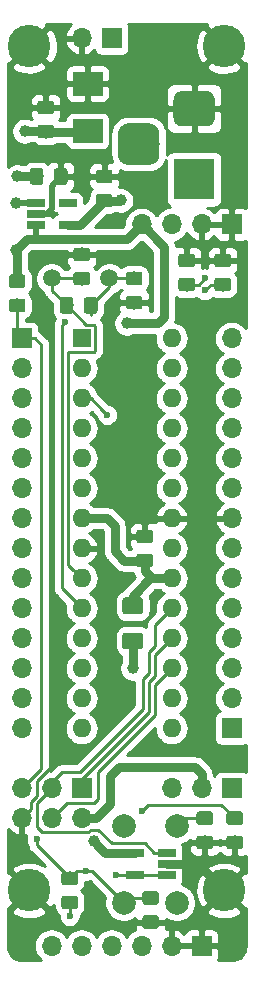
<source format=gbr>
G04 #@! TF.GenerationSoftware,KiCad,Pcbnew,(5.0.0)*
G04 #@! TF.CreationDate,2018-09-25T17:42:13-07:00*
G04 #@! TF.ProjectId,firefly,66697265666C792E6B696361645F7063,A*
G04 #@! TF.SameCoordinates,Original*
G04 #@! TF.FileFunction,Copper,L2,Bot,Signal*
G04 #@! TF.FilePolarity,Positive*
%FSLAX46Y46*%
G04 Gerber Fmt 4.6, Leading zero omitted, Abs format (unit mm)*
G04 Created by KiCad (PCBNEW (5.0.0)) date 09/25/18 17:42:13*
%MOMM*%
%LPD*%
G01*
G04 APERTURE LIST*
G04 #@! TA.AperFunction,ComponentPad*
%ADD10C,3.600000*%
G04 #@! TD*
G04 #@! TA.AperFunction,ComponentPad*
%ADD11O,1.700000X1.700000*%
G04 #@! TD*
G04 #@! TA.AperFunction,ComponentPad*
%ADD12R,1.700000X1.700000*%
G04 #@! TD*
G04 #@! TA.AperFunction,ComponentPad*
%ADD13C,2.000000*%
G04 #@! TD*
G04 #@! TA.AperFunction,Conductor*
%ADD14C,0.100000*%
G04 #@! TD*
G04 #@! TA.AperFunction,SMDPad,CuDef*
%ADD15C,1.150000*%
G04 #@! TD*
G04 #@! TA.AperFunction,SMDPad,CuDef*
%ADD16C,1.425000*%
G04 #@! TD*
G04 #@! TA.AperFunction,ComponentPad*
%ADD17C,3.500000*%
G04 #@! TD*
G04 #@! TA.AperFunction,ComponentPad*
%ADD18C,3.000000*%
G04 #@! TD*
G04 #@! TA.AperFunction,ComponentPad*
%ADD19R,3.500000X3.500000*%
G04 #@! TD*
G04 #@! TA.AperFunction,ComponentPad*
%ADD20O,1.600000X1.600000*%
G04 #@! TD*
G04 #@! TA.AperFunction,ComponentPad*
%ADD21R,1.600000X1.600000*%
G04 #@! TD*
G04 #@! TA.AperFunction,SMDPad,CuDef*
%ADD22R,1.560000X0.650000*%
G04 #@! TD*
G04 #@! TA.AperFunction,ComponentPad*
%ADD23C,1.500000*%
G04 #@! TD*
G04 #@! TA.AperFunction,SMDPad,CuDef*
%ADD24R,2.500000X2.000000*%
G04 #@! TD*
G04 #@! TA.AperFunction,ViaPad*
%ADD25C,1.000000*%
G04 #@! TD*
G04 #@! TA.AperFunction,ViaPad*
%ADD26C,0.600000*%
G04 #@! TD*
G04 #@! TA.AperFunction,Conductor*
%ADD27C,0.762000*%
G04 #@! TD*
G04 #@! TA.AperFunction,Conductor*
%ADD28C,0.508000*%
G04 #@! TD*
G04 #@! TA.AperFunction,Conductor*
%ADD29C,0.254000*%
G04 #@! TD*
G04 APERTURE END LIST*
D10*
G04 #@! TO.P,REF\002A\002A,1*
G04 #@! TO.N,GND*
X159131000Y-66693000D03*
G04 #@! TD*
D11*
G04 #@! TO.P,J8,6*
G04 #@! TO.N,GND*
X141986000Y-132080000D03*
G04 #@! TO.P,J8,5*
G04 #@! TO.N,/P1*
X141986000Y-129540000D03*
G04 #@! TO.P,J8,4*
G04 #@! TO.N,/MOSI*
X144526000Y-132080000D03*
G04 #@! TO.P,J8,3*
G04 #@! TO.N,/P19*
X144526000Y-129540000D03*
G04 #@! TO.P,J8,2*
G04 #@! TO.N,+5V*
X147066000Y-132080000D03*
D12*
G04 #@! TO.P,J8,1*
G04 #@! TO.N,/MISO*
X147066000Y-129540000D03*
G04 #@! TD*
D10*
G04 #@! TO.P,REF\002A\002A,1*
G04 #@! TO.N,GND*
X142621000Y-66675000D03*
G04 #@! TD*
G04 #@! TO.P,REF\002A\002A,1*
G04 #@! TO.N,GND*
X159131000Y-138176000D03*
G04 #@! TD*
G04 #@! TO.P,REF\002A\002A,1*
G04 #@! TO.N,GND*
X142621000Y-138176000D03*
G04 #@! TD*
D13*
G04 #@! TO.P,SW1,2*
G04 #@! TO.N,Net-(R6-Pad2)*
X155122000Y-139215000D03*
G04 #@! TO.P,SW1,1*
G04 #@! TO.N,/P1*
X150622000Y-139215000D03*
G04 #@! TO.P,SW1,2*
G04 #@! TO.N,Net-(R6-Pad2)*
X155122000Y-132715000D03*
G04 #@! TO.P,SW1,1*
G04 #@! TO.N,/P1*
X150622000Y-132715000D03*
G04 #@! TD*
D11*
G04 #@! TO.P,J6,3*
G04 #@! TO.N,/USB_5V*
X154686000Y-129540000D03*
G04 #@! TO.P,J6,2*
G04 #@! TO.N,+5V*
X157226000Y-129540000D03*
D12*
G04 #@! TO.P,J6,1*
G04 #@! TO.N,/DC_5V*
X159766000Y-129540000D03*
G04 #@! TD*
D11*
G04 #@! TO.P,J5,4*
G04 #@! TO.N,+5V*
X152146000Y-81788000D03*
G04 #@! TO.P,J5,3*
G04 #@! TO.N,+3V3*
X154686000Y-81788000D03*
G04 #@! TO.P,J5,2*
G04 #@! TO.N,GND*
X157226000Y-81788000D03*
D12*
G04 #@! TO.P,J5,1*
X159766000Y-81788000D03*
G04 #@! TD*
D11*
G04 #@! TO.P,J7,6*
G04 #@! TO.N,/RTS#*
X144526000Y-142875000D03*
G04 #@! TO.P,J7,5*
G04 #@! TO.N,/P2*
X147066000Y-142875000D03*
G04 #@! TO.P,J7,4*
G04 #@! TO.N,/P3*
X149606000Y-142875000D03*
G04 #@! TO.P,J7,3*
G04 #@! TO.N,/USB_5V*
X152146000Y-142875000D03*
G04 #@! TO.P,J7,2*
G04 #@! TO.N,GND*
X154686000Y-142875000D03*
D12*
G04 #@! TO.P,J7,1*
X157226000Y-142875000D03*
G04 #@! TD*
D14*
G04 #@! TO.N,GND*
G04 #@! TO.C,C2*
G36*
X152874505Y-107621204D02*
X152898773Y-107624804D01*
X152922572Y-107630765D01*
X152945671Y-107639030D01*
X152967850Y-107649520D01*
X152988893Y-107662132D01*
X153008599Y-107676747D01*
X153026777Y-107693223D01*
X153043253Y-107711401D01*
X153057868Y-107731107D01*
X153070480Y-107752150D01*
X153080970Y-107774329D01*
X153089235Y-107797428D01*
X153095196Y-107821227D01*
X153098796Y-107845495D01*
X153100000Y-107869999D01*
X153100000Y-108520001D01*
X153098796Y-108544505D01*
X153095196Y-108568773D01*
X153089235Y-108592572D01*
X153080970Y-108615671D01*
X153070480Y-108637850D01*
X153057868Y-108658893D01*
X153043253Y-108678599D01*
X153026777Y-108696777D01*
X153008599Y-108713253D01*
X152988893Y-108727868D01*
X152967850Y-108740480D01*
X152945671Y-108750970D01*
X152922572Y-108759235D01*
X152898773Y-108765196D01*
X152874505Y-108768796D01*
X152850001Y-108770000D01*
X151949999Y-108770000D01*
X151925495Y-108768796D01*
X151901227Y-108765196D01*
X151877428Y-108759235D01*
X151854329Y-108750970D01*
X151832150Y-108740480D01*
X151811107Y-108727868D01*
X151791401Y-108713253D01*
X151773223Y-108696777D01*
X151756747Y-108678599D01*
X151742132Y-108658893D01*
X151729520Y-108637850D01*
X151719030Y-108615671D01*
X151710765Y-108592572D01*
X151704804Y-108568773D01*
X151701204Y-108544505D01*
X151700000Y-108520001D01*
X151700000Y-107869999D01*
X151701204Y-107845495D01*
X151704804Y-107821227D01*
X151710765Y-107797428D01*
X151719030Y-107774329D01*
X151729520Y-107752150D01*
X151742132Y-107731107D01*
X151756747Y-107711401D01*
X151773223Y-107693223D01*
X151791401Y-107676747D01*
X151811107Y-107662132D01*
X151832150Y-107649520D01*
X151854329Y-107639030D01*
X151877428Y-107630765D01*
X151901227Y-107624804D01*
X151925495Y-107621204D01*
X151949999Y-107620000D01*
X152850001Y-107620000D01*
X152874505Y-107621204D01*
X152874505Y-107621204D01*
G37*
D15*
G04 #@! TD*
G04 #@! TO.P,C2,2*
G04 #@! TO.N,GND*
X152400000Y-108195000D03*
D14*
G04 #@! TO.N,/P20*
G04 #@! TO.C,C2*
G36*
X152874505Y-109671204D02*
X152898773Y-109674804D01*
X152922572Y-109680765D01*
X152945671Y-109689030D01*
X152967850Y-109699520D01*
X152988893Y-109712132D01*
X153008599Y-109726747D01*
X153026777Y-109743223D01*
X153043253Y-109761401D01*
X153057868Y-109781107D01*
X153070480Y-109802150D01*
X153080970Y-109824329D01*
X153089235Y-109847428D01*
X153095196Y-109871227D01*
X153098796Y-109895495D01*
X153100000Y-109919999D01*
X153100000Y-110570001D01*
X153098796Y-110594505D01*
X153095196Y-110618773D01*
X153089235Y-110642572D01*
X153080970Y-110665671D01*
X153070480Y-110687850D01*
X153057868Y-110708893D01*
X153043253Y-110728599D01*
X153026777Y-110746777D01*
X153008599Y-110763253D01*
X152988893Y-110777868D01*
X152967850Y-110790480D01*
X152945671Y-110800970D01*
X152922572Y-110809235D01*
X152898773Y-110815196D01*
X152874505Y-110818796D01*
X152850001Y-110820000D01*
X151949999Y-110820000D01*
X151925495Y-110818796D01*
X151901227Y-110815196D01*
X151877428Y-110809235D01*
X151854329Y-110800970D01*
X151832150Y-110790480D01*
X151811107Y-110777868D01*
X151791401Y-110763253D01*
X151773223Y-110746777D01*
X151756747Y-110728599D01*
X151742132Y-110708893D01*
X151729520Y-110687850D01*
X151719030Y-110665671D01*
X151710765Y-110642572D01*
X151704804Y-110618773D01*
X151701204Y-110594505D01*
X151700000Y-110570001D01*
X151700000Y-109919999D01*
X151701204Y-109895495D01*
X151704804Y-109871227D01*
X151710765Y-109847428D01*
X151719030Y-109824329D01*
X151729520Y-109802150D01*
X151742132Y-109781107D01*
X151756747Y-109761401D01*
X151773223Y-109743223D01*
X151791401Y-109726747D01*
X151811107Y-109712132D01*
X151832150Y-109699520D01*
X151854329Y-109689030D01*
X151877428Y-109680765D01*
X151901227Y-109674804D01*
X151925495Y-109671204D01*
X151949999Y-109670000D01*
X152850001Y-109670000D01*
X152874505Y-109671204D01*
X152874505Y-109671204D01*
G37*
D15*
G04 #@! TD*
G04 #@! TO.P,C2,1*
G04 #@! TO.N,/P20*
X152400000Y-110245000D03*
D14*
G04 #@! TO.N,VDD*
G04 #@! TO.C,C3*
G36*
X144492505Y-73349204D02*
X144516773Y-73352804D01*
X144540572Y-73358765D01*
X144563671Y-73367030D01*
X144585850Y-73377520D01*
X144606893Y-73390132D01*
X144626599Y-73404747D01*
X144644777Y-73421223D01*
X144661253Y-73439401D01*
X144675868Y-73459107D01*
X144688480Y-73480150D01*
X144698970Y-73502329D01*
X144707235Y-73525428D01*
X144713196Y-73549227D01*
X144716796Y-73573495D01*
X144718000Y-73597999D01*
X144718000Y-74248001D01*
X144716796Y-74272505D01*
X144713196Y-74296773D01*
X144707235Y-74320572D01*
X144698970Y-74343671D01*
X144688480Y-74365850D01*
X144675868Y-74386893D01*
X144661253Y-74406599D01*
X144644777Y-74424777D01*
X144626599Y-74441253D01*
X144606893Y-74455868D01*
X144585850Y-74468480D01*
X144563671Y-74478970D01*
X144540572Y-74487235D01*
X144516773Y-74493196D01*
X144492505Y-74496796D01*
X144468001Y-74498000D01*
X143567999Y-74498000D01*
X143543495Y-74496796D01*
X143519227Y-74493196D01*
X143495428Y-74487235D01*
X143472329Y-74478970D01*
X143450150Y-74468480D01*
X143429107Y-74455868D01*
X143409401Y-74441253D01*
X143391223Y-74424777D01*
X143374747Y-74406599D01*
X143360132Y-74386893D01*
X143347520Y-74365850D01*
X143337030Y-74343671D01*
X143328765Y-74320572D01*
X143322804Y-74296773D01*
X143319204Y-74272505D01*
X143318000Y-74248001D01*
X143318000Y-73597999D01*
X143319204Y-73573495D01*
X143322804Y-73549227D01*
X143328765Y-73525428D01*
X143337030Y-73502329D01*
X143347520Y-73480150D01*
X143360132Y-73459107D01*
X143374747Y-73439401D01*
X143391223Y-73421223D01*
X143409401Y-73404747D01*
X143429107Y-73390132D01*
X143450150Y-73377520D01*
X143472329Y-73367030D01*
X143495428Y-73358765D01*
X143519227Y-73352804D01*
X143543495Y-73349204D01*
X143567999Y-73348000D01*
X144468001Y-73348000D01*
X144492505Y-73349204D01*
X144492505Y-73349204D01*
G37*
D15*
G04 #@! TD*
G04 #@! TO.P,C3,1*
G04 #@! TO.N,VDD*
X144018000Y-73923000D03*
D14*
G04 #@! TO.N,GND*
G04 #@! TO.C,C3*
G36*
X144492505Y-71299204D02*
X144516773Y-71302804D01*
X144540572Y-71308765D01*
X144563671Y-71317030D01*
X144585850Y-71327520D01*
X144606893Y-71340132D01*
X144626599Y-71354747D01*
X144644777Y-71371223D01*
X144661253Y-71389401D01*
X144675868Y-71409107D01*
X144688480Y-71430150D01*
X144698970Y-71452329D01*
X144707235Y-71475428D01*
X144713196Y-71499227D01*
X144716796Y-71523495D01*
X144718000Y-71547999D01*
X144718000Y-72198001D01*
X144716796Y-72222505D01*
X144713196Y-72246773D01*
X144707235Y-72270572D01*
X144698970Y-72293671D01*
X144688480Y-72315850D01*
X144675868Y-72336893D01*
X144661253Y-72356599D01*
X144644777Y-72374777D01*
X144626599Y-72391253D01*
X144606893Y-72405868D01*
X144585850Y-72418480D01*
X144563671Y-72428970D01*
X144540572Y-72437235D01*
X144516773Y-72443196D01*
X144492505Y-72446796D01*
X144468001Y-72448000D01*
X143567999Y-72448000D01*
X143543495Y-72446796D01*
X143519227Y-72443196D01*
X143495428Y-72437235D01*
X143472329Y-72428970D01*
X143450150Y-72418480D01*
X143429107Y-72405868D01*
X143409401Y-72391253D01*
X143391223Y-72374777D01*
X143374747Y-72356599D01*
X143360132Y-72336893D01*
X143347520Y-72315850D01*
X143337030Y-72293671D01*
X143328765Y-72270572D01*
X143322804Y-72246773D01*
X143319204Y-72222505D01*
X143318000Y-72198001D01*
X143318000Y-71547999D01*
X143319204Y-71523495D01*
X143322804Y-71499227D01*
X143328765Y-71475428D01*
X143337030Y-71452329D01*
X143347520Y-71430150D01*
X143360132Y-71409107D01*
X143374747Y-71389401D01*
X143391223Y-71371223D01*
X143409401Y-71354747D01*
X143429107Y-71340132D01*
X143450150Y-71327520D01*
X143472329Y-71317030D01*
X143495428Y-71308765D01*
X143519227Y-71302804D01*
X143543495Y-71299204D01*
X143567999Y-71298000D01*
X144468001Y-71298000D01*
X144492505Y-71299204D01*
X144492505Y-71299204D01*
G37*
D15*
G04 #@! TD*
G04 #@! TO.P,C3,2*
G04 #@! TO.N,GND*
X144018000Y-71873000D03*
D14*
G04 #@! TO.N,GND*
G04 #@! TO.C,C4*
G36*
X145646505Y-77025204D02*
X145670773Y-77028804D01*
X145694572Y-77034765D01*
X145717671Y-77043030D01*
X145739850Y-77053520D01*
X145760893Y-77066132D01*
X145780599Y-77080747D01*
X145798777Y-77097223D01*
X145815253Y-77115401D01*
X145829868Y-77135107D01*
X145842480Y-77156150D01*
X145852970Y-77178329D01*
X145861235Y-77201428D01*
X145867196Y-77225227D01*
X145870796Y-77249495D01*
X145872000Y-77273999D01*
X145872000Y-78174001D01*
X145870796Y-78198505D01*
X145867196Y-78222773D01*
X145861235Y-78246572D01*
X145852970Y-78269671D01*
X145842480Y-78291850D01*
X145829868Y-78312893D01*
X145815253Y-78332599D01*
X145798777Y-78350777D01*
X145780599Y-78367253D01*
X145760893Y-78381868D01*
X145739850Y-78394480D01*
X145717671Y-78404970D01*
X145694572Y-78413235D01*
X145670773Y-78419196D01*
X145646505Y-78422796D01*
X145622001Y-78424000D01*
X144971999Y-78424000D01*
X144947495Y-78422796D01*
X144923227Y-78419196D01*
X144899428Y-78413235D01*
X144876329Y-78404970D01*
X144854150Y-78394480D01*
X144833107Y-78381868D01*
X144813401Y-78367253D01*
X144795223Y-78350777D01*
X144778747Y-78332599D01*
X144764132Y-78312893D01*
X144751520Y-78291850D01*
X144741030Y-78269671D01*
X144732765Y-78246572D01*
X144726804Y-78222773D01*
X144723204Y-78198505D01*
X144722000Y-78174001D01*
X144722000Y-77273999D01*
X144723204Y-77249495D01*
X144726804Y-77225227D01*
X144732765Y-77201428D01*
X144741030Y-77178329D01*
X144751520Y-77156150D01*
X144764132Y-77135107D01*
X144778747Y-77115401D01*
X144795223Y-77097223D01*
X144813401Y-77080747D01*
X144833107Y-77066132D01*
X144854150Y-77053520D01*
X144876329Y-77043030D01*
X144899428Y-77034765D01*
X144923227Y-77028804D01*
X144947495Y-77025204D01*
X144971999Y-77024000D01*
X145622001Y-77024000D01*
X145646505Y-77025204D01*
X145646505Y-77025204D01*
G37*
D15*
G04 #@! TD*
G04 #@! TO.P,C4,2*
G04 #@! TO.N,GND*
X145297000Y-77724000D03*
D14*
G04 #@! TO.N,/DC_5V*
G04 #@! TO.C,C4*
G36*
X143596505Y-77025204D02*
X143620773Y-77028804D01*
X143644572Y-77034765D01*
X143667671Y-77043030D01*
X143689850Y-77053520D01*
X143710893Y-77066132D01*
X143730599Y-77080747D01*
X143748777Y-77097223D01*
X143765253Y-77115401D01*
X143779868Y-77135107D01*
X143792480Y-77156150D01*
X143802970Y-77178329D01*
X143811235Y-77201428D01*
X143817196Y-77225227D01*
X143820796Y-77249495D01*
X143822000Y-77273999D01*
X143822000Y-78174001D01*
X143820796Y-78198505D01*
X143817196Y-78222773D01*
X143811235Y-78246572D01*
X143802970Y-78269671D01*
X143792480Y-78291850D01*
X143779868Y-78312893D01*
X143765253Y-78332599D01*
X143748777Y-78350777D01*
X143730599Y-78367253D01*
X143710893Y-78381868D01*
X143689850Y-78394480D01*
X143667671Y-78404970D01*
X143644572Y-78413235D01*
X143620773Y-78419196D01*
X143596505Y-78422796D01*
X143572001Y-78424000D01*
X142921999Y-78424000D01*
X142897495Y-78422796D01*
X142873227Y-78419196D01*
X142849428Y-78413235D01*
X142826329Y-78404970D01*
X142804150Y-78394480D01*
X142783107Y-78381868D01*
X142763401Y-78367253D01*
X142745223Y-78350777D01*
X142728747Y-78332599D01*
X142714132Y-78312893D01*
X142701520Y-78291850D01*
X142691030Y-78269671D01*
X142682765Y-78246572D01*
X142676804Y-78222773D01*
X142673204Y-78198505D01*
X142672000Y-78174001D01*
X142672000Y-77273999D01*
X142673204Y-77249495D01*
X142676804Y-77225227D01*
X142682765Y-77201428D01*
X142691030Y-77178329D01*
X142701520Y-77156150D01*
X142714132Y-77135107D01*
X142728747Y-77115401D01*
X142745223Y-77097223D01*
X142763401Y-77080747D01*
X142783107Y-77066132D01*
X142804150Y-77053520D01*
X142826329Y-77043030D01*
X142849428Y-77034765D01*
X142873227Y-77028804D01*
X142897495Y-77025204D01*
X142921999Y-77024000D01*
X143572001Y-77024000D01*
X143596505Y-77025204D01*
X143596505Y-77025204D01*
G37*
D15*
G04 #@! TD*
G04 #@! TO.P,C4,1*
G04 #@! TO.N,/DC_5V*
X143247000Y-77724000D03*
D14*
G04 #@! TO.N,GND*
G04 #@! TO.C,C5*
G36*
X149445505Y-77150204D02*
X149469773Y-77153804D01*
X149493572Y-77159765D01*
X149516671Y-77168030D01*
X149538850Y-77178520D01*
X149559893Y-77191132D01*
X149579599Y-77205747D01*
X149597777Y-77222223D01*
X149614253Y-77240401D01*
X149628868Y-77260107D01*
X149641480Y-77281150D01*
X149651970Y-77303329D01*
X149660235Y-77326428D01*
X149666196Y-77350227D01*
X149669796Y-77374495D01*
X149671000Y-77398999D01*
X149671000Y-78049001D01*
X149669796Y-78073505D01*
X149666196Y-78097773D01*
X149660235Y-78121572D01*
X149651970Y-78144671D01*
X149641480Y-78166850D01*
X149628868Y-78187893D01*
X149614253Y-78207599D01*
X149597777Y-78225777D01*
X149579599Y-78242253D01*
X149559893Y-78256868D01*
X149538850Y-78269480D01*
X149516671Y-78279970D01*
X149493572Y-78288235D01*
X149469773Y-78294196D01*
X149445505Y-78297796D01*
X149421001Y-78299000D01*
X148520999Y-78299000D01*
X148496495Y-78297796D01*
X148472227Y-78294196D01*
X148448428Y-78288235D01*
X148425329Y-78279970D01*
X148403150Y-78269480D01*
X148382107Y-78256868D01*
X148362401Y-78242253D01*
X148344223Y-78225777D01*
X148327747Y-78207599D01*
X148313132Y-78187893D01*
X148300520Y-78166850D01*
X148290030Y-78144671D01*
X148281765Y-78121572D01*
X148275804Y-78097773D01*
X148272204Y-78073505D01*
X148271000Y-78049001D01*
X148271000Y-77398999D01*
X148272204Y-77374495D01*
X148275804Y-77350227D01*
X148281765Y-77326428D01*
X148290030Y-77303329D01*
X148300520Y-77281150D01*
X148313132Y-77260107D01*
X148327747Y-77240401D01*
X148344223Y-77222223D01*
X148362401Y-77205747D01*
X148382107Y-77191132D01*
X148403150Y-77178520D01*
X148425329Y-77168030D01*
X148448428Y-77159765D01*
X148472227Y-77153804D01*
X148496495Y-77150204D01*
X148520999Y-77149000D01*
X149421001Y-77149000D01*
X149445505Y-77150204D01*
X149445505Y-77150204D01*
G37*
D15*
G04 #@! TD*
G04 #@! TO.P,C5,2*
G04 #@! TO.N,GND*
X148971000Y-77724000D03*
D14*
G04 #@! TO.N,+3V3*
G04 #@! TO.C,C5*
G36*
X149445505Y-79200204D02*
X149469773Y-79203804D01*
X149493572Y-79209765D01*
X149516671Y-79218030D01*
X149538850Y-79228520D01*
X149559893Y-79241132D01*
X149579599Y-79255747D01*
X149597777Y-79272223D01*
X149614253Y-79290401D01*
X149628868Y-79310107D01*
X149641480Y-79331150D01*
X149651970Y-79353329D01*
X149660235Y-79376428D01*
X149666196Y-79400227D01*
X149669796Y-79424495D01*
X149671000Y-79448999D01*
X149671000Y-80099001D01*
X149669796Y-80123505D01*
X149666196Y-80147773D01*
X149660235Y-80171572D01*
X149651970Y-80194671D01*
X149641480Y-80216850D01*
X149628868Y-80237893D01*
X149614253Y-80257599D01*
X149597777Y-80275777D01*
X149579599Y-80292253D01*
X149559893Y-80306868D01*
X149538850Y-80319480D01*
X149516671Y-80329970D01*
X149493572Y-80338235D01*
X149469773Y-80344196D01*
X149445505Y-80347796D01*
X149421001Y-80349000D01*
X148520999Y-80349000D01*
X148496495Y-80347796D01*
X148472227Y-80344196D01*
X148448428Y-80338235D01*
X148425329Y-80329970D01*
X148403150Y-80319480D01*
X148382107Y-80306868D01*
X148362401Y-80292253D01*
X148344223Y-80275777D01*
X148327747Y-80257599D01*
X148313132Y-80237893D01*
X148300520Y-80216850D01*
X148290030Y-80194671D01*
X148281765Y-80171572D01*
X148275804Y-80147773D01*
X148272204Y-80123505D01*
X148271000Y-80099001D01*
X148271000Y-79448999D01*
X148272204Y-79424495D01*
X148275804Y-79400227D01*
X148281765Y-79376428D01*
X148290030Y-79353329D01*
X148300520Y-79331150D01*
X148313132Y-79310107D01*
X148327747Y-79290401D01*
X148344223Y-79272223D01*
X148362401Y-79255747D01*
X148382107Y-79241132D01*
X148403150Y-79228520D01*
X148425329Y-79218030D01*
X148448428Y-79209765D01*
X148472227Y-79203804D01*
X148496495Y-79200204D01*
X148520999Y-79199000D01*
X149421001Y-79199000D01*
X149445505Y-79200204D01*
X149445505Y-79200204D01*
G37*
D15*
G04 #@! TD*
G04 #@! TO.P,C5,1*
G04 #@! TO.N,+3V3*
X148971000Y-79774000D03*
D14*
G04 #@! TO.N,/OSC1*
G04 #@! TO.C,C6*
G36*
X147540505Y-85804204D02*
X147564773Y-85807804D01*
X147588572Y-85813765D01*
X147611671Y-85822030D01*
X147633850Y-85832520D01*
X147654893Y-85845132D01*
X147674599Y-85859747D01*
X147692777Y-85876223D01*
X147709253Y-85894401D01*
X147723868Y-85914107D01*
X147736480Y-85935150D01*
X147746970Y-85957329D01*
X147755235Y-85980428D01*
X147761196Y-86004227D01*
X147764796Y-86028495D01*
X147766000Y-86052999D01*
X147766000Y-86703001D01*
X147764796Y-86727505D01*
X147761196Y-86751773D01*
X147755235Y-86775572D01*
X147746970Y-86798671D01*
X147736480Y-86820850D01*
X147723868Y-86841893D01*
X147709253Y-86861599D01*
X147692777Y-86879777D01*
X147674599Y-86896253D01*
X147654893Y-86910868D01*
X147633850Y-86923480D01*
X147611671Y-86933970D01*
X147588572Y-86942235D01*
X147564773Y-86948196D01*
X147540505Y-86951796D01*
X147516001Y-86953000D01*
X146615999Y-86953000D01*
X146591495Y-86951796D01*
X146567227Y-86948196D01*
X146543428Y-86942235D01*
X146520329Y-86933970D01*
X146498150Y-86923480D01*
X146477107Y-86910868D01*
X146457401Y-86896253D01*
X146439223Y-86879777D01*
X146422747Y-86861599D01*
X146408132Y-86841893D01*
X146395520Y-86820850D01*
X146385030Y-86798671D01*
X146376765Y-86775572D01*
X146370804Y-86751773D01*
X146367204Y-86727505D01*
X146366000Y-86703001D01*
X146366000Y-86052999D01*
X146367204Y-86028495D01*
X146370804Y-86004227D01*
X146376765Y-85980428D01*
X146385030Y-85957329D01*
X146395520Y-85935150D01*
X146408132Y-85914107D01*
X146422747Y-85894401D01*
X146439223Y-85876223D01*
X146457401Y-85859747D01*
X146477107Y-85845132D01*
X146498150Y-85832520D01*
X146520329Y-85822030D01*
X146543428Y-85813765D01*
X146567227Y-85807804D01*
X146591495Y-85804204D01*
X146615999Y-85803000D01*
X147516001Y-85803000D01*
X147540505Y-85804204D01*
X147540505Y-85804204D01*
G37*
D15*
G04 #@! TD*
G04 #@! TO.P,C6,1*
G04 #@! TO.N,/OSC1*
X147066000Y-86378000D03*
D14*
G04 #@! TO.N,GND*
G04 #@! TO.C,C6*
G36*
X147540505Y-83754204D02*
X147564773Y-83757804D01*
X147588572Y-83763765D01*
X147611671Y-83772030D01*
X147633850Y-83782520D01*
X147654893Y-83795132D01*
X147674599Y-83809747D01*
X147692777Y-83826223D01*
X147709253Y-83844401D01*
X147723868Y-83864107D01*
X147736480Y-83885150D01*
X147746970Y-83907329D01*
X147755235Y-83930428D01*
X147761196Y-83954227D01*
X147764796Y-83978495D01*
X147766000Y-84002999D01*
X147766000Y-84653001D01*
X147764796Y-84677505D01*
X147761196Y-84701773D01*
X147755235Y-84725572D01*
X147746970Y-84748671D01*
X147736480Y-84770850D01*
X147723868Y-84791893D01*
X147709253Y-84811599D01*
X147692777Y-84829777D01*
X147674599Y-84846253D01*
X147654893Y-84860868D01*
X147633850Y-84873480D01*
X147611671Y-84883970D01*
X147588572Y-84892235D01*
X147564773Y-84898196D01*
X147540505Y-84901796D01*
X147516001Y-84903000D01*
X146615999Y-84903000D01*
X146591495Y-84901796D01*
X146567227Y-84898196D01*
X146543428Y-84892235D01*
X146520329Y-84883970D01*
X146498150Y-84873480D01*
X146477107Y-84860868D01*
X146457401Y-84846253D01*
X146439223Y-84829777D01*
X146422747Y-84811599D01*
X146408132Y-84791893D01*
X146395520Y-84770850D01*
X146385030Y-84748671D01*
X146376765Y-84725572D01*
X146370804Y-84701773D01*
X146367204Y-84677505D01*
X146366000Y-84653001D01*
X146366000Y-84002999D01*
X146367204Y-83978495D01*
X146370804Y-83954227D01*
X146376765Y-83930428D01*
X146385030Y-83907329D01*
X146395520Y-83885150D01*
X146408132Y-83864107D01*
X146422747Y-83844401D01*
X146439223Y-83826223D01*
X146457401Y-83809747D01*
X146477107Y-83795132D01*
X146498150Y-83782520D01*
X146520329Y-83772030D01*
X146543428Y-83763765D01*
X146567227Y-83757804D01*
X146591495Y-83754204D01*
X146615999Y-83753000D01*
X147516001Y-83753000D01*
X147540505Y-83754204D01*
X147540505Y-83754204D01*
G37*
D15*
G04 #@! TD*
G04 #@! TO.P,C6,2*
G04 #@! TO.N,GND*
X147066000Y-84328000D03*
D14*
G04 #@! TO.N,GND*
G04 #@! TO.C,C7*
G36*
X151985505Y-87836204D02*
X152009773Y-87839804D01*
X152033572Y-87845765D01*
X152056671Y-87854030D01*
X152078850Y-87864520D01*
X152099893Y-87877132D01*
X152119599Y-87891747D01*
X152137777Y-87908223D01*
X152154253Y-87926401D01*
X152168868Y-87946107D01*
X152181480Y-87967150D01*
X152191970Y-87989329D01*
X152200235Y-88012428D01*
X152206196Y-88036227D01*
X152209796Y-88060495D01*
X152211000Y-88084999D01*
X152211000Y-88735001D01*
X152209796Y-88759505D01*
X152206196Y-88783773D01*
X152200235Y-88807572D01*
X152191970Y-88830671D01*
X152181480Y-88852850D01*
X152168868Y-88873893D01*
X152154253Y-88893599D01*
X152137777Y-88911777D01*
X152119599Y-88928253D01*
X152099893Y-88942868D01*
X152078850Y-88955480D01*
X152056671Y-88965970D01*
X152033572Y-88974235D01*
X152009773Y-88980196D01*
X151985505Y-88983796D01*
X151961001Y-88985000D01*
X151060999Y-88985000D01*
X151036495Y-88983796D01*
X151012227Y-88980196D01*
X150988428Y-88974235D01*
X150965329Y-88965970D01*
X150943150Y-88955480D01*
X150922107Y-88942868D01*
X150902401Y-88928253D01*
X150884223Y-88911777D01*
X150867747Y-88893599D01*
X150853132Y-88873893D01*
X150840520Y-88852850D01*
X150830030Y-88830671D01*
X150821765Y-88807572D01*
X150815804Y-88783773D01*
X150812204Y-88759505D01*
X150811000Y-88735001D01*
X150811000Y-88084999D01*
X150812204Y-88060495D01*
X150815804Y-88036227D01*
X150821765Y-88012428D01*
X150830030Y-87989329D01*
X150840520Y-87967150D01*
X150853132Y-87946107D01*
X150867747Y-87926401D01*
X150884223Y-87908223D01*
X150902401Y-87891747D01*
X150922107Y-87877132D01*
X150943150Y-87864520D01*
X150965329Y-87854030D01*
X150988428Y-87845765D01*
X151012227Y-87839804D01*
X151036495Y-87836204D01*
X151060999Y-87835000D01*
X151961001Y-87835000D01*
X151985505Y-87836204D01*
X151985505Y-87836204D01*
G37*
D15*
G04 #@! TD*
G04 #@! TO.P,C7,2*
G04 #@! TO.N,GND*
X151511000Y-88410000D03*
D14*
G04 #@! TO.N,/OSC2*
G04 #@! TO.C,C7*
G36*
X151985505Y-85786204D02*
X152009773Y-85789804D01*
X152033572Y-85795765D01*
X152056671Y-85804030D01*
X152078850Y-85814520D01*
X152099893Y-85827132D01*
X152119599Y-85841747D01*
X152137777Y-85858223D01*
X152154253Y-85876401D01*
X152168868Y-85896107D01*
X152181480Y-85917150D01*
X152191970Y-85939329D01*
X152200235Y-85962428D01*
X152206196Y-85986227D01*
X152209796Y-86010495D01*
X152211000Y-86034999D01*
X152211000Y-86685001D01*
X152209796Y-86709505D01*
X152206196Y-86733773D01*
X152200235Y-86757572D01*
X152191970Y-86780671D01*
X152181480Y-86802850D01*
X152168868Y-86823893D01*
X152154253Y-86843599D01*
X152137777Y-86861777D01*
X152119599Y-86878253D01*
X152099893Y-86892868D01*
X152078850Y-86905480D01*
X152056671Y-86915970D01*
X152033572Y-86924235D01*
X152009773Y-86930196D01*
X151985505Y-86933796D01*
X151961001Y-86935000D01*
X151060999Y-86935000D01*
X151036495Y-86933796D01*
X151012227Y-86930196D01*
X150988428Y-86924235D01*
X150965329Y-86915970D01*
X150943150Y-86905480D01*
X150922107Y-86892868D01*
X150902401Y-86878253D01*
X150884223Y-86861777D01*
X150867747Y-86843599D01*
X150853132Y-86823893D01*
X150840520Y-86802850D01*
X150830030Y-86780671D01*
X150821765Y-86757572D01*
X150815804Y-86733773D01*
X150812204Y-86709505D01*
X150811000Y-86685001D01*
X150811000Y-86034999D01*
X150812204Y-86010495D01*
X150815804Y-85986227D01*
X150821765Y-85962428D01*
X150830030Y-85939329D01*
X150840520Y-85917150D01*
X150853132Y-85896107D01*
X150867747Y-85876401D01*
X150884223Y-85858223D01*
X150902401Y-85841747D01*
X150922107Y-85827132D01*
X150943150Y-85814520D01*
X150965329Y-85804030D01*
X150988428Y-85795765D01*
X151012227Y-85789804D01*
X151036495Y-85786204D01*
X151060999Y-85785000D01*
X151961001Y-85785000D01*
X151985505Y-85786204D01*
X151985505Y-85786204D01*
G37*
D15*
G04 #@! TD*
G04 #@! TO.P,C7,1*
G04 #@! TO.N,/OSC2*
X151511000Y-86360000D03*
D14*
G04 #@! TO.N,/RTS#*
G04 #@! TO.C,C8*
G36*
X146524505Y-138627204D02*
X146548773Y-138630804D01*
X146572572Y-138636765D01*
X146595671Y-138645030D01*
X146617850Y-138655520D01*
X146638893Y-138668132D01*
X146658599Y-138682747D01*
X146676777Y-138699223D01*
X146693253Y-138717401D01*
X146707868Y-138737107D01*
X146720480Y-138758150D01*
X146730970Y-138780329D01*
X146739235Y-138803428D01*
X146745196Y-138827227D01*
X146748796Y-138851495D01*
X146750000Y-138875999D01*
X146750000Y-139526001D01*
X146748796Y-139550505D01*
X146745196Y-139574773D01*
X146739235Y-139598572D01*
X146730970Y-139621671D01*
X146720480Y-139643850D01*
X146707868Y-139664893D01*
X146693253Y-139684599D01*
X146676777Y-139702777D01*
X146658599Y-139719253D01*
X146638893Y-139733868D01*
X146617850Y-139746480D01*
X146595671Y-139756970D01*
X146572572Y-139765235D01*
X146548773Y-139771196D01*
X146524505Y-139774796D01*
X146500001Y-139776000D01*
X145599999Y-139776000D01*
X145575495Y-139774796D01*
X145551227Y-139771196D01*
X145527428Y-139765235D01*
X145504329Y-139756970D01*
X145482150Y-139746480D01*
X145461107Y-139733868D01*
X145441401Y-139719253D01*
X145423223Y-139702777D01*
X145406747Y-139684599D01*
X145392132Y-139664893D01*
X145379520Y-139643850D01*
X145369030Y-139621671D01*
X145360765Y-139598572D01*
X145354804Y-139574773D01*
X145351204Y-139550505D01*
X145350000Y-139526001D01*
X145350000Y-138875999D01*
X145351204Y-138851495D01*
X145354804Y-138827227D01*
X145360765Y-138803428D01*
X145369030Y-138780329D01*
X145379520Y-138758150D01*
X145392132Y-138737107D01*
X145406747Y-138717401D01*
X145423223Y-138699223D01*
X145441401Y-138682747D01*
X145461107Y-138668132D01*
X145482150Y-138655520D01*
X145504329Y-138645030D01*
X145527428Y-138636765D01*
X145551227Y-138630804D01*
X145575495Y-138627204D01*
X145599999Y-138626000D01*
X146500001Y-138626000D01*
X146524505Y-138627204D01*
X146524505Y-138627204D01*
G37*
D15*
G04 #@! TD*
G04 #@! TO.P,C8,1*
G04 #@! TO.N,/RTS#*
X146050000Y-139201000D03*
D14*
G04 #@! TO.N,/P1*
G04 #@! TO.C,C8*
G36*
X146524505Y-136577204D02*
X146548773Y-136580804D01*
X146572572Y-136586765D01*
X146595671Y-136595030D01*
X146617850Y-136605520D01*
X146638893Y-136618132D01*
X146658599Y-136632747D01*
X146676777Y-136649223D01*
X146693253Y-136667401D01*
X146707868Y-136687107D01*
X146720480Y-136708150D01*
X146730970Y-136730329D01*
X146739235Y-136753428D01*
X146745196Y-136777227D01*
X146748796Y-136801495D01*
X146750000Y-136825999D01*
X146750000Y-137476001D01*
X146748796Y-137500505D01*
X146745196Y-137524773D01*
X146739235Y-137548572D01*
X146730970Y-137571671D01*
X146720480Y-137593850D01*
X146707868Y-137614893D01*
X146693253Y-137634599D01*
X146676777Y-137652777D01*
X146658599Y-137669253D01*
X146638893Y-137683868D01*
X146617850Y-137696480D01*
X146595671Y-137706970D01*
X146572572Y-137715235D01*
X146548773Y-137721196D01*
X146524505Y-137724796D01*
X146500001Y-137726000D01*
X145599999Y-137726000D01*
X145575495Y-137724796D01*
X145551227Y-137721196D01*
X145527428Y-137715235D01*
X145504329Y-137706970D01*
X145482150Y-137696480D01*
X145461107Y-137683868D01*
X145441401Y-137669253D01*
X145423223Y-137652777D01*
X145406747Y-137634599D01*
X145392132Y-137614893D01*
X145379520Y-137593850D01*
X145369030Y-137571671D01*
X145360765Y-137548572D01*
X145354804Y-137524773D01*
X145351204Y-137500505D01*
X145350000Y-137476001D01*
X145350000Y-136825999D01*
X145351204Y-136801495D01*
X145354804Y-136777227D01*
X145360765Y-136753428D01*
X145369030Y-136730329D01*
X145379520Y-136708150D01*
X145392132Y-136687107D01*
X145406747Y-136667401D01*
X145423223Y-136649223D01*
X145441401Y-136632747D01*
X145461107Y-136618132D01*
X145482150Y-136605520D01*
X145504329Y-136595030D01*
X145527428Y-136586765D01*
X145551227Y-136580804D01*
X145575495Y-136577204D01*
X145599999Y-136576000D01*
X146500001Y-136576000D01*
X146524505Y-136577204D01*
X146524505Y-136577204D01*
G37*
D15*
G04 #@! TD*
G04 #@! TO.P,C8,2*
G04 #@! TO.N,/P1*
X146050000Y-137151000D03*
D14*
G04 #@! TO.N,/P1*
G04 #@! TO.C,C9*
G36*
X153382505Y-138228204D02*
X153406773Y-138231804D01*
X153430572Y-138237765D01*
X153453671Y-138246030D01*
X153475850Y-138256520D01*
X153496893Y-138269132D01*
X153516599Y-138283747D01*
X153534777Y-138300223D01*
X153551253Y-138318401D01*
X153565868Y-138338107D01*
X153578480Y-138359150D01*
X153588970Y-138381329D01*
X153597235Y-138404428D01*
X153603196Y-138428227D01*
X153606796Y-138452495D01*
X153608000Y-138476999D01*
X153608000Y-139127001D01*
X153606796Y-139151505D01*
X153603196Y-139175773D01*
X153597235Y-139199572D01*
X153588970Y-139222671D01*
X153578480Y-139244850D01*
X153565868Y-139265893D01*
X153551253Y-139285599D01*
X153534777Y-139303777D01*
X153516599Y-139320253D01*
X153496893Y-139334868D01*
X153475850Y-139347480D01*
X153453671Y-139357970D01*
X153430572Y-139366235D01*
X153406773Y-139372196D01*
X153382505Y-139375796D01*
X153358001Y-139377000D01*
X152457999Y-139377000D01*
X152433495Y-139375796D01*
X152409227Y-139372196D01*
X152385428Y-139366235D01*
X152362329Y-139357970D01*
X152340150Y-139347480D01*
X152319107Y-139334868D01*
X152299401Y-139320253D01*
X152281223Y-139303777D01*
X152264747Y-139285599D01*
X152250132Y-139265893D01*
X152237520Y-139244850D01*
X152227030Y-139222671D01*
X152218765Y-139199572D01*
X152212804Y-139175773D01*
X152209204Y-139151505D01*
X152208000Y-139127001D01*
X152208000Y-138476999D01*
X152209204Y-138452495D01*
X152212804Y-138428227D01*
X152218765Y-138404428D01*
X152227030Y-138381329D01*
X152237520Y-138359150D01*
X152250132Y-138338107D01*
X152264747Y-138318401D01*
X152281223Y-138300223D01*
X152299401Y-138283747D01*
X152319107Y-138269132D01*
X152340150Y-138256520D01*
X152362329Y-138246030D01*
X152385428Y-138237765D01*
X152409227Y-138231804D01*
X152433495Y-138228204D01*
X152457999Y-138227000D01*
X153358001Y-138227000D01*
X153382505Y-138228204D01*
X153382505Y-138228204D01*
G37*
D15*
G04 #@! TD*
G04 #@! TO.P,C9,1*
G04 #@! TO.N,/P1*
X152908000Y-138802000D03*
D14*
G04 #@! TO.N,GND*
G04 #@! TO.C,C9*
G36*
X153382505Y-140278204D02*
X153406773Y-140281804D01*
X153430572Y-140287765D01*
X153453671Y-140296030D01*
X153475850Y-140306520D01*
X153496893Y-140319132D01*
X153516599Y-140333747D01*
X153534777Y-140350223D01*
X153551253Y-140368401D01*
X153565868Y-140388107D01*
X153578480Y-140409150D01*
X153588970Y-140431329D01*
X153597235Y-140454428D01*
X153603196Y-140478227D01*
X153606796Y-140502495D01*
X153608000Y-140526999D01*
X153608000Y-141177001D01*
X153606796Y-141201505D01*
X153603196Y-141225773D01*
X153597235Y-141249572D01*
X153588970Y-141272671D01*
X153578480Y-141294850D01*
X153565868Y-141315893D01*
X153551253Y-141335599D01*
X153534777Y-141353777D01*
X153516599Y-141370253D01*
X153496893Y-141384868D01*
X153475850Y-141397480D01*
X153453671Y-141407970D01*
X153430572Y-141416235D01*
X153406773Y-141422196D01*
X153382505Y-141425796D01*
X153358001Y-141427000D01*
X152457999Y-141427000D01*
X152433495Y-141425796D01*
X152409227Y-141422196D01*
X152385428Y-141416235D01*
X152362329Y-141407970D01*
X152340150Y-141397480D01*
X152319107Y-141384868D01*
X152299401Y-141370253D01*
X152281223Y-141353777D01*
X152264747Y-141335599D01*
X152250132Y-141315893D01*
X152237520Y-141294850D01*
X152227030Y-141272671D01*
X152218765Y-141249572D01*
X152212804Y-141225773D01*
X152209204Y-141201505D01*
X152208000Y-141177001D01*
X152208000Y-140526999D01*
X152209204Y-140502495D01*
X152212804Y-140478227D01*
X152218765Y-140454428D01*
X152227030Y-140431329D01*
X152237520Y-140409150D01*
X152250132Y-140388107D01*
X152264747Y-140368401D01*
X152281223Y-140350223D01*
X152299401Y-140333747D01*
X152319107Y-140319132D01*
X152340150Y-140306520D01*
X152362329Y-140296030D01*
X152385428Y-140287765D01*
X152409227Y-140281804D01*
X152433495Y-140278204D01*
X152457999Y-140277000D01*
X153358001Y-140277000D01*
X153382505Y-140278204D01*
X153382505Y-140278204D01*
G37*
D15*
G04 #@! TD*
G04 #@! TO.P,C9,2*
G04 #@! TO.N,GND*
X152908000Y-140852000D03*
D14*
G04 #@! TO.N,/P20*
G04 #@! TO.C,F1*
G36*
X152033504Y-113371204D02*
X152057773Y-113374804D01*
X152081571Y-113380765D01*
X152104671Y-113389030D01*
X152126849Y-113399520D01*
X152147893Y-113412133D01*
X152167598Y-113426747D01*
X152185777Y-113443223D01*
X152202253Y-113461402D01*
X152216867Y-113481107D01*
X152229480Y-113502151D01*
X152239970Y-113524329D01*
X152248235Y-113547429D01*
X152254196Y-113571227D01*
X152257796Y-113595496D01*
X152259000Y-113620000D01*
X152259000Y-114545000D01*
X152257796Y-114569504D01*
X152254196Y-114593773D01*
X152248235Y-114617571D01*
X152239970Y-114640671D01*
X152229480Y-114662849D01*
X152216867Y-114683893D01*
X152202253Y-114703598D01*
X152185777Y-114721777D01*
X152167598Y-114738253D01*
X152147893Y-114752867D01*
X152126849Y-114765480D01*
X152104671Y-114775970D01*
X152081571Y-114784235D01*
X152057773Y-114790196D01*
X152033504Y-114793796D01*
X152009000Y-114795000D01*
X150759000Y-114795000D01*
X150734496Y-114793796D01*
X150710227Y-114790196D01*
X150686429Y-114784235D01*
X150663329Y-114775970D01*
X150641151Y-114765480D01*
X150620107Y-114752867D01*
X150600402Y-114738253D01*
X150582223Y-114721777D01*
X150565747Y-114703598D01*
X150551133Y-114683893D01*
X150538520Y-114662849D01*
X150528030Y-114640671D01*
X150519765Y-114617571D01*
X150513804Y-114593773D01*
X150510204Y-114569504D01*
X150509000Y-114545000D01*
X150509000Y-113620000D01*
X150510204Y-113595496D01*
X150513804Y-113571227D01*
X150519765Y-113547429D01*
X150528030Y-113524329D01*
X150538520Y-113502151D01*
X150551133Y-113481107D01*
X150565747Y-113461402D01*
X150582223Y-113443223D01*
X150600402Y-113426747D01*
X150620107Y-113412133D01*
X150641151Y-113399520D01*
X150663329Y-113389030D01*
X150686429Y-113380765D01*
X150710227Y-113374804D01*
X150734496Y-113371204D01*
X150759000Y-113370000D01*
X152009000Y-113370000D01*
X152033504Y-113371204D01*
X152033504Y-113371204D01*
G37*
D16*
G04 #@! TD*
G04 #@! TO.P,F1,2*
G04 #@! TO.N,/P20*
X151384000Y-114082500D03*
D14*
G04 #@! TO.N,+5V*
G04 #@! TO.C,F1*
G36*
X152033504Y-116346204D02*
X152057773Y-116349804D01*
X152081571Y-116355765D01*
X152104671Y-116364030D01*
X152126849Y-116374520D01*
X152147893Y-116387133D01*
X152167598Y-116401747D01*
X152185777Y-116418223D01*
X152202253Y-116436402D01*
X152216867Y-116456107D01*
X152229480Y-116477151D01*
X152239970Y-116499329D01*
X152248235Y-116522429D01*
X152254196Y-116546227D01*
X152257796Y-116570496D01*
X152259000Y-116595000D01*
X152259000Y-117520000D01*
X152257796Y-117544504D01*
X152254196Y-117568773D01*
X152248235Y-117592571D01*
X152239970Y-117615671D01*
X152229480Y-117637849D01*
X152216867Y-117658893D01*
X152202253Y-117678598D01*
X152185777Y-117696777D01*
X152167598Y-117713253D01*
X152147893Y-117727867D01*
X152126849Y-117740480D01*
X152104671Y-117750970D01*
X152081571Y-117759235D01*
X152057773Y-117765196D01*
X152033504Y-117768796D01*
X152009000Y-117770000D01*
X150759000Y-117770000D01*
X150734496Y-117768796D01*
X150710227Y-117765196D01*
X150686429Y-117759235D01*
X150663329Y-117750970D01*
X150641151Y-117740480D01*
X150620107Y-117727867D01*
X150600402Y-117713253D01*
X150582223Y-117696777D01*
X150565747Y-117678598D01*
X150551133Y-117658893D01*
X150538520Y-117637849D01*
X150528030Y-117615671D01*
X150519765Y-117592571D01*
X150513804Y-117568773D01*
X150510204Y-117544504D01*
X150509000Y-117520000D01*
X150509000Y-116595000D01*
X150510204Y-116570496D01*
X150513804Y-116546227D01*
X150519765Y-116522429D01*
X150528030Y-116499329D01*
X150538520Y-116477151D01*
X150551133Y-116456107D01*
X150565747Y-116436402D01*
X150582223Y-116418223D01*
X150600402Y-116401747D01*
X150620107Y-116387133D01*
X150641151Y-116374520D01*
X150663329Y-116364030D01*
X150686429Y-116355765D01*
X150710227Y-116349804D01*
X150734496Y-116346204D01*
X150759000Y-116345000D01*
X152009000Y-116345000D01*
X152033504Y-116346204D01*
X152033504Y-116346204D01*
G37*
D16*
G04 #@! TD*
G04 #@! TO.P,F1,1*
G04 #@! TO.N,+5V*
X151384000Y-117057500D03*
D14*
G04 #@! TO.N,N/C*
G04 #@! TO.C,J1*
G36*
X152851765Y-73232213D02*
X152936704Y-73244813D01*
X153019999Y-73265677D01*
X153100848Y-73294605D01*
X153178472Y-73331319D01*
X153252124Y-73375464D01*
X153321094Y-73426616D01*
X153384718Y-73484282D01*
X153442384Y-73547906D01*
X153493536Y-73616876D01*
X153537681Y-73690528D01*
X153574395Y-73768152D01*
X153603323Y-73849001D01*
X153624187Y-73932296D01*
X153636787Y-74017235D01*
X153641000Y-74103000D01*
X153641000Y-75853000D01*
X153636787Y-75938765D01*
X153624187Y-76023704D01*
X153603323Y-76106999D01*
X153574395Y-76187848D01*
X153537681Y-76265472D01*
X153493536Y-76339124D01*
X153442384Y-76408094D01*
X153384718Y-76471718D01*
X153321094Y-76529384D01*
X153252124Y-76580536D01*
X153178472Y-76624681D01*
X153100848Y-76661395D01*
X153019999Y-76690323D01*
X152936704Y-76711187D01*
X152851765Y-76723787D01*
X152766000Y-76728000D01*
X151016000Y-76728000D01*
X150930235Y-76723787D01*
X150845296Y-76711187D01*
X150762001Y-76690323D01*
X150681152Y-76661395D01*
X150603528Y-76624681D01*
X150529876Y-76580536D01*
X150460906Y-76529384D01*
X150397282Y-76471718D01*
X150339616Y-76408094D01*
X150288464Y-76339124D01*
X150244319Y-76265472D01*
X150207605Y-76187848D01*
X150178677Y-76106999D01*
X150157813Y-76023704D01*
X150145213Y-75938765D01*
X150141000Y-75853000D01*
X150141000Y-74103000D01*
X150145213Y-74017235D01*
X150157813Y-73932296D01*
X150178677Y-73849001D01*
X150207605Y-73768152D01*
X150244319Y-73690528D01*
X150288464Y-73616876D01*
X150339616Y-73547906D01*
X150397282Y-73484282D01*
X150460906Y-73426616D01*
X150529876Y-73375464D01*
X150603528Y-73331319D01*
X150681152Y-73294605D01*
X150762001Y-73265677D01*
X150845296Y-73244813D01*
X150930235Y-73232213D01*
X151016000Y-73228000D01*
X152766000Y-73228000D01*
X152851765Y-73232213D01*
X152851765Y-73232213D01*
G37*
D17*
G04 #@! TD*
G04 #@! TO.P,J1,3*
G04 #@! TO.N,N/C*
X151891000Y-74978000D03*
D14*
G04 #@! TO.N,GND*
G04 #@! TO.C,J1*
G36*
X157664513Y-70481611D02*
X157737318Y-70492411D01*
X157808714Y-70510295D01*
X157878013Y-70535090D01*
X157944548Y-70566559D01*
X158007678Y-70604398D01*
X158066795Y-70648242D01*
X158121330Y-70697670D01*
X158170758Y-70752205D01*
X158214602Y-70811322D01*
X158252441Y-70874452D01*
X158283910Y-70940987D01*
X158308705Y-71010286D01*
X158326589Y-71081682D01*
X158337389Y-71154487D01*
X158341000Y-71228000D01*
X158341000Y-72728000D01*
X158337389Y-72801513D01*
X158326589Y-72874318D01*
X158308705Y-72945714D01*
X158283910Y-73015013D01*
X158252441Y-73081548D01*
X158214602Y-73144678D01*
X158170758Y-73203795D01*
X158121330Y-73258330D01*
X158066795Y-73307758D01*
X158007678Y-73351602D01*
X157944548Y-73389441D01*
X157878013Y-73420910D01*
X157808714Y-73445705D01*
X157737318Y-73463589D01*
X157664513Y-73474389D01*
X157591000Y-73478000D01*
X155591000Y-73478000D01*
X155517487Y-73474389D01*
X155444682Y-73463589D01*
X155373286Y-73445705D01*
X155303987Y-73420910D01*
X155237452Y-73389441D01*
X155174322Y-73351602D01*
X155115205Y-73307758D01*
X155060670Y-73258330D01*
X155011242Y-73203795D01*
X154967398Y-73144678D01*
X154929559Y-73081548D01*
X154898090Y-73015013D01*
X154873295Y-72945714D01*
X154855411Y-72874318D01*
X154844611Y-72801513D01*
X154841000Y-72728000D01*
X154841000Y-71228000D01*
X154844611Y-71154487D01*
X154855411Y-71081682D01*
X154873295Y-71010286D01*
X154898090Y-70940987D01*
X154929559Y-70874452D01*
X154967398Y-70811322D01*
X155011242Y-70752205D01*
X155060670Y-70697670D01*
X155115205Y-70648242D01*
X155174322Y-70604398D01*
X155237452Y-70566559D01*
X155303987Y-70535090D01*
X155373286Y-70510295D01*
X155444682Y-70492411D01*
X155517487Y-70481611D01*
X155591000Y-70478000D01*
X157591000Y-70478000D01*
X157664513Y-70481611D01*
X157664513Y-70481611D01*
G37*
D18*
G04 #@! TD*
G04 #@! TO.P,J1,2*
G04 #@! TO.N,GND*
X156591000Y-71978000D03*
D19*
G04 #@! TO.P,J1,1*
G04 #@! TO.N,/VIN*
X156591000Y-77978000D03*
G04 #@! TD*
D12*
G04 #@! TO.P,J2,1*
G04 #@! TO.N,/P1*
X141986000Y-91440000D03*
D11*
G04 #@! TO.P,J2,2*
G04 #@! TO.N,/P2*
X141986000Y-93980000D03*
G04 #@! TO.P,J2,3*
G04 #@! TO.N,/P3*
X141986000Y-96520000D03*
G04 #@! TO.P,J2,4*
G04 #@! TO.N,/P4*
X141986000Y-99060000D03*
G04 #@! TO.P,J2,5*
G04 #@! TO.N,/P5*
X141986000Y-101600000D03*
G04 #@! TO.P,J2,6*
G04 #@! TO.N,/P6*
X141986000Y-104140000D03*
G04 #@! TO.P,J2,7*
G04 #@! TO.N,/P20*
X141986000Y-106680000D03*
G04 #@! TO.P,J2,8*
G04 #@! TO.N,GND*
X141986000Y-109220000D03*
G04 #@! TO.P,J2,9*
G04 #@! TO.N,/OSC1*
X141986000Y-111760000D03*
G04 #@! TO.P,J2,10*
G04 #@! TO.N,/OSC2*
X141986000Y-114300000D03*
G04 #@! TO.P,J2,11*
G04 #@! TO.N,/P11*
X141986000Y-116840000D03*
G04 #@! TO.P,J2,12*
G04 #@! TO.N,/P12*
X141986000Y-119380000D03*
G04 #@! TO.P,J2,13*
G04 #@! TO.N,/P13*
X141986000Y-121920000D03*
G04 #@! TO.P,J2,14*
G04 #@! TO.N,/P14*
X141986000Y-124460000D03*
G04 #@! TD*
G04 #@! TO.P,J3,14*
G04 #@! TO.N,/P28*
X159766000Y-91440000D03*
G04 #@! TO.P,J3,13*
G04 #@! TO.N,/P27*
X159766000Y-93980000D03*
G04 #@! TO.P,J3,12*
G04 #@! TO.N,/P26*
X159766000Y-96520000D03*
G04 #@! TO.P,J3,11*
G04 #@! TO.N,/P25*
X159766000Y-99060000D03*
G04 #@! TO.P,J3,10*
G04 #@! TO.N,/P24*
X159766000Y-101600000D03*
G04 #@! TO.P,J3,9*
G04 #@! TO.N,/P23*
X159766000Y-104140000D03*
G04 #@! TO.P,J3,8*
G04 #@! TO.N,GND*
X159766000Y-106680000D03*
G04 #@! TO.P,J3,7*
G04 #@! TO.N,/P21*
X159766000Y-109220000D03*
G04 #@! TO.P,J3,6*
G04 #@! TO.N,/P20*
X159766000Y-111760000D03*
G04 #@! TO.P,J3,5*
G04 #@! TO.N,/P19*
X159766000Y-114300000D03*
G04 #@! TO.P,J3,4*
G04 #@! TO.N,/MISO*
X159766000Y-116840000D03*
G04 #@! TO.P,J3,3*
G04 #@! TO.N,/MOSI*
X159766000Y-119380000D03*
G04 #@! TO.P,J3,2*
G04 #@! TO.N,/P16*
X159766000Y-121920000D03*
D12*
G04 #@! TO.P,J3,1*
G04 #@! TO.N,/P15*
X159766000Y-124460000D03*
G04 #@! TD*
D11*
G04 #@! TO.P,J4,2*
G04 #@! TO.N,GND*
X147066000Y-66040000D03*
D12*
G04 #@! TO.P,J4,1*
G04 #@! TO.N,/VIN*
X149606000Y-66040000D03*
G04 #@! TD*
D14*
G04 #@! TO.N,/OSC2*
G04 #@! TO.C,R1*
G36*
X148186505Y-87947204D02*
X148210773Y-87950804D01*
X148234572Y-87956765D01*
X148257671Y-87965030D01*
X148279850Y-87975520D01*
X148300893Y-87988132D01*
X148320599Y-88002747D01*
X148338777Y-88019223D01*
X148355253Y-88037401D01*
X148369868Y-88057107D01*
X148382480Y-88078150D01*
X148392970Y-88100329D01*
X148401235Y-88123428D01*
X148407196Y-88147227D01*
X148410796Y-88171495D01*
X148412000Y-88195999D01*
X148412000Y-89096001D01*
X148410796Y-89120505D01*
X148407196Y-89144773D01*
X148401235Y-89168572D01*
X148392970Y-89191671D01*
X148382480Y-89213850D01*
X148369868Y-89234893D01*
X148355253Y-89254599D01*
X148338777Y-89272777D01*
X148320599Y-89289253D01*
X148300893Y-89303868D01*
X148279850Y-89316480D01*
X148257671Y-89326970D01*
X148234572Y-89335235D01*
X148210773Y-89341196D01*
X148186505Y-89344796D01*
X148162001Y-89346000D01*
X147511999Y-89346000D01*
X147487495Y-89344796D01*
X147463227Y-89341196D01*
X147439428Y-89335235D01*
X147416329Y-89326970D01*
X147394150Y-89316480D01*
X147373107Y-89303868D01*
X147353401Y-89289253D01*
X147335223Y-89272777D01*
X147318747Y-89254599D01*
X147304132Y-89234893D01*
X147291520Y-89213850D01*
X147281030Y-89191671D01*
X147272765Y-89168572D01*
X147266804Y-89144773D01*
X147263204Y-89120505D01*
X147262000Y-89096001D01*
X147262000Y-88195999D01*
X147263204Y-88171495D01*
X147266804Y-88147227D01*
X147272765Y-88123428D01*
X147281030Y-88100329D01*
X147291520Y-88078150D01*
X147304132Y-88057107D01*
X147318747Y-88037401D01*
X147335223Y-88019223D01*
X147353401Y-88002747D01*
X147373107Y-87988132D01*
X147394150Y-87975520D01*
X147416329Y-87965030D01*
X147439428Y-87956765D01*
X147463227Y-87950804D01*
X147487495Y-87947204D01*
X147511999Y-87946000D01*
X148162001Y-87946000D01*
X148186505Y-87947204D01*
X148186505Y-87947204D01*
G37*
D15*
G04 #@! TD*
G04 #@! TO.P,R1,2*
G04 #@! TO.N,/OSC2*
X147837000Y-88646000D03*
D14*
G04 #@! TO.N,/OSC1*
G04 #@! TO.C,R1*
G36*
X146136505Y-87947204D02*
X146160773Y-87950804D01*
X146184572Y-87956765D01*
X146207671Y-87965030D01*
X146229850Y-87975520D01*
X146250893Y-87988132D01*
X146270599Y-88002747D01*
X146288777Y-88019223D01*
X146305253Y-88037401D01*
X146319868Y-88057107D01*
X146332480Y-88078150D01*
X146342970Y-88100329D01*
X146351235Y-88123428D01*
X146357196Y-88147227D01*
X146360796Y-88171495D01*
X146362000Y-88195999D01*
X146362000Y-89096001D01*
X146360796Y-89120505D01*
X146357196Y-89144773D01*
X146351235Y-89168572D01*
X146342970Y-89191671D01*
X146332480Y-89213850D01*
X146319868Y-89234893D01*
X146305253Y-89254599D01*
X146288777Y-89272777D01*
X146270599Y-89289253D01*
X146250893Y-89303868D01*
X146229850Y-89316480D01*
X146207671Y-89326970D01*
X146184572Y-89335235D01*
X146160773Y-89341196D01*
X146136505Y-89344796D01*
X146112001Y-89346000D01*
X145461999Y-89346000D01*
X145437495Y-89344796D01*
X145413227Y-89341196D01*
X145389428Y-89335235D01*
X145366329Y-89326970D01*
X145344150Y-89316480D01*
X145323107Y-89303868D01*
X145303401Y-89289253D01*
X145285223Y-89272777D01*
X145268747Y-89254599D01*
X145254132Y-89234893D01*
X145241520Y-89213850D01*
X145231030Y-89191671D01*
X145222765Y-89168572D01*
X145216804Y-89144773D01*
X145213204Y-89120505D01*
X145212000Y-89096001D01*
X145212000Y-88195999D01*
X145213204Y-88171495D01*
X145216804Y-88147227D01*
X145222765Y-88123428D01*
X145231030Y-88100329D01*
X145241520Y-88078150D01*
X145254132Y-88057107D01*
X145268747Y-88037401D01*
X145285223Y-88019223D01*
X145303401Y-88002747D01*
X145323107Y-87988132D01*
X145344150Y-87975520D01*
X145366329Y-87965030D01*
X145389428Y-87956765D01*
X145413227Y-87950804D01*
X145437495Y-87947204D01*
X145461999Y-87946000D01*
X146112001Y-87946000D01*
X146136505Y-87947204D01*
X146136505Y-87947204D01*
G37*
D15*
G04 #@! TD*
G04 #@! TO.P,R1,1*
G04 #@! TO.N,/OSC1*
X145787000Y-88646000D03*
D14*
G04 #@! TO.N,+5V*
G04 #@! TO.C,R2*
G36*
X142079505Y-86022204D02*
X142103773Y-86025804D01*
X142127572Y-86031765D01*
X142150671Y-86040030D01*
X142172850Y-86050520D01*
X142193893Y-86063132D01*
X142213599Y-86077747D01*
X142231777Y-86094223D01*
X142248253Y-86112401D01*
X142262868Y-86132107D01*
X142275480Y-86153150D01*
X142285970Y-86175329D01*
X142294235Y-86198428D01*
X142300196Y-86222227D01*
X142303796Y-86246495D01*
X142305000Y-86270999D01*
X142305000Y-86921001D01*
X142303796Y-86945505D01*
X142300196Y-86969773D01*
X142294235Y-86993572D01*
X142285970Y-87016671D01*
X142275480Y-87038850D01*
X142262868Y-87059893D01*
X142248253Y-87079599D01*
X142231777Y-87097777D01*
X142213599Y-87114253D01*
X142193893Y-87128868D01*
X142172850Y-87141480D01*
X142150671Y-87151970D01*
X142127572Y-87160235D01*
X142103773Y-87166196D01*
X142079505Y-87169796D01*
X142055001Y-87171000D01*
X141154999Y-87171000D01*
X141130495Y-87169796D01*
X141106227Y-87166196D01*
X141082428Y-87160235D01*
X141059329Y-87151970D01*
X141037150Y-87141480D01*
X141016107Y-87128868D01*
X140996401Y-87114253D01*
X140978223Y-87097777D01*
X140961747Y-87079599D01*
X140947132Y-87059893D01*
X140934520Y-87038850D01*
X140924030Y-87016671D01*
X140915765Y-86993572D01*
X140909804Y-86969773D01*
X140906204Y-86945505D01*
X140905000Y-86921001D01*
X140905000Y-86270999D01*
X140906204Y-86246495D01*
X140909804Y-86222227D01*
X140915765Y-86198428D01*
X140924030Y-86175329D01*
X140934520Y-86153150D01*
X140947132Y-86132107D01*
X140961747Y-86112401D01*
X140978223Y-86094223D01*
X140996401Y-86077747D01*
X141016107Y-86063132D01*
X141037150Y-86050520D01*
X141059329Y-86040030D01*
X141082428Y-86031765D01*
X141106227Y-86025804D01*
X141130495Y-86022204D01*
X141154999Y-86021000D01*
X142055001Y-86021000D01*
X142079505Y-86022204D01*
X142079505Y-86022204D01*
G37*
D15*
G04 #@! TD*
G04 #@! TO.P,R2,1*
G04 #@! TO.N,+5V*
X141605000Y-86596000D03*
D14*
G04 #@! TO.N,/P1*
G04 #@! TO.C,R2*
G36*
X142079505Y-88072204D02*
X142103773Y-88075804D01*
X142127572Y-88081765D01*
X142150671Y-88090030D01*
X142172850Y-88100520D01*
X142193893Y-88113132D01*
X142213599Y-88127747D01*
X142231777Y-88144223D01*
X142248253Y-88162401D01*
X142262868Y-88182107D01*
X142275480Y-88203150D01*
X142285970Y-88225329D01*
X142294235Y-88248428D01*
X142300196Y-88272227D01*
X142303796Y-88296495D01*
X142305000Y-88320999D01*
X142305000Y-88971001D01*
X142303796Y-88995505D01*
X142300196Y-89019773D01*
X142294235Y-89043572D01*
X142285970Y-89066671D01*
X142275480Y-89088850D01*
X142262868Y-89109893D01*
X142248253Y-89129599D01*
X142231777Y-89147777D01*
X142213599Y-89164253D01*
X142193893Y-89178868D01*
X142172850Y-89191480D01*
X142150671Y-89201970D01*
X142127572Y-89210235D01*
X142103773Y-89216196D01*
X142079505Y-89219796D01*
X142055001Y-89221000D01*
X141154999Y-89221000D01*
X141130495Y-89219796D01*
X141106227Y-89216196D01*
X141082428Y-89210235D01*
X141059329Y-89201970D01*
X141037150Y-89191480D01*
X141016107Y-89178868D01*
X140996401Y-89164253D01*
X140978223Y-89147777D01*
X140961747Y-89129599D01*
X140947132Y-89109893D01*
X140934520Y-89088850D01*
X140924030Y-89066671D01*
X140915765Y-89043572D01*
X140909804Y-89019773D01*
X140906204Y-88995505D01*
X140905000Y-88971001D01*
X140905000Y-88320999D01*
X140906204Y-88296495D01*
X140909804Y-88272227D01*
X140915765Y-88248428D01*
X140924030Y-88225329D01*
X140934520Y-88203150D01*
X140947132Y-88182107D01*
X140961747Y-88162401D01*
X140978223Y-88144223D01*
X140996401Y-88127747D01*
X141016107Y-88113132D01*
X141037150Y-88100520D01*
X141059329Y-88090030D01*
X141082428Y-88081765D01*
X141106227Y-88075804D01*
X141130495Y-88072204D01*
X141154999Y-88071000D01*
X142055001Y-88071000D01*
X142079505Y-88072204D01*
X142079505Y-88072204D01*
G37*
D15*
G04 #@! TD*
G04 #@! TO.P,R2,2*
G04 #@! TO.N,/P1*
X141605000Y-88646000D03*
D14*
G04 #@! TO.N,GND*
G04 #@! TO.C,R3*
G36*
X156430505Y-84253204D02*
X156454773Y-84256804D01*
X156478572Y-84262765D01*
X156501671Y-84271030D01*
X156523850Y-84281520D01*
X156544893Y-84294132D01*
X156564599Y-84308747D01*
X156582777Y-84325223D01*
X156599253Y-84343401D01*
X156613868Y-84363107D01*
X156626480Y-84384150D01*
X156636970Y-84406329D01*
X156645235Y-84429428D01*
X156651196Y-84453227D01*
X156654796Y-84477495D01*
X156656000Y-84501999D01*
X156656000Y-85152001D01*
X156654796Y-85176505D01*
X156651196Y-85200773D01*
X156645235Y-85224572D01*
X156636970Y-85247671D01*
X156626480Y-85269850D01*
X156613868Y-85290893D01*
X156599253Y-85310599D01*
X156582777Y-85328777D01*
X156564599Y-85345253D01*
X156544893Y-85359868D01*
X156523850Y-85372480D01*
X156501671Y-85382970D01*
X156478572Y-85391235D01*
X156454773Y-85397196D01*
X156430505Y-85400796D01*
X156406001Y-85402000D01*
X155505999Y-85402000D01*
X155481495Y-85400796D01*
X155457227Y-85397196D01*
X155433428Y-85391235D01*
X155410329Y-85382970D01*
X155388150Y-85372480D01*
X155367107Y-85359868D01*
X155347401Y-85345253D01*
X155329223Y-85328777D01*
X155312747Y-85310599D01*
X155298132Y-85290893D01*
X155285520Y-85269850D01*
X155275030Y-85247671D01*
X155266765Y-85224572D01*
X155260804Y-85200773D01*
X155257204Y-85176505D01*
X155256000Y-85152001D01*
X155256000Y-84501999D01*
X155257204Y-84477495D01*
X155260804Y-84453227D01*
X155266765Y-84429428D01*
X155275030Y-84406329D01*
X155285520Y-84384150D01*
X155298132Y-84363107D01*
X155312747Y-84343401D01*
X155329223Y-84325223D01*
X155347401Y-84308747D01*
X155367107Y-84294132D01*
X155388150Y-84281520D01*
X155410329Y-84271030D01*
X155433428Y-84262765D01*
X155457227Y-84256804D01*
X155481495Y-84253204D01*
X155505999Y-84252000D01*
X156406001Y-84252000D01*
X156430505Y-84253204D01*
X156430505Y-84253204D01*
G37*
D15*
G04 #@! TD*
G04 #@! TO.P,R3,2*
G04 #@! TO.N,GND*
X155956000Y-84827000D03*
D14*
G04 #@! TO.N,Net-(D3-Pad1)*
G04 #@! TO.C,R3*
G36*
X156430505Y-86303204D02*
X156454773Y-86306804D01*
X156478572Y-86312765D01*
X156501671Y-86321030D01*
X156523850Y-86331520D01*
X156544893Y-86344132D01*
X156564599Y-86358747D01*
X156582777Y-86375223D01*
X156599253Y-86393401D01*
X156613868Y-86413107D01*
X156626480Y-86434150D01*
X156636970Y-86456329D01*
X156645235Y-86479428D01*
X156651196Y-86503227D01*
X156654796Y-86527495D01*
X156656000Y-86551999D01*
X156656000Y-87202001D01*
X156654796Y-87226505D01*
X156651196Y-87250773D01*
X156645235Y-87274572D01*
X156636970Y-87297671D01*
X156626480Y-87319850D01*
X156613868Y-87340893D01*
X156599253Y-87360599D01*
X156582777Y-87378777D01*
X156564599Y-87395253D01*
X156544893Y-87409868D01*
X156523850Y-87422480D01*
X156501671Y-87432970D01*
X156478572Y-87441235D01*
X156454773Y-87447196D01*
X156430505Y-87450796D01*
X156406001Y-87452000D01*
X155505999Y-87452000D01*
X155481495Y-87450796D01*
X155457227Y-87447196D01*
X155433428Y-87441235D01*
X155410329Y-87432970D01*
X155388150Y-87422480D01*
X155367107Y-87409868D01*
X155347401Y-87395253D01*
X155329223Y-87378777D01*
X155312747Y-87360599D01*
X155298132Y-87340893D01*
X155285520Y-87319850D01*
X155275030Y-87297671D01*
X155266765Y-87274572D01*
X155260804Y-87250773D01*
X155257204Y-87226505D01*
X155256000Y-87202001D01*
X155256000Y-86551999D01*
X155257204Y-86527495D01*
X155260804Y-86503227D01*
X155266765Y-86479428D01*
X155275030Y-86456329D01*
X155285520Y-86434150D01*
X155298132Y-86413107D01*
X155312747Y-86393401D01*
X155329223Y-86375223D01*
X155347401Y-86358747D01*
X155367107Y-86344132D01*
X155388150Y-86331520D01*
X155410329Y-86321030D01*
X155433428Y-86312765D01*
X155457227Y-86306804D01*
X155481495Y-86303204D01*
X155505999Y-86302000D01*
X156406001Y-86302000D01*
X156430505Y-86303204D01*
X156430505Y-86303204D01*
G37*
D15*
G04 #@! TD*
G04 #@! TO.P,R3,1*
G04 #@! TO.N,Net-(D3-Pad1)*
X155956000Y-86877000D03*
D14*
G04 #@! TO.N,Net-(D4-Pad1)*
G04 #@! TO.C,R4*
G36*
X159478505Y-86303204D02*
X159502773Y-86306804D01*
X159526572Y-86312765D01*
X159549671Y-86321030D01*
X159571850Y-86331520D01*
X159592893Y-86344132D01*
X159612599Y-86358747D01*
X159630777Y-86375223D01*
X159647253Y-86393401D01*
X159661868Y-86413107D01*
X159674480Y-86434150D01*
X159684970Y-86456329D01*
X159693235Y-86479428D01*
X159699196Y-86503227D01*
X159702796Y-86527495D01*
X159704000Y-86551999D01*
X159704000Y-87202001D01*
X159702796Y-87226505D01*
X159699196Y-87250773D01*
X159693235Y-87274572D01*
X159684970Y-87297671D01*
X159674480Y-87319850D01*
X159661868Y-87340893D01*
X159647253Y-87360599D01*
X159630777Y-87378777D01*
X159612599Y-87395253D01*
X159592893Y-87409868D01*
X159571850Y-87422480D01*
X159549671Y-87432970D01*
X159526572Y-87441235D01*
X159502773Y-87447196D01*
X159478505Y-87450796D01*
X159454001Y-87452000D01*
X158553999Y-87452000D01*
X158529495Y-87450796D01*
X158505227Y-87447196D01*
X158481428Y-87441235D01*
X158458329Y-87432970D01*
X158436150Y-87422480D01*
X158415107Y-87409868D01*
X158395401Y-87395253D01*
X158377223Y-87378777D01*
X158360747Y-87360599D01*
X158346132Y-87340893D01*
X158333520Y-87319850D01*
X158323030Y-87297671D01*
X158314765Y-87274572D01*
X158308804Y-87250773D01*
X158305204Y-87226505D01*
X158304000Y-87202001D01*
X158304000Y-86551999D01*
X158305204Y-86527495D01*
X158308804Y-86503227D01*
X158314765Y-86479428D01*
X158323030Y-86456329D01*
X158333520Y-86434150D01*
X158346132Y-86413107D01*
X158360747Y-86393401D01*
X158377223Y-86375223D01*
X158395401Y-86358747D01*
X158415107Y-86344132D01*
X158436150Y-86331520D01*
X158458329Y-86321030D01*
X158481428Y-86312765D01*
X158505227Y-86306804D01*
X158529495Y-86303204D01*
X158553999Y-86302000D01*
X159454001Y-86302000D01*
X159478505Y-86303204D01*
X159478505Y-86303204D01*
G37*
D15*
G04 #@! TD*
G04 #@! TO.P,R4,1*
G04 #@! TO.N,Net-(D4-Pad1)*
X159004000Y-86877000D03*
D14*
G04 #@! TO.N,GND*
G04 #@! TO.C,R4*
G36*
X159478505Y-84253204D02*
X159502773Y-84256804D01*
X159526572Y-84262765D01*
X159549671Y-84271030D01*
X159571850Y-84281520D01*
X159592893Y-84294132D01*
X159612599Y-84308747D01*
X159630777Y-84325223D01*
X159647253Y-84343401D01*
X159661868Y-84363107D01*
X159674480Y-84384150D01*
X159684970Y-84406329D01*
X159693235Y-84429428D01*
X159699196Y-84453227D01*
X159702796Y-84477495D01*
X159704000Y-84501999D01*
X159704000Y-85152001D01*
X159702796Y-85176505D01*
X159699196Y-85200773D01*
X159693235Y-85224572D01*
X159684970Y-85247671D01*
X159674480Y-85269850D01*
X159661868Y-85290893D01*
X159647253Y-85310599D01*
X159630777Y-85328777D01*
X159612599Y-85345253D01*
X159592893Y-85359868D01*
X159571850Y-85372480D01*
X159549671Y-85382970D01*
X159526572Y-85391235D01*
X159502773Y-85397196D01*
X159478505Y-85400796D01*
X159454001Y-85402000D01*
X158553999Y-85402000D01*
X158529495Y-85400796D01*
X158505227Y-85397196D01*
X158481428Y-85391235D01*
X158458329Y-85382970D01*
X158436150Y-85372480D01*
X158415107Y-85359868D01*
X158395401Y-85345253D01*
X158377223Y-85328777D01*
X158360747Y-85310599D01*
X158346132Y-85290893D01*
X158333520Y-85269850D01*
X158323030Y-85247671D01*
X158314765Y-85224572D01*
X158308804Y-85200773D01*
X158305204Y-85176505D01*
X158304000Y-85152001D01*
X158304000Y-84501999D01*
X158305204Y-84477495D01*
X158308804Y-84453227D01*
X158314765Y-84429428D01*
X158323030Y-84406329D01*
X158333520Y-84384150D01*
X158346132Y-84363107D01*
X158360747Y-84343401D01*
X158377223Y-84325223D01*
X158395401Y-84308747D01*
X158415107Y-84294132D01*
X158436150Y-84281520D01*
X158458329Y-84271030D01*
X158481428Y-84262765D01*
X158505227Y-84256804D01*
X158529495Y-84253204D01*
X158553999Y-84252000D01*
X159454001Y-84252000D01*
X159478505Y-84253204D01*
X159478505Y-84253204D01*
G37*
D15*
G04 #@! TD*
G04 #@! TO.P,R4,2*
G04 #@! TO.N,GND*
X159004000Y-84827000D03*
D14*
G04 #@! TO.N,Net-(D5-Pad1)*
G04 #@! TO.C,R5*
G36*
X160494505Y-131488204D02*
X160518773Y-131491804D01*
X160542572Y-131497765D01*
X160565671Y-131506030D01*
X160587850Y-131516520D01*
X160608893Y-131529132D01*
X160628599Y-131543747D01*
X160646777Y-131560223D01*
X160663253Y-131578401D01*
X160677868Y-131598107D01*
X160690480Y-131619150D01*
X160700970Y-131641329D01*
X160709235Y-131664428D01*
X160715196Y-131688227D01*
X160718796Y-131712495D01*
X160720000Y-131736999D01*
X160720000Y-132387001D01*
X160718796Y-132411505D01*
X160715196Y-132435773D01*
X160709235Y-132459572D01*
X160700970Y-132482671D01*
X160690480Y-132504850D01*
X160677868Y-132525893D01*
X160663253Y-132545599D01*
X160646777Y-132563777D01*
X160628599Y-132580253D01*
X160608893Y-132594868D01*
X160587850Y-132607480D01*
X160565671Y-132617970D01*
X160542572Y-132626235D01*
X160518773Y-132632196D01*
X160494505Y-132635796D01*
X160470001Y-132637000D01*
X159569999Y-132637000D01*
X159545495Y-132635796D01*
X159521227Y-132632196D01*
X159497428Y-132626235D01*
X159474329Y-132617970D01*
X159452150Y-132607480D01*
X159431107Y-132594868D01*
X159411401Y-132580253D01*
X159393223Y-132563777D01*
X159376747Y-132545599D01*
X159362132Y-132525893D01*
X159349520Y-132504850D01*
X159339030Y-132482671D01*
X159330765Y-132459572D01*
X159324804Y-132435773D01*
X159321204Y-132411505D01*
X159320000Y-132387001D01*
X159320000Y-131736999D01*
X159321204Y-131712495D01*
X159324804Y-131688227D01*
X159330765Y-131664428D01*
X159339030Y-131641329D01*
X159349520Y-131619150D01*
X159362132Y-131598107D01*
X159376747Y-131578401D01*
X159393223Y-131560223D01*
X159411401Y-131543747D01*
X159431107Y-131529132D01*
X159452150Y-131516520D01*
X159474329Y-131506030D01*
X159497428Y-131497765D01*
X159521227Y-131491804D01*
X159545495Y-131488204D01*
X159569999Y-131487000D01*
X160470001Y-131487000D01*
X160494505Y-131488204D01*
X160494505Y-131488204D01*
G37*
D15*
G04 #@! TD*
G04 #@! TO.P,R5,1*
G04 #@! TO.N,Net-(D5-Pad1)*
X160020000Y-132062000D03*
D14*
G04 #@! TO.N,GND*
G04 #@! TO.C,R5*
G36*
X160494505Y-133538204D02*
X160518773Y-133541804D01*
X160542572Y-133547765D01*
X160565671Y-133556030D01*
X160587850Y-133566520D01*
X160608893Y-133579132D01*
X160628599Y-133593747D01*
X160646777Y-133610223D01*
X160663253Y-133628401D01*
X160677868Y-133648107D01*
X160690480Y-133669150D01*
X160700970Y-133691329D01*
X160709235Y-133714428D01*
X160715196Y-133738227D01*
X160718796Y-133762495D01*
X160720000Y-133786999D01*
X160720000Y-134437001D01*
X160718796Y-134461505D01*
X160715196Y-134485773D01*
X160709235Y-134509572D01*
X160700970Y-134532671D01*
X160690480Y-134554850D01*
X160677868Y-134575893D01*
X160663253Y-134595599D01*
X160646777Y-134613777D01*
X160628599Y-134630253D01*
X160608893Y-134644868D01*
X160587850Y-134657480D01*
X160565671Y-134667970D01*
X160542572Y-134676235D01*
X160518773Y-134682196D01*
X160494505Y-134685796D01*
X160470001Y-134687000D01*
X159569999Y-134687000D01*
X159545495Y-134685796D01*
X159521227Y-134682196D01*
X159497428Y-134676235D01*
X159474329Y-134667970D01*
X159452150Y-134657480D01*
X159431107Y-134644868D01*
X159411401Y-134630253D01*
X159393223Y-134613777D01*
X159376747Y-134595599D01*
X159362132Y-134575893D01*
X159349520Y-134554850D01*
X159339030Y-134532671D01*
X159330765Y-134509572D01*
X159324804Y-134485773D01*
X159321204Y-134461505D01*
X159320000Y-134437001D01*
X159320000Y-133786999D01*
X159321204Y-133762495D01*
X159324804Y-133738227D01*
X159330765Y-133714428D01*
X159339030Y-133691329D01*
X159349520Y-133669150D01*
X159362132Y-133648107D01*
X159376747Y-133628401D01*
X159393223Y-133610223D01*
X159411401Y-133593747D01*
X159431107Y-133579132D01*
X159452150Y-133566520D01*
X159474329Y-133556030D01*
X159497428Y-133547765D01*
X159521227Y-133541804D01*
X159545495Y-133538204D01*
X159569999Y-133537000D01*
X160470001Y-133537000D01*
X160494505Y-133538204D01*
X160494505Y-133538204D01*
G37*
D15*
G04 #@! TD*
G04 #@! TO.P,R5,2*
G04 #@! TO.N,GND*
X160020000Y-134112000D03*
D14*
G04 #@! TO.N,Net-(R6-Pad2)*
G04 #@! TO.C,R6*
G36*
X157954505Y-131488204D02*
X157978773Y-131491804D01*
X158002572Y-131497765D01*
X158025671Y-131506030D01*
X158047850Y-131516520D01*
X158068893Y-131529132D01*
X158088599Y-131543747D01*
X158106777Y-131560223D01*
X158123253Y-131578401D01*
X158137868Y-131598107D01*
X158150480Y-131619150D01*
X158160970Y-131641329D01*
X158169235Y-131664428D01*
X158175196Y-131688227D01*
X158178796Y-131712495D01*
X158180000Y-131736999D01*
X158180000Y-132387001D01*
X158178796Y-132411505D01*
X158175196Y-132435773D01*
X158169235Y-132459572D01*
X158160970Y-132482671D01*
X158150480Y-132504850D01*
X158137868Y-132525893D01*
X158123253Y-132545599D01*
X158106777Y-132563777D01*
X158088599Y-132580253D01*
X158068893Y-132594868D01*
X158047850Y-132607480D01*
X158025671Y-132617970D01*
X158002572Y-132626235D01*
X157978773Y-132632196D01*
X157954505Y-132635796D01*
X157930001Y-132637000D01*
X157029999Y-132637000D01*
X157005495Y-132635796D01*
X156981227Y-132632196D01*
X156957428Y-132626235D01*
X156934329Y-132617970D01*
X156912150Y-132607480D01*
X156891107Y-132594868D01*
X156871401Y-132580253D01*
X156853223Y-132563777D01*
X156836747Y-132545599D01*
X156822132Y-132525893D01*
X156809520Y-132504850D01*
X156799030Y-132482671D01*
X156790765Y-132459572D01*
X156784804Y-132435773D01*
X156781204Y-132411505D01*
X156780000Y-132387001D01*
X156780000Y-131736999D01*
X156781204Y-131712495D01*
X156784804Y-131688227D01*
X156790765Y-131664428D01*
X156799030Y-131641329D01*
X156809520Y-131619150D01*
X156822132Y-131598107D01*
X156836747Y-131578401D01*
X156853223Y-131560223D01*
X156871401Y-131543747D01*
X156891107Y-131529132D01*
X156912150Y-131516520D01*
X156934329Y-131506030D01*
X156957428Y-131497765D01*
X156981227Y-131491804D01*
X157005495Y-131488204D01*
X157029999Y-131487000D01*
X157930001Y-131487000D01*
X157954505Y-131488204D01*
X157954505Y-131488204D01*
G37*
D15*
G04 #@! TD*
G04 #@! TO.P,R6,2*
G04 #@! TO.N,Net-(R6-Pad2)*
X157480000Y-132062000D03*
D14*
G04 #@! TO.N,GND*
G04 #@! TO.C,R6*
G36*
X157954505Y-133538204D02*
X157978773Y-133541804D01*
X158002572Y-133547765D01*
X158025671Y-133556030D01*
X158047850Y-133566520D01*
X158068893Y-133579132D01*
X158088599Y-133593747D01*
X158106777Y-133610223D01*
X158123253Y-133628401D01*
X158137868Y-133648107D01*
X158150480Y-133669150D01*
X158160970Y-133691329D01*
X158169235Y-133714428D01*
X158175196Y-133738227D01*
X158178796Y-133762495D01*
X158180000Y-133786999D01*
X158180000Y-134437001D01*
X158178796Y-134461505D01*
X158175196Y-134485773D01*
X158169235Y-134509572D01*
X158160970Y-134532671D01*
X158150480Y-134554850D01*
X158137868Y-134575893D01*
X158123253Y-134595599D01*
X158106777Y-134613777D01*
X158088599Y-134630253D01*
X158068893Y-134644868D01*
X158047850Y-134657480D01*
X158025671Y-134667970D01*
X158002572Y-134676235D01*
X157978773Y-134682196D01*
X157954505Y-134685796D01*
X157930001Y-134687000D01*
X157029999Y-134687000D01*
X157005495Y-134685796D01*
X156981227Y-134682196D01*
X156957428Y-134676235D01*
X156934329Y-134667970D01*
X156912150Y-134657480D01*
X156891107Y-134644868D01*
X156871401Y-134630253D01*
X156853223Y-134613777D01*
X156836747Y-134595599D01*
X156822132Y-134575893D01*
X156809520Y-134554850D01*
X156799030Y-134532671D01*
X156790765Y-134509572D01*
X156784804Y-134485773D01*
X156781204Y-134461505D01*
X156780000Y-134437001D01*
X156780000Y-133786999D01*
X156781204Y-133762495D01*
X156784804Y-133738227D01*
X156790765Y-133714428D01*
X156799030Y-133691329D01*
X156809520Y-133669150D01*
X156822132Y-133648107D01*
X156836747Y-133628401D01*
X156853223Y-133610223D01*
X156871401Y-133593747D01*
X156891107Y-133579132D01*
X156912150Y-133566520D01*
X156934329Y-133556030D01*
X156957428Y-133547765D01*
X156981227Y-133541804D01*
X157005495Y-133538204D01*
X157029999Y-133537000D01*
X157930001Y-133537000D01*
X157954505Y-133538204D01*
X157954505Y-133538204D01*
G37*
D15*
G04 #@! TD*
G04 #@! TO.P,R6,1*
G04 #@! TO.N,GND*
X157480000Y-134112000D03*
D20*
G04 #@! TO.P,U2,28*
G04 #@! TO.N,/P28*
X154686000Y-91440000D03*
G04 #@! TO.P,U2,14*
G04 #@! TO.N,/P14*
X147066000Y-124460000D03*
G04 #@! TO.P,U2,27*
G04 #@! TO.N,/P27*
X154686000Y-93980000D03*
G04 #@! TO.P,U2,13*
G04 #@! TO.N,/P13*
X147066000Y-121920000D03*
G04 #@! TO.P,U2,26*
G04 #@! TO.N,/P26*
X154686000Y-96520000D03*
G04 #@! TO.P,U2,12*
G04 #@! TO.N,/P12*
X147066000Y-119380000D03*
G04 #@! TO.P,U2,25*
G04 #@! TO.N,/P25*
X154686000Y-99060000D03*
G04 #@! TO.P,U2,11*
G04 #@! TO.N,/P11*
X147066000Y-116840000D03*
G04 #@! TO.P,U2,24*
G04 #@! TO.N,/P24*
X154686000Y-101600000D03*
G04 #@! TO.P,U2,10*
G04 #@! TO.N,/OSC2*
X147066000Y-114300000D03*
G04 #@! TO.P,U2,23*
G04 #@! TO.N,/P23*
X154686000Y-104140000D03*
G04 #@! TO.P,U2,9*
G04 #@! TO.N,/OSC1*
X147066000Y-111760000D03*
G04 #@! TO.P,U2,22*
G04 #@! TO.N,GND*
X154686000Y-106680000D03*
G04 #@! TO.P,U2,8*
X147066000Y-109220000D03*
G04 #@! TO.P,U2,21*
G04 #@! TO.N,/P21*
X154686000Y-109220000D03*
G04 #@! TO.P,U2,7*
G04 #@! TO.N,/P20*
X147066000Y-106680000D03*
G04 #@! TO.P,U2,20*
X154686000Y-111760000D03*
G04 #@! TO.P,U2,6*
G04 #@! TO.N,/P6*
X147066000Y-104140000D03*
G04 #@! TO.P,U2,19*
G04 #@! TO.N,/P19*
X154686000Y-114300000D03*
G04 #@! TO.P,U2,5*
G04 #@! TO.N,/P5*
X147066000Y-101600000D03*
G04 #@! TO.P,U2,18*
G04 #@! TO.N,/MISO*
X154686000Y-116840000D03*
G04 #@! TO.P,U2,4*
G04 #@! TO.N,/P4*
X147066000Y-99060000D03*
G04 #@! TO.P,U2,17*
G04 #@! TO.N,/MOSI*
X154686000Y-119380000D03*
G04 #@! TO.P,U2,3*
G04 #@! TO.N,/P3*
X147066000Y-96520000D03*
G04 #@! TO.P,U2,16*
G04 #@! TO.N,/P16*
X154686000Y-121920000D03*
G04 #@! TO.P,U2,2*
G04 #@! TO.N,/P2*
X147066000Y-93980000D03*
G04 #@! TO.P,U2,15*
G04 #@! TO.N,/P15*
X154686000Y-124460000D03*
D21*
G04 #@! TO.P,U2,1*
G04 #@! TO.N,/P1*
X147066000Y-91440000D03*
G04 #@! TD*
D22*
G04 #@! TO.P,U3,5*
G04 #@! TO.N,+3V3*
X145876000Y-81849000D03*
G04 #@! TO.P,U3,4*
G04 #@! TO.N,Net-(U3-Pad4)*
X145876000Y-79949000D03*
G04 #@! TO.P,U3,3*
G04 #@! TO.N,+5V*
X143176000Y-79949000D03*
G04 #@! TO.P,U3,2*
G04 #@! TO.N,GND*
X143176000Y-80899000D03*
G04 #@! TO.P,U3,1*
G04 #@! TO.N,+5V*
X143176000Y-81849000D03*
G04 #@! TD*
G04 #@! TO.P,U4,1*
G04 #@! TO.N,/P19*
X154258000Y-135001000D03*
G04 #@! TO.P,U4,2*
G04 #@! TO.N,GND*
X154258000Y-135951000D03*
G04 #@! TO.P,U4,3*
G04 #@! TO.N,Net-(D5-Pad2)*
X154258000Y-136901000D03*
G04 #@! TO.P,U4,4*
X151558000Y-136901000D03*
G04 #@! TO.P,U4,5*
G04 #@! TO.N,+5V*
X151558000Y-135001000D03*
G04 #@! TD*
D23*
G04 #@! TO.P,Y1,2*
G04 #@! TO.N,/OSC2*
X149406000Y-86360000D03*
G04 #@! TO.P,Y1,1*
G04 #@! TO.N,/OSC1*
X144526000Y-86360000D03*
G04 #@! TD*
D24*
G04 #@! TO.P,C1,2*
G04 #@! TO.N,GND*
X147574000Y-69882000D03*
G04 #@! TO.P,C1,1*
G04 #@! TO.N,VDD*
X147574000Y-73882000D03*
G04 #@! TD*
D25*
G04 #@! TO.N,GND*
X147066000Y-77724000D03*
D26*
G04 #@! TO.N,/OSC2*
X145668996Y-90043000D03*
G04 #@! TO.N,/P1*
X147447000Y-136524978D03*
X143256000Y-133858000D03*
G04 #@! TO.N,/RTS#*
X146050000Y-140335000D03*
G04 #@! TO.N,/P3*
X149225000Y-97917000D03*
D25*
G04 #@! TO.N,+5V*
X151384000Y-119380000D03*
X141478000Y-79946500D03*
X150876002Y-90170000D03*
X141478002Y-83947000D03*
X148073000Y-134003001D03*
G04 #@! TO.N,VDD*
X142231000Y-73906600D03*
G04 #@! TO.N,+3V3*
X150368000Y-79756000D03*
D26*
G04 #@! TO.N,Net-(D3-Pad1)*
X157480000Y-86360000D03*
G04 #@! TO.N,Net-(D4-Pad1)*
X157480000Y-87376000D03*
G04 #@! TO.N,Net-(D5-Pad2)*
X149987000Y-136906000D03*
G04 #@! TO.N,Net-(D5-Pad1)*
X152153990Y-131435527D03*
D25*
G04 #@! TO.N,/DC_5V*
X141605000Y-77724000D03*
G04 #@! TD*
D27*
G04 #@! TO.N,GND*
X156906000Y-135951000D02*
X159131000Y-138176000D01*
X154258000Y-135951000D02*
X156906000Y-135951000D01*
D28*
X144526000Y-78495000D02*
X145297000Y-77724000D01*
X144526000Y-80521202D02*
X144526000Y-78495000D01*
X143176000Y-80899000D02*
X144148202Y-80899000D01*
X144148202Y-80899000D02*
X144526000Y-80521202D01*
D29*
X141986000Y-132080000D02*
X142748000Y-131318000D01*
X142748000Y-131318000D02*
X142748001Y-130675933D01*
X142748001Y-130675933D02*
X143256000Y-130167934D01*
X143256000Y-128912066D02*
X144462500Y-127705566D01*
X143256000Y-130167934D02*
X143256000Y-128912066D01*
G04 #@! TO.N,/OSC1*
X147048000Y-86360000D02*
X147066000Y-86378000D01*
X144526000Y-86360000D02*
X147048000Y-86360000D01*
X144526000Y-87385000D02*
X144526000Y-86360000D01*
X145787000Y-88646000D02*
X144526000Y-87385000D01*
X148127601Y-90312999D02*
X148193001Y-90378399D01*
X148127601Y-92567001D02*
X146004399Y-92567001D01*
X146004399Y-92567001D02*
X145938999Y-92632401D01*
X147453999Y-90312999D02*
X148127601Y-90312999D01*
X148193001Y-90378399D02*
X148193001Y-92501601D01*
X148193001Y-92501601D02*
X148127601Y-92567001D01*
X145938999Y-110632999D02*
X146266001Y-110960001D01*
X145787000Y-88646000D02*
X147453999Y-90312999D01*
X146266001Y-110960001D02*
X147066000Y-111760000D01*
X145938999Y-92632401D02*
X145938999Y-110632999D01*
G04 #@! TO.N,/OSC2*
X149406000Y-86360000D02*
X151511000Y-86360000D01*
X149406000Y-87077000D02*
X149406000Y-86360000D01*
X147837000Y-88646000D02*
X149406000Y-87077000D01*
X147837000Y-89446000D02*
X147828000Y-89455000D01*
X147837000Y-88646000D02*
X147837000Y-89446000D01*
X147066000Y-114300000D02*
X145368997Y-112602997D01*
X145368997Y-90342999D02*
X145668996Y-90043000D01*
X145368997Y-112602997D02*
X145368997Y-90342999D01*
G04 #@! TO.N,/P1*
X141986000Y-129540000D02*
X143637000Y-127889000D01*
X143090000Y-91440000D02*
X141986000Y-91440000D01*
X143637000Y-91987000D02*
X143090000Y-91440000D01*
X143637000Y-127889000D02*
X143637000Y-91987000D01*
X147022736Y-136524978D02*
X147447000Y-136524978D01*
X146676022Y-136524978D02*
X147022736Y-136524978D01*
X146050000Y-137151000D02*
X146676022Y-136524978D01*
X151035000Y-138802000D02*
X150622000Y-139215000D01*
X152908000Y-138802000D02*
X151035000Y-138802000D01*
X149622001Y-138215001D02*
X150622000Y-139215000D01*
X147931978Y-136524978D02*
X149622001Y-138215001D01*
X147447000Y-136524978D02*
X147931978Y-136524978D01*
X143256000Y-134357000D02*
X143256000Y-133858000D01*
X146050000Y-137151000D02*
X143256000Y-134357000D01*
X141605000Y-91059000D02*
X141986000Y-91440000D01*
X141605000Y-88646000D02*
X141605000Y-91059000D01*
G04 #@! TO.N,/RTS#*
X146050000Y-139954000D02*
X146050000Y-139201000D01*
X146050000Y-139954000D02*
X146050000Y-140335000D01*
G04 #@! TO.N,/P3*
X148800736Y-97492736D02*
X149225000Y-97917000D01*
X147066000Y-96520000D02*
X147828000Y-96520000D01*
X147828000Y-96520000D02*
X148800736Y-97492736D01*
D28*
G04 #@! TO.N,+5V*
X143176000Y-81849000D02*
X143176000Y-83011000D01*
D27*
X151384000Y-117057500D02*
X151384000Y-119380000D01*
D28*
X143176000Y-79949000D02*
X141480500Y-79949000D01*
D27*
X141480500Y-79949000D02*
X141478000Y-79946500D01*
X150923000Y-83011000D02*
X143176000Y-83011000D01*
X152146000Y-81788000D02*
X150923000Y-83011000D01*
X151583108Y-90170000D02*
X150876002Y-90170000D01*
X153543000Y-90170000D02*
X151583108Y-90170000D01*
X154051000Y-89662000D02*
X153543000Y-90170000D01*
X152146000Y-81788000D02*
X154051000Y-83693000D01*
X154051000Y-83693000D02*
X154051000Y-89662000D01*
X141605000Y-86596000D02*
X141605000Y-84073998D01*
X141605000Y-84073998D02*
X141478002Y-83947000D01*
X142414002Y-83011000D02*
X141478002Y-83947000D01*
X143176000Y-83011000D02*
X142414002Y-83011000D01*
X148572999Y-134503000D02*
X148073000Y-134003001D01*
X149070999Y-135001000D02*
X148572999Y-134503000D01*
X151558000Y-135001000D02*
X149070999Y-135001000D01*
X147066000Y-132080000D02*
X148268081Y-132080000D01*
X149479000Y-130869081D02*
X149479000Y-128524000D01*
X148268081Y-132080000D02*
X149479000Y-130869081D01*
X149479000Y-128524000D02*
X150241000Y-127762000D01*
X150241000Y-127762000D02*
X156650081Y-127762000D01*
X157226000Y-128337919D02*
X157226000Y-129540000D01*
X156650081Y-127762000D02*
X157226000Y-128337919D01*
D29*
G04 #@! TO.N,/P19*
X144526000Y-129540000D02*
X144526000Y-129032000D01*
X144526000Y-129032000D02*
X145415000Y-128143000D01*
X145415000Y-128143000D02*
X146939000Y-128143000D01*
X146939000Y-128143000D02*
X152273000Y-122809000D01*
X152273000Y-122809000D02*
X152273000Y-120269000D01*
X152273000Y-120269000D02*
X152781000Y-119761000D01*
X152781000Y-119761000D02*
X152781000Y-117983000D01*
X152781000Y-117983000D02*
X153289000Y-117475000D01*
X153289000Y-115697000D02*
X154686000Y-114300000D01*
X153289000Y-117475000D02*
X153289000Y-115697000D01*
X147630961Y-133257001D02*
X143671001Y-133257001D01*
X147838969Y-133048993D02*
X147630961Y-133257001D01*
X143671001Y-133257001D02*
X143256000Y-132842000D01*
X148469955Y-133048993D02*
X147838969Y-133048993D01*
X143256000Y-132842000D02*
X143256000Y-130810000D01*
X149594961Y-134173999D02*
X148469955Y-133048993D01*
X153224000Y-135001000D02*
X152396999Y-134173999D01*
X154258000Y-135001000D02*
X153224000Y-135001000D01*
X143256000Y-130810000D02*
X143676001Y-130389999D01*
X143676001Y-130389999D02*
X144526000Y-129540000D01*
X152396999Y-134173999D02*
X149594961Y-134173999D01*
D27*
G04 #@! TO.N,/P20*
X152400000Y-111125000D02*
X153035000Y-111760000D01*
X152400000Y-110245000D02*
X152400000Y-111125000D01*
X153035000Y-111760000D02*
X154686000Y-111760000D01*
X152400000Y-110245000D02*
X150631000Y-110245000D01*
X150631000Y-110245000D02*
X149860000Y-109474000D01*
X149860000Y-109474000D02*
X149860000Y-107315000D01*
X148197370Y-106680000D02*
X147066000Y-106680000D01*
X149225000Y-106680000D02*
X148197370Y-106680000D01*
X149860000Y-107315000D02*
X149225000Y-106680000D01*
X152894000Y-111760000D02*
X153035000Y-111760000D01*
X151384000Y-113270000D02*
X152894000Y-111760000D01*
X151384000Y-114082500D02*
X151384000Y-113270000D01*
G04 #@! TO.N,VDD*
X144001600Y-73906600D02*
X144018000Y-73923000D01*
X142231000Y-73906600D02*
X144001600Y-73906600D01*
X147533000Y-73923000D02*
X147574000Y-73882000D01*
X144018000Y-73923000D02*
X147533000Y-73923000D01*
G04 #@! TO.N,+3V3*
X146896000Y-81849000D02*
X145876000Y-81849000D01*
X148971000Y-79774000D02*
X146896000Y-81849000D01*
X148971000Y-79774000D02*
X150350000Y-79774000D01*
X150350000Y-79774000D02*
X150368000Y-79756000D01*
D29*
G04 #@! TO.N,Net-(D3-Pad1)*
X155956000Y-86877000D02*
X156963000Y-86877000D01*
X156963000Y-86877000D02*
X157480000Y-86360000D01*
G04 #@! TO.N,Net-(D4-Pad1)*
X159004000Y-86877000D02*
X157979000Y-86877000D01*
X157979000Y-86877000D02*
X157480000Y-87376000D01*
G04 #@! TO.N,/MOSI*
X144526000Y-132080000D02*
X145796000Y-130810000D01*
X145796000Y-130810000D02*
X148082000Y-130810000D01*
X148082000Y-130810000D02*
X148463000Y-130429000D01*
X148463000Y-130429000D02*
X148463000Y-128143000D01*
X148463000Y-128143000D02*
X153289000Y-123317000D01*
X153289000Y-120777000D02*
X154686000Y-119380000D01*
X153289000Y-123317000D02*
X153289000Y-120777000D01*
G04 #@! TO.N,/MISO*
X147066000Y-129540000D02*
X147066000Y-128778000D01*
X147066000Y-129540000D02*
X147066000Y-128905000D01*
X147066000Y-128905000D02*
X147066000Y-128778000D01*
X147066000Y-128778000D02*
X152781000Y-123063000D01*
X152781000Y-123063000D02*
X152781000Y-120523000D01*
X152781000Y-120523000D02*
X153289000Y-120015000D01*
X153289000Y-118237000D02*
X154686000Y-116840000D01*
X153289000Y-120015000D02*
X153289000Y-118237000D01*
G04 #@! TO.N,Net-(D5-Pad2)*
X151558000Y-136901000D02*
X149992000Y-136901000D01*
X149992000Y-136901000D02*
X149987000Y-136906000D01*
X151558000Y-136901000D02*
X154258000Y-136901000D01*
G04 #@! TO.N,Net-(D5-Pad1)*
X152652517Y-130937000D02*
X152153990Y-131435527D01*
X160020000Y-132062000D02*
X158895000Y-130937000D01*
X158895000Y-130937000D02*
X152652517Y-130937000D01*
G04 #@! TO.N,Net-(R6-Pad2)*
X155775000Y-132062000D02*
X155122000Y-132715000D01*
X157480000Y-132062000D02*
X155775000Y-132062000D01*
D27*
G04 #@! TO.N,/DC_5V*
X143247000Y-77724000D02*
X141605000Y-77724000D01*
G04 #@! TD*
D29*
G04 #@! TO.N,GND*
G36*
X142113000Y-131953000D02*
X142133000Y-131953000D01*
X142133000Y-132207000D01*
X142113000Y-132207000D01*
X142113000Y-133400155D01*
X142342890Y-133521476D01*
X142389171Y-133507438D01*
X142356932Y-133585271D01*
X142321000Y-133765911D01*
X142321000Y-133950089D01*
X142356932Y-134130729D01*
X142427414Y-134300889D01*
X142494707Y-134401600D01*
X142505026Y-134506377D01*
X142548598Y-134650014D01*
X142548599Y-134650015D01*
X142619355Y-134782392D01*
X142628061Y-134793000D01*
X142714578Y-134898422D01*
X142743654Y-134922284D01*
X143936649Y-136115279D01*
X143528654Y-135903797D01*
X143067929Y-135770382D01*
X142590029Y-135729415D01*
X142113319Y-135782468D01*
X141656119Y-135927502D01*
X141287502Y-136124531D01*
X141095414Y-136470808D01*
X142621000Y-137996395D01*
X142635142Y-137982252D01*
X142814748Y-138161858D01*
X142800605Y-138176000D01*
X144326192Y-139701586D01*
X144672469Y-139509498D01*
X144711928Y-139433373D01*
X144711928Y-139526001D01*
X144728992Y-139699255D01*
X144779528Y-139865851D01*
X144861595Y-140019387D01*
X144972038Y-140153962D01*
X145106613Y-140264405D01*
X145115000Y-140268888D01*
X145115000Y-140427089D01*
X145150932Y-140607729D01*
X145221414Y-140777889D01*
X145323738Y-140931028D01*
X145453972Y-141061262D01*
X145607111Y-141163586D01*
X145777271Y-141234068D01*
X145957911Y-141270000D01*
X146142089Y-141270000D01*
X146322729Y-141234068D01*
X146492889Y-141163586D01*
X146646028Y-141061262D01*
X146776262Y-140931028D01*
X146878586Y-140777889D01*
X146949068Y-140607729D01*
X146985000Y-140427089D01*
X146985000Y-140268888D01*
X146993387Y-140264405D01*
X147127962Y-140153962D01*
X147238405Y-140019387D01*
X147320472Y-139865851D01*
X147371008Y-139699255D01*
X147388072Y-139526001D01*
X147388072Y-138875999D01*
X147371008Y-138702745D01*
X147320472Y-138536149D01*
X147238405Y-138382613D01*
X147127962Y-138248038D01*
X147040184Y-138176000D01*
X147127962Y-138103962D01*
X147238405Y-137969387D01*
X147320472Y-137815851D01*
X147371008Y-137649255D01*
X147388072Y-137476001D01*
X147388072Y-137459978D01*
X147539089Y-137459978D01*
X147719729Y-137424046D01*
X147743549Y-137414179D01*
X149054994Y-138725625D01*
X149049832Y-138738088D01*
X148987000Y-139053967D01*
X148987000Y-139376033D01*
X149049832Y-139691912D01*
X149173082Y-139989463D01*
X149352013Y-140257252D01*
X149579748Y-140484987D01*
X149847537Y-140663918D01*
X150145088Y-140787168D01*
X150460967Y-140850000D01*
X150783033Y-140850000D01*
X151098912Y-140787168D01*
X151396463Y-140663918D01*
X151573000Y-140545960D01*
X151573000Y-140566250D01*
X151731750Y-140725000D01*
X152781000Y-140725000D01*
X152781000Y-140705000D01*
X153035000Y-140705000D01*
X153035000Y-140725000D01*
X154084250Y-140725000D01*
X154226324Y-140582926D01*
X154347537Y-140663918D01*
X154645088Y-140787168D01*
X154960967Y-140850000D01*
X155283033Y-140850000D01*
X155598912Y-140787168D01*
X155896463Y-140663918D01*
X156164252Y-140484987D01*
X156391987Y-140257252D01*
X156570918Y-139989463D01*
X156615765Y-139881192D01*
X157605414Y-139881192D01*
X157797502Y-140227469D01*
X158223346Y-140448203D01*
X158684071Y-140581618D01*
X159161971Y-140622585D01*
X159638681Y-140569532D01*
X160095881Y-140424498D01*
X160464498Y-140227469D01*
X160656586Y-139881192D01*
X159131000Y-138355605D01*
X157605414Y-139881192D01*
X156615765Y-139881192D01*
X156694168Y-139691912D01*
X156757000Y-139376033D01*
X156757000Y-139053967D01*
X156694168Y-138738088D01*
X156570918Y-138440537D01*
X156414855Y-138206971D01*
X156684415Y-138206971D01*
X156737468Y-138683681D01*
X156882502Y-139140881D01*
X157079531Y-139509498D01*
X157425808Y-139701586D01*
X158951395Y-138176000D01*
X157425808Y-136650414D01*
X157079531Y-136842502D01*
X156858797Y-137268346D01*
X156725382Y-137729071D01*
X156684415Y-138206971D01*
X156414855Y-138206971D01*
X156391987Y-138172748D01*
X156164252Y-137945013D01*
X155896463Y-137766082D01*
X155598912Y-137642832D01*
X155528820Y-137628890D01*
X155568537Y-137580494D01*
X155627502Y-137470180D01*
X155663812Y-137350482D01*
X155676072Y-137226000D01*
X155676072Y-136576000D01*
X155665712Y-136470808D01*
X157605414Y-136470808D01*
X159131000Y-137996395D01*
X160656586Y-136470808D01*
X160464498Y-136124531D01*
X160038654Y-135903797D01*
X159577929Y-135770382D01*
X159100029Y-135729415D01*
X158623319Y-135782468D01*
X158166119Y-135927502D01*
X157797502Y-136124531D01*
X157605414Y-136470808D01*
X155665712Y-136470808D01*
X155663812Y-136451518D01*
X155655789Y-136425069D01*
X155673000Y-136338542D01*
X155673000Y-136236750D01*
X155514250Y-136078000D01*
X155432141Y-136078000D01*
X155392494Y-136045463D01*
X155282180Y-135986498D01*
X155165159Y-135951000D01*
X155282180Y-135915502D01*
X155392494Y-135856537D01*
X155432141Y-135824000D01*
X155514250Y-135824000D01*
X155673000Y-135665250D01*
X155673000Y-135563458D01*
X155655789Y-135476931D01*
X155663812Y-135450482D01*
X155676072Y-135326000D01*
X155676072Y-134676000D01*
X155663812Y-134551518D01*
X155627502Y-134431820D01*
X155609291Y-134397750D01*
X156145000Y-134397750D01*
X156145000Y-134749542D01*
X156169403Y-134872223D01*
X156217270Y-134987785D01*
X156286763Y-135091789D01*
X156375211Y-135180237D01*
X156479215Y-135249730D01*
X156594777Y-135297597D01*
X156717458Y-135322000D01*
X157194250Y-135322000D01*
X157353000Y-135163250D01*
X157353000Y-134239000D01*
X157607000Y-134239000D01*
X157607000Y-135163250D01*
X157765750Y-135322000D01*
X158242542Y-135322000D01*
X158365223Y-135297597D01*
X158480785Y-135249730D01*
X158584789Y-135180237D01*
X158673237Y-135091789D01*
X158742730Y-134987785D01*
X158750000Y-134970234D01*
X158757270Y-134987785D01*
X158826763Y-135091789D01*
X158915211Y-135180237D01*
X159019215Y-135249730D01*
X159134777Y-135297597D01*
X159257458Y-135322000D01*
X159734250Y-135322000D01*
X159893000Y-135163250D01*
X159893000Y-134239000D01*
X158843750Y-134239000D01*
X158750000Y-134332750D01*
X158656250Y-134239000D01*
X157607000Y-134239000D01*
X157353000Y-134239000D01*
X156303750Y-134239000D01*
X156145000Y-134397750D01*
X155609291Y-134397750D01*
X155568537Y-134321506D01*
X155548574Y-134297181D01*
X155598912Y-134287168D01*
X155896463Y-134163918D01*
X156164252Y-133984987D01*
X156233995Y-133915245D01*
X156303750Y-133985000D01*
X157353000Y-133985000D01*
X157353000Y-133965000D01*
X157607000Y-133965000D01*
X157607000Y-133985000D01*
X158656250Y-133985000D01*
X158750000Y-133891250D01*
X158843750Y-133985000D01*
X159893000Y-133985000D01*
X159893000Y-133965000D01*
X160147000Y-133965000D01*
X160147000Y-133985000D01*
X160167000Y-133985000D01*
X160167000Y-134239000D01*
X160147000Y-134239000D01*
X160147000Y-135163250D01*
X160305750Y-135322000D01*
X160782542Y-135322000D01*
X160905223Y-135297597D01*
X160961000Y-135274494D01*
X160961000Y-136719648D01*
X160836192Y-136650414D01*
X159310605Y-138176000D01*
X160836192Y-139701586D01*
X160961000Y-139632352D01*
X160961000Y-142840271D01*
X160934901Y-143106449D01*
X160867684Y-143329084D01*
X160758506Y-143534417D01*
X160611522Y-143714637D01*
X160432333Y-143862876D01*
X160227761Y-143973488D01*
X160005606Y-144042257D01*
X159741655Y-144070000D01*
X158609187Y-144070000D01*
X158638730Y-144025785D01*
X158686597Y-143910223D01*
X158711000Y-143787542D01*
X158711000Y-143160750D01*
X158552250Y-143002000D01*
X157353000Y-143002000D01*
X157353000Y-143022000D01*
X157099000Y-143022000D01*
X157099000Y-143002000D01*
X154813000Y-143002000D01*
X154813000Y-143022000D01*
X154559000Y-143022000D01*
X154559000Y-143002000D01*
X154539000Y-143002000D01*
X154539000Y-142748000D01*
X154559000Y-142748000D01*
X154559000Y-141554845D01*
X154813000Y-141554845D01*
X154813000Y-142748000D01*
X157099000Y-142748000D01*
X157099000Y-141548750D01*
X157353000Y-141548750D01*
X157353000Y-142748000D01*
X158552250Y-142748000D01*
X158711000Y-142589250D01*
X158711000Y-141962458D01*
X158686597Y-141839777D01*
X158638730Y-141724215D01*
X158569237Y-141620211D01*
X158480789Y-141531763D01*
X158376785Y-141462270D01*
X158261223Y-141414403D01*
X158138542Y-141390000D01*
X157511750Y-141390000D01*
X157353000Y-141548750D01*
X157099000Y-141548750D01*
X156940250Y-141390000D01*
X156313458Y-141390000D01*
X156190777Y-141414403D01*
X156075215Y-141462270D01*
X155971211Y-141531763D01*
X155882763Y-141620211D01*
X155813270Y-141724215D01*
X155765403Y-141839777D01*
X155761260Y-141860607D01*
X155686269Y-141777412D01*
X155452920Y-141603359D01*
X155190099Y-141478175D01*
X155042890Y-141433524D01*
X154813000Y-141554845D01*
X154559000Y-141554845D01*
X154329110Y-141433524D01*
X154243000Y-141459643D01*
X154243000Y-141137750D01*
X154084250Y-140979000D01*
X153035000Y-140979000D01*
X153035000Y-140999000D01*
X152781000Y-140999000D01*
X152781000Y-140979000D01*
X151731750Y-140979000D01*
X151573000Y-141137750D01*
X151573000Y-141489542D01*
X151574422Y-141496692D01*
X151316986Y-141634294D01*
X151090866Y-141819866D01*
X150905294Y-142045986D01*
X150876000Y-142100791D01*
X150846706Y-142045986D01*
X150661134Y-141819866D01*
X150435014Y-141634294D01*
X150177034Y-141496401D01*
X149897111Y-141411487D01*
X149678950Y-141390000D01*
X149533050Y-141390000D01*
X149314889Y-141411487D01*
X149034966Y-141496401D01*
X148776986Y-141634294D01*
X148550866Y-141819866D01*
X148365294Y-142045986D01*
X148336000Y-142100791D01*
X148306706Y-142045986D01*
X148121134Y-141819866D01*
X147895014Y-141634294D01*
X147637034Y-141496401D01*
X147357111Y-141411487D01*
X147138950Y-141390000D01*
X146993050Y-141390000D01*
X146774889Y-141411487D01*
X146494966Y-141496401D01*
X146236986Y-141634294D01*
X146010866Y-141819866D01*
X145825294Y-142045986D01*
X145796000Y-142100791D01*
X145766706Y-142045986D01*
X145581134Y-141819866D01*
X145355014Y-141634294D01*
X145097034Y-141496401D01*
X144817111Y-141411487D01*
X144598950Y-141390000D01*
X144453050Y-141390000D01*
X144234889Y-141411487D01*
X143954966Y-141496401D01*
X143696986Y-141634294D01*
X143470866Y-141819866D01*
X143285294Y-142045986D01*
X143147401Y-142303966D01*
X143062487Y-142583889D01*
X143033815Y-142875000D01*
X143062487Y-143166111D01*
X143147401Y-143446034D01*
X143285294Y-143704014D01*
X143470866Y-143930134D01*
X143641293Y-144070000D01*
X142020729Y-144070000D01*
X141754551Y-144043901D01*
X141531916Y-143976684D01*
X141326583Y-143867506D01*
X141146363Y-143720522D01*
X140998124Y-143541333D01*
X140887512Y-143336761D01*
X140818743Y-143114606D01*
X140791000Y-142850655D01*
X140791000Y-139881192D01*
X141095414Y-139881192D01*
X141287502Y-140227469D01*
X141713346Y-140448203D01*
X142174071Y-140581618D01*
X142651971Y-140622585D01*
X143128681Y-140569532D01*
X143585881Y-140424498D01*
X143954498Y-140227469D01*
X144146586Y-139881192D01*
X142621000Y-138355605D01*
X141095414Y-139881192D01*
X140791000Y-139881192D01*
X140791000Y-139632352D01*
X140915808Y-139701586D01*
X142441395Y-138176000D01*
X140915808Y-136650414D01*
X140791000Y-136719648D01*
X140791000Y-132961552D01*
X140985731Y-133177588D01*
X141219080Y-133351641D01*
X141481901Y-133476825D01*
X141629110Y-133521476D01*
X141859000Y-133400155D01*
X141859000Y-132207000D01*
X141839000Y-132207000D01*
X141839000Y-131953000D01*
X141859000Y-131953000D01*
X141859000Y-131933000D01*
X142113000Y-131933000D01*
X142113000Y-131953000D01*
X142113000Y-131953000D01*
G37*
X142113000Y-131953000D02*
X142133000Y-131953000D01*
X142133000Y-132207000D01*
X142113000Y-132207000D01*
X142113000Y-133400155D01*
X142342890Y-133521476D01*
X142389171Y-133507438D01*
X142356932Y-133585271D01*
X142321000Y-133765911D01*
X142321000Y-133950089D01*
X142356932Y-134130729D01*
X142427414Y-134300889D01*
X142494707Y-134401600D01*
X142505026Y-134506377D01*
X142548598Y-134650014D01*
X142548599Y-134650015D01*
X142619355Y-134782392D01*
X142628061Y-134793000D01*
X142714578Y-134898422D01*
X142743654Y-134922284D01*
X143936649Y-136115279D01*
X143528654Y-135903797D01*
X143067929Y-135770382D01*
X142590029Y-135729415D01*
X142113319Y-135782468D01*
X141656119Y-135927502D01*
X141287502Y-136124531D01*
X141095414Y-136470808D01*
X142621000Y-137996395D01*
X142635142Y-137982252D01*
X142814748Y-138161858D01*
X142800605Y-138176000D01*
X144326192Y-139701586D01*
X144672469Y-139509498D01*
X144711928Y-139433373D01*
X144711928Y-139526001D01*
X144728992Y-139699255D01*
X144779528Y-139865851D01*
X144861595Y-140019387D01*
X144972038Y-140153962D01*
X145106613Y-140264405D01*
X145115000Y-140268888D01*
X145115000Y-140427089D01*
X145150932Y-140607729D01*
X145221414Y-140777889D01*
X145323738Y-140931028D01*
X145453972Y-141061262D01*
X145607111Y-141163586D01*
X145777271Y-141234068D01*
X145957911Y-141270000D01*
X146142089Y-141270000D01*
X146322729Y-141234068D01*
X146492889Y-141163586D01*
X146646028Y-141061262D01*
X146776262Y-140931028D01*
X146878586Y-140777889D01*
X146949068Y-140607729D01*
X146985000Y-140427089D01*
X146985000Y-140268888D01*
X146993387Y-140264405D01*
X147127962Y-140153962D01*
X147238405Y-140019387D01*
X147320472Y-139865851D01*
X147371008Y-139699255D01*
X147388072Y-139526001D01*
X147388072Y-138875999D01*
X147371008Y-138702745D01*
X147320472Y-138536149D01*
X147238405Y-138382613D01*
X147127962Y-138248038D01*
X147040184Y-138176000D01*
X147127962Y-138103962D01*
X147238405Y-137969387D01*
X147320472Y-137815851D01*
X147371008Y-137649255D01*
X147388072Y-137476001D01*
X147388072Y-137459978D01*
X147539089Y-137459978D01*
X147719729Y-137424046D01*
X147743549Y-137414179D01*
X149054994Y-138725625D01*
X149049832Y-138738088D01*
X148987000Y-139053967D01*
X148987000Y-139376033D01*
X149049832Y-139691912D01*
X149173082Y-139989463D01*
X149352013Y-140257252D01*
X149579748Y-140484987D01*
X149847537Y-140663918D01*
X150145088Y-140787168D01*
X150460967Y-140850000D01*
X150783033Y-140850000D01*
X151098912Y-140787168D01*
X151396463Y-140663918D01*
X151573000Y-140545960D01*
X151573000Y-140566250D01*
X151731750Y-140725000D01*
X152781000Y-140725000D01*
X152781000Y-140705000D01*
X153035000Y-140705000D01*
X153035000Y-140725000D01*
X154084250Y-140725000D01*
X154226324Y-140582926D01*
X154347537Y-140663918D01*
X154645088Y-140787168D01*
X154960967Y-140850000D01*
X155283033Y-140850000D01*
X155598912Y-140787168D01*
X155896463Y-140663918D01*
X156164252Y-140484987D01*
X156391987Y-140257252D01*
X156570918Y-139989463D01*
X156615765Y-139881192D01*
X157605414Y-139881192D01*
X157797502Y-140227469D01*
X158223346Y-140448203D01*
X158684071Y-140581618D01*
X159161971Y-140622585D01*
X159638681Y-140569532D01*
X160095881Y-140424498D01*
X160464498Y-140227469D01*
X160656586Y-139881192D01*
X159131000Y-138355605D01*
X157605414Y-139881192D01*
X156615765Y-139881192D01*
X156694168Y-139691912D01*
X156757000Y-139376033D01*
X156757000Y-139053967D01*
X156694168Y-138738088D01*
X156570918Y-138440537D01*
X156414855Y-138206971D01*
X156684415Y-138206971D01*
X156737468Y-138683681D01*
X156882502Y-139140881D01*
X157079531Y-139509498D01*
X157425808Y-139701586D01*
X158951395Y-138176000D01*
X157425808Y-136650414D01*
X157079531Y-136842502D01*
X156858797Y-137268346D01*
X156725382Y-137729071D01*
X156684415Y-138206971D01*
X156414855Y-138206971D01*
X156391987Y-138172748D01*
X156164252Y-137945013D01*
X155896463Y-137766082D01*
X155598912Y-137642832D01*
X155528820Y-137628890D01*
X155568537Y-137580494D01*
X155627502Y-137470180D01*
X155663812Y-137350482D01*
X155676072Y-137226000D01*
X155676072Y-136576000D01*
X155665712Y-136470808D01*
X157605414Y-136470808D01*
X159131000Y-137996395D01*
X160656586Y-136470808D01*
X160464498Y-136124531D01*
X160038654Y-135903797D01*
X159577929Y-135770382D01*
X159100029Y-135729415D01*
X158623319Y-135782468D01*
X158166119Y-135927502D01*
X157797502Y-136124531D01*
X157605414Y-136470808D01*
X155665712Y-136470808D01*
X155663812Y-136451518D01*
X155655789Y-136425069D01*
X155673000Y-136338542D01*
X155673000Y-136236750D01*
X155514250Y-136078000D01*
X155432141Y-136078000D01*
X155392494Y-136045463D01*
X155282180Y-135986498D01*
X155165159Y-135951000D01*
X155282180Y-135915502D01*
X155392494Y-135856537D01*
X155432141Y-135824000D01*
X155514250Y-135824000D01*
X155673000Y-135665250D01*
X155673000Y-135563458D01*
X155655789Y-135476931D01*
X155663812Y-135450482D01*
X155676072Y-135326000D01*
X155676072Y-134676000D01*
X155663812Y-134551518D01*
X155627502Y-134431820D01*
X155609291Y-134397750D01*
X156145000Y-134397750D01*
X156145000Y-134749542D01*
X156169403Y-134872223D01*
X156217270Y-134987785D01*
X156286763Y-135091789D01*
X156375211Y-135180237D01*
X156479215Y-135249730D01*
X156594777Y-135297597D01*
X156717458Y-135322000D01*
X157194250Y-135322000D01*
X157353000Y-135163250D01*
X157353000Y-134239000D01*
X157607000Y-134239000D01*
X157607000Y-135163250D01*
X157765750Y-135322000D01*
X158242542Y-135322000D01*
X158365223Y-135297597D01*
X158480785Y-135249730D01*
X158584789Y-135180237D01*
X158673237Y-135091789D01*
X158742730Y-134987785D01*
X158750000Y-134970234D01*
X158757270Y-134987785D01*
X158826763Y-135091789D01*
X158915211Y-135180237D01*
X159019215Y-135249730D01*
X159134777Y-135297597D01*
X159257458Y-135322000D01*
X159734250Y-135322000D01*
X159893000Y-135163250D01*
X159893000Y-134239000D01*
X158843750Y-134239000D01*
X158750000Y-134332750D01*
X158656250Y-134239000D01*
X157607000Y-134239000D01*
X157353000Y-134239000D01*
X156303750Y-134239000D01*
X156145000Y-134397750D01*
X155609291Y-134397750D01*
X155568537Y-134321506D01*
X155548574Y-134297181D01*
X155598912Y-134287168D01*
X155896463Y-134163918D01*
X156164252Y-133984987D01*
X156233995Y-133915245D01*
X156303750Y-133985000D01*
X157353000Y-133985000D01*
X157353000Y-133965000D01*
X157607000Y-133965000D01*
X157607000Y-133985000D01*
X158656250Y-133985000D01*
X158750000Y-133891250D01*
X158843750Y-133985000D01*
X159893000Y-133985000D01*
X159893000Y-133965000D01*
X160147000Y-133965000D01*
X160147000Y-133985000D01*
X160167000Y-133985000D01*
X160167000Y-134239000D01*
X160147000Y-134239000D01*
X160147000Y-135163250D01*
X160305750Y-135322000D01*
X160782542Y-135322000D01*
X160905223Y-135297597D01*
X160961000Y-135274494D01*
X160961000Y-136719648D01*
X160836192Y-136650414D01*
X159310605Y-138176000D01*
X160836192Y-139701586D01*
X160961000Y-139632352D01*
X160961000Y-142840271D01*
X160934901Y-143106449D01*
X160867684Y-143329084D01*
X160758506Y-143534417D01*
X160611522Y-143714637D01*
X160432333Y-143862876D01*
X160227761Y-143973488D01*
X160005606Y-144042257D01*
X159741655Y-144070000D01*
X158609187Y-144070000D01*
X158638730Y-144025785D01*
X158686597Y-143910223D01*
X158711000Y-143787542D01*
X158711000Y-143160750D01*
X158552250Y-143002000D01*
X157353000Y-143002000D01*
X157353000Y-143022000D01*
X157099000Y-143022000D01*
X157099000Y-143002000D01*
X154813000Y-143002000D01*
X154813000Y-143022000D01*
X154559000Y-143022000D01*
X154559000Y-143002000D01*
X154539000Y-143002000D01*
X154539000Y-142748000D01*
X154559000Y-142748000D01*
X154559000Y-141554845D01*
X154813000Y-141554845D01*
X154813000Y-142748000D01*
X157099000Y-142748000D01*
X157099000Y-141548750D01*
X157353000Y-141548750D01*
X157353000Y-142748000D01*
X158552250Y-142748000D01*
X158711000Y-142589250D01*
X158711000Y-141962458D01*
X158686597Y-141839777D01*
X158638730Y-141724215D01*
X158569237Y-141620211D01*
X158480789Y-141531763D01*
X158376785Y-141462270D01*
X158261223Y-141414403D01*
X158138542Y-141390000D01*
X157511750Y-141390000D01*
X157353000Y-141548750D01*
X157099000Y-141548750D01*
X156940250Y-141390000D01*
X156313458Y-141390000D01*
X156190777Y-141414403D01*
X156075215Y-141462270D01*
X155971211Y-141531763D01*
X155882763Y-141620211D01*
X155813270Y-141724215D01*
X155765403Y-141839777D01*
X155761260Y-141860607D01*
X155686269Y-141777412D01*
X155452920Y-141603359D01*
X155190099Y-141478175D01*
X155042890Y-141433524D01*
X154813000Y-141554845D01*
X154559000Y-141554845D01*
X154329110Y-141433524D01*
X154243000Y-141459643D01*
X154243000Y-141137750D01*
X154084250Y-140979000D01*
X153035000Y-140979000D01*
X153035000Y-140999000D01*
X152781000Y-140999000D01*
X152781000Y-140979000D01*
X151731750Y-140979000D01*
X151573000Y-141137750D01*
X151573000Y-141489542D01*
X151574422Y-141496692D01*
X151316986Y-141634294D01*
X151090866Y-141819866D01*
X150905294Y-142045986D01*
X150876000Y-142100791D01*
X150846706Y-142045986D01*
X150661134Y-141819866D01*
X150435014Y-141634294D01*
X150177034Y-141496401D01*
X149897111Y-141411487D01*
X149678950Y-141390000D01*
X149533050Y-141390000D01*
X149314889Y-141411487D01*
X149034966Y-141496401D01*
X148776986Y-141634294D01*
X148550866Y-141819866D01*
X148365294Y-142045986D01*
X148336000Y-142100791D01*
X148306706Y-142045986D01*
X148121134Y-141819866D01*
X147895014Y-141634294D01*
X147637034Y-141496401D01*
X147357111Y-141411487D01*
X147138950Y-141390000D01*
X146993050Y-141390000D01*
X146774889Y-141411487D01*
X146494966Y-141496401D01*
X146236986Y-141634294D01*
X146010866Y-141819866D01*
X145825294Y-142045986D01*
X145796000Y-142100791D01*
X145766706Y-142045986D01*
X145581134Y-141819866D01*
X145355014Y-141634294D01*
X145097034Y-141496401D01*
X144817111Y-141411487D01*
X144598950Y-141390000D01*
X144453050Y-141390000D01*
X144234889Y-141411487D01*
X143954966Y-141496401D01*
X143696986Y-141634294D01*
X143470866Y-141819866D01*
X143285294Y-142045986D01*
X143147401Y-142303966D01*
X143062487Y-142583889D01*
X143033815Y-142875000D01*
X143062487Y-143166111D01*
X143147401Y-143446034D01*
X143285294Y-143704014D01*
X143470866Y-143930134D01*
X143641293Y-144070000D01*
X142020729Y-144070000D01*
X141754551Y-144043901D01*
X141531916Y-143976684D01*
X141326583Y-143867506D01*
X141146363Y-143720522D01*
X140998124Y-143541333D01*
X140887512Y-143336761D01*
X140818743Y-143114606D01*
X140791000Y-142850655D01*
X140791000Y-139881192D01*
X141095414Y-139881192D01*
X141287502Y-140227469D01*
X141713346Y-140448203D01*
X142174071Y-140581618D01*
X142651971Y-140622585D01*
X143128681Y-140569532D01*
X143585881Y-140424498D01*
X143954498Y-140227469D01*
X144146586Y-139881192D01*
X142621000Y-138355605D01*
X141095414Y-139881192D01*
X140791000Y-139881192D01*
X140791000Y-139632352D01*
X140915808Y-139701586D01*
X142441395Y-138176000D01*
X140915808Y-136650414D01*
X140791000Y-136719648D01*
X140791000Y-132961552D01*
X140985731Y-133177588D01*
X141219080Y-133351641D01*
X141481901Y-133476825D01*
X141629110Y-133521476D01*
X141859000Y-133400155D01*
X141859000Y-132207000D01*
X141839000Y-132207000D01*
X141839000Y-131953000D01*
X141859000Y-131953000D01*
X141859000Y-131933000D01*
X142113000Y-131933000D01*
X142113000Y-131953000D01*
G36*
X146065731Y-64942412D02*
X145870822Y-65158645D01*
X145721843Y-65408748D01*
X145624519Y-65683109D01*
X145745186Y-65913000D01*
X146939000Y-65913000D01*
X146939000Y-65893000D01*
X147193000Y-65893000D01*
X147193000Y-65913000D01*
X147213000Y-65913000D01*
X147213000Y-66167000D01*
X147193000Y-66167000D01*
X147193000Y-67360155D01*
X147422890Y-67481476D01*
X147570099Y-67436825D01*
X147832920Y-67311641D01*
X148066269Y-67137588D01*
X148142034Y-67053534D01*
X148166498Y-67134180D01*
X148225463Y-67244494D01*
X148304815Y-67341185D01*
X148401506Y-67420537D01*
X148511820Y-67479502D01*
X148631518Y-67515812D01*
X148756000Y-67528072D01*
X150456000Y-67528072D01*
X150580482Y-67515812D01*
X150700180Y-67479502D01*
X150810494Y-67420537D01*
X150907185Y-67341185D01*
X150986537Y-67244494D01*
X151045502Y-67134180D01*
X151081812Y-67014482D01*
X151094072Y-66890000D01*
X151094072Y-66723971D01*
X156684415Y-66723971D01*
X156737468Y-67200681D01*
X156882502Y-67657881D01*
X157079531Y-68026498D01*
X157425808Y-68218586D01*
X158951395Y-66693000D01*
X157425808Y-65167414D01*
X157079531Y-65359502D01*
X156858797Y-65785346D01*
X156725382Y-66246071D01*
X156684415Y-66723971D01*
X151094072Y-66723971D01*
X151094072Y-65190000D01*
X151081812Y-65065518D01*
X151045502Y-64945820D01*
X150991612Y-64845000D01*
X157684633Y-64845000D01*
X157605414Y-64987808D01*
X159131000Y-66513395D01*
X159145142Y-66499252D01*
X159324748Y-66678858D01*
X159310605Y-66693000D01*
X160836192Y-68218586D01*
X160961001Y-68149352D01*
X160961001Y-80404814D01*
X160916785Y-80375270D01*
X160801223Y-80327403D01*
X160678542Y-80303000D01*
X160051750Y-80303000D01*
X159893000Y-80461750D01*
X159893000Y-81661000D01*
X159913000Y-81661000D01*
X159913000Y-81915000D01*
X159893000Y-81915000D01*
X159893000Y-83114250D01*
X160051750Y-83273000D01*
X160678542Y-83273000D01*
X160801223Y-83248597D01*
X160916785Y-83200730D01*
X160961001Y-83171186D01*
X160961001Y-90555294D01*
X160821134Y-90384866D01*
X160595014Y-90199294D01*
X160337034Y-90061401D01*
X160057111Y-89976487D01*
X159838950Y-89955000D01*
X159693050Y-89955000D01*
X159474889Y-89976487D01*
X159194966Y-90061401D01*
X158936986Y-90199294D01*
X158710866Y-90384866D01*
X158525294Y-90610986D01*
X158387401Y-90868966D01*
X158302487Y-91148889D01*
X158273815Y-91440000D01*
X158302487Y-91731111D01*
X158387401Y-92011034D01*
X158525294Y-92269014D01*
X158710866Y-92495134D01*
X158936986Y-92680706D01*
X158991791Y-92710000D01*
X158936986Y-92739294D01*
X158710866Y-92924866D01*
X158525294Y-93150986D01*
X158387401Y-93408966D01*
X158302487Y-93688889D01*
X158273815Y-93980000D01*
X158302487Y-94271111D01*
X158387401Y-94551034D01*
X158525294Y-94809014D01*
X158710866Y-95035134D01*
X158936986Y-95220706D01*
X158991791Y-95250000D01*
X158936986Y-95279294D01*
X158710866Y-95464866D01*
X158525294Y-95690986D01*
X158387401Y-95948966D01*
X158302487Y-96228889D01*
X158273815Y-96520000D01*
X158302487Y-96811111D01*
X158387401Y-97091034D01*
X158525294Y-97349014D01*
X158710866Y-97575134D01*
X158936986Y-97760706D01*
X158991791Y-97790000D01*
X158936986Y-97819294D01*
X158710866Y-98004866D01*
X158525294Y-98230986D01*
X158387401Y-98488966D01*
X158302487Y-98768889D01*
X158273815Y-99060000D01*
X158302487Y-99351111D01*
X158387401Y-99631034D01*
X158525294Y-99889014D01*
X158710866Y-100115134D01*
X158936986Y-100300706D01*
X158991791Y-100330000D01*
X158936986Y-100359294D01*
X158710866Y-100544866D01*
X158525294Y-100770986D01*
X158387401Y-101028966D01*
X158302487Y-101308889D01*
X158273815Y-101600000D01*
X158302487Y-101891111D01*
X158387401Y-102171034D01*
X158525294Y-102429014D01*
X158710866Y-102655134D01*
X158936986Y-102840706D01*
X158991791Y-102870000D01*
X158936986Y-102899294D01*
X158710866Y-103084866D01*
X158525294Y-103310986D01*
X158387401Y-103568966D01*
X158302487Y-103848889D01*
X158273815Y-104140000D01*
X158302487Y-104431111D01*
X158387401Y-104711034D01*
X158525294Y-104969014D01*
X158710866Y-105195134D01*
X158936986Y-105380706D01*
X159001523Y-105415201D01*
X158884645Y-105484822D01*
X158668412Y-105679731D01*
X158494359Y-105913080D01*
X158369175Y-106175901D01*
X158324524Y-106323110D01*
X158445845Y-106553000D01*
X159639000Y-106553000D01*
X159639000Y-106533000D01*
X159893000Y-106533000D01*
X159893000Y-106553000D01*
X159913000Y-106553000D01*
X159913000Y-106807000D01*
X159893000Y-106807000D01*
X159893000Y-106827000D01*
X159639000Y-106827000D01*
X159639000Y-106807000D01*
X158445845Y-106807000D01*
X158324524Y-107036890D01*
X158369175Y-107184099D01*
X158494359Y-107446920D01*
X158668412Y-107680269D01*
X158884645Y-107875178D01*
X159001523Y-107944799D01*
X158936986Y-107979294D01*
X158710866Y-108164866D01*
X158525294Y-108390986D01*
X158387401Y-108648966D01*
X158302487Y-108928889D01*
X158273815Y-109220000D01*
X158302487Y-109511111D01*
X158387401Y-109791034D01*
X158525294Y-110049014D01*
X158710866Y-110275134D01*
X158936986Y-110460706D01*
X158991791Y-110490000D01*
X158936986Y-110519294D01*
X158710866Y-110704866D01*
X158525294Y-110930986D01*
X158387401Y-111188966D01*
X158302487Y-111468889D01*
X158273815Y-111760000D01*
X158302487Y-112051111D01*
X158387401Y-112331034D01*
X158525294Y-112589014D01*
X158710866Y-112815134D01*
X158936986Y-113000706D01*
X158991791Y-113030000D01*
X158936986Y-113059294D01*
X158710866Y-113244866D01*
X158525294Y-113470986D01*
X158387401Y-113728966D01*
X158302487Y-114008889D01*
X158273815Y-114300000D01*
X158302487Y-114591111D01*
X158387401Y-114871034D01*
X158525294Y-115129014D01*
X158710866Y-115355134D01*
X158936986Y-115540706D01*
X158991791Y-115570000D01*
X158936986Y-115599294D01*
X158710866Y-115784866D01*
X158525294Y-116010986D01*
X158387401Y-116268966D01*
X158302487Y-116548889D01*
X158273815Y-116840000D01*
X158302487Y-117131111D01*
X158387401Y-117411034D01*
X158525294Y-117669014D01*
X158710866Y-117895134D01*
X158936986Y-118080706D01*
X158991791Y-118110000D01*
X158936986Y-118139294D01*
X158710866Y-118324866D01*
X158525294Y-118550986D01*
X158387401Y-118808966D01*
X158302487Y-119088889D01*
X158273815Y-119380000D01*
X158302487Y-119671111D01*
X158387401Y-119951034D01*
X158525294Y-120209014D01*
X158710866Y-120435134D01*
X158936986Y-120620706D01*
X158991791Y-120650000D01*
X158936986Y-120679294D01*
X158710866Y-120864866D01*
X158525294Y-121090986D01*
X158387401Y-121348966D01*
X158302487Y-121628889D01*
X158273815Y-121920000D01*
X158302487Y-122211111D01*
X158387401Y-122491034D01*
X158525294Y-122749014D01*
X158710866Y-122975134D01*
X158740687Y-122999607D01*
X158671820Y-123020498D01*
X158561506Y-123079463D01*
X158464815Y-123158815D01*
X158385463Y-123255506D01*
X158326498Y-123365820D01*
X158290188Y-123485518D01*
X158277928Y-123610000D01*
X158277928Y-125310000D01*
X158290188Y-125434482D01*
X158326498Y-125554180D01*
X158385463Y-125664494D01*
X158464815Y-125761185D01*
X158561506Y-125840537D01*
X158671820Y-125899502D01*
X158791518Y-125935812D01*
X158916000Y-125948072D01*
X160616000Y-125948072D01*
X160740482Y-125935812D01*
X160860180Y-125899502D01*
X160961000Y-125845612D01*
X160961000Y-128154388D01*
X160860180Y-128100498D01*
X160740482Y-128064188D01*
X160616000Y-128051928D01*
X158916000Y-128051928D01*
X158791518Y-128064188D01*
X158671820Y-128100498D01*
X158561506Y-128159463D01*
X158464815Y-128238815D01*
X158385463Y-128335506D01*
X158326498Y-128445820D01*
X158305607Y-128514687D01*
X158281134Y-128484866D01*
X158242000Y-128452750D01*
X158242000Y-128387812D01*
X158246914Y-128337918D01*
X158242000Y-128288024D01*
X158242000Y-128288017D01*
X158227298Y-128138748D01*
X158225650Y-128133313D01*
X158196851Y-128038378D01*
X158169202Y-127947232D01*
X158074860Y-127770729D01*
X157947896Y-127616023D01*
X157909127Y-127584206D01*
X157403794Y-127078873D01*
X157371977Y-127040104D01*
X157217271Y-126913140D01*
X157040768Y-126818798D01*
X156849252Y-126760702D01*
X156699983Y-126746000D01*
X156650081Y-126741085D01*
X156600179Y-126746000D01*
X150937630Y-126746000D01*
X153246289Y-124437341D01*
X153244057Y-124460000D01*
X153271764Y-124741309D01*
X153353818Y-125011808D01*
X153487068Y-125261101D01*
X153666392Y-125479608D01*
X153884899Y-125658932D01*
X154134192Y-125792182D01*
X154404691Y-125874236D01*
X154615508Y-125895000D01*
X154756492Y-125895000D01*
X154967309Y-125874236D01*
X155237808Y-125792182D01*
X155487101Y-125658932D01*
X155705608Y-125479608D01*
X155884932Y-125261101D01*
X156018182Y-125011808D01*
X156100236Y-124741309D01*
X156127943Y-124460000D01*
X156100236Y-124178691D01*
X156018182Y-123908192D01*
X155884932Y-123658899D01*
X155705608Y-123440392D01*
X155487101Y-123261068D01*
X155354142Y-123190000D01*
X155487101Y-123118932D01*
X155705608Y-122939608D01*
X155884932Y-122721101D01*
X156018182Y-122471808D01*
X156100236Y-122201309D01*
X156127943Y-121920000D01*
X156100236Y-121638691D01*
X156018182Y-121368192D01*
X155884932Y-121118899D01*
X155705608Y-120900392D01*
X155487101Y-120721068D01*
X155354142Y-120650000D01*
X155487101Y-120578932D01*
X155705608Y-120399608D01*
X155884932Y-120181101D01*
X156018182Y-119931808D01*
X156100236Y-119661309D01*
X156127943Y-119380000D01*
X156100236Y-119098691D01*
X156018182Y-118828192D01*
X155884932Y-118578899D01*
X155705608Y-118360392D01*
X155487101Y-118181068D01*
X155354142Y-118110000D01*
X155487101Y-118038932D01*
X155705608Y-117859608D01*
X155884932Y-117641101D01*
X156018182Y-117391808D01*
X156100236Y-117121309D01*
X156127943Y-116840000D01*
X156100236Y-116558691D01*
X156018182Y-116288192D01*
X155884932Y-116038899D01*
X155705608Y-115820392D01*
X155487101Y-115641068D01*
X155354142Y-115570000D01*
X155487101Y-115498932D01*
X155705608Y-115319608D01*
X155884932Y-115101101D01*
X156018182Y-114851808D01*
X156100236Y-114581309D01*
X156127943Y-114300000D01*
X156100236Y-114018691D01*
X156018182Y-113748192D01*
X155884932Y-113498899D01*
X155705608Y-113280392D01*
X155487101Y-113101068D01*
X155354142Y-113030000D01*
X155487101Y-112958932D01*
X155705608Y-112779608D01*
X155884932Y-112561101D01*
X156018182Y-112311808D01*
X156100236Y-112041309D01*
X156127943Y-111760000D01*
X156100236Y-111478691D01*
X156018182Y-111208192D01*
X155884932Y-110958899D01*
X155705608Y-110740392D01*
X155487101Y-110561068D01*
X155354142Y-110490000D01*
X155487101Y-110418932D01*
X155705608Y-110239608D01*
X155884932Y-110021101D01*
X156018182Y-109771808D01*
X156100236Y-109501309D01*
X156127943Y-109220000D01*
X156100236Y-108938691D01*
X156018182Y-108668192D01*
X155884932Y-108418899D01*
X155705608Y-108200392D01*
X155487101Y-108021068D01*
X155349318Y-107947421D01*
X155541131Y-107832385D01*
X155749519Y-107643414D01*
X155917037Y-107417420D01*
X156037246Y-107163087D01*
X156077904Y-107029039D01*
X155955915Y-106807000D01*
X154813000Y-106807000D01*
X154813000Y-106827000D01*
X154559000Y-106827000D01*
X154559000Y-106807000D01*
X153416085Y-106807000D01*
X153301239Y-107016037D01*
X153285223Y-107009403D01*
X153162542Y-106985000D01*
X152685750Y-106985000D01*
X152527000Y-107143750D01*
X152527000Y-108068000D01*
X152547000Y-108068000D01*
X152547000Y-108322000D01*
X152527000Y-108322000D01*
X152527000Y-108342000D01*
X152273000Y-108342000D01*
X152273000Y-108322000D01*
X151223750Y-108322000D01*
X151065000Y-108480750D01*
X151065000Y-108832542D01*
X151089403Y-108955223D01*
X151137270Y-109070785D01*
X151206763Y-109174789D01*
X151260974Y-109229000D01*
X151051841Y-109229000D01*
X150876000Y-109053160D01*
X150876000Y-107557458D01*
X151065000Y-107557458D01*
X151065000Y-107909250D01*
X151223750Y-108068000D01*
X152273000Y-108068000D01*
X152273000Y-107143750D01*
X152114250Y-106985000D01*
X151637458Y-106985000D01*
X151514777Y-107009403D01*
X151399215Y-107057270D01*
X151295211Y-107126763D01*
X151206763Y-107215211D01*
X151137270Y-107319215D01*
X151089403Y-107434777D01*
X151065000Y-107557458D01*
X150876000Y-107557458D01*
X150876000Y-107364902D01*
X150880915Y-107315000D01*
X150861298Y-107115829D01*
X150803202Y-106924313D01*
X150708860Y-106747810D01*
X150581896Y-106593104D01*
X150543127Y-106561287D01*
X149978713Y-105996873D01*
X149946896Y-105958104D01*
X149792190Y-105831140D01*
X149615687Y-105736798D01*
X149424171Y-105678702D01*
X149274902Y-105664000D01*
X149225000Y-105659085D01*
X149175098Y-105664000D01*
X148088569Y-105664000D01*
X148085608Y-105660392D01*
X147867101Y-105481068D01*
X147734142Y-105410000D01*
X147867101Y-105338932D01*
X148085608Y-105159608D01*
X148264932Y-104941101D01*
X148398182Y-104691808D01*
X148480236Y-104421309D01*
X148507943Y-104140000D01*
X148480236Y-103858691D01*
X148398182Y-103588192D01*
X148264932Y-103338899D01*
X148085608Y-103120392D01*
X147867101Y-102941068D01*
X147734142Y-102870000D01*
X147867101Y-102798932D01*
X148085608Y-102619608D01*
X148264932Y-102401101D01*
X148398182Y-102151808D01*
X148480236Y-101881309D01*
X148507943Y-101600000D01*
X148480236Y-101318691D01*
X148398182Y-101048192D01*
X148264932Y-100798899D01*
X148085608Y-100580392D01*
X147867101Y-100401068D01*
X147734142Y-100330000D01*
X147867101Y-100258932D01*
X148085608Y-100079608D01*
X148264932Y-99861101D01*
X148398182Y-99611808D01*
X148480236Y-99341309D01*
X148507943Y-99060000D01*
X148480236Y-98778691D01*
X148398182Y-98508192D01*
X148264932Y-98258899D01*
X148085608Y-98040392D01*
X147867101Y-97861068D01*
X147734142Y-97790000D01*
X147867101Y-97718932D01*
X147912249Y-97681880D01*
X148288384Y-98058015D01*
X148288390Y-98058020D01*
X148302550Y-98072180D01*
X148325932Y-98189729D01*
X148396414Y-98359889D01*
X148498738Y-98513028D01*
X148628972Y-98643262D01*
X148782111Y-98745586D01*
X148952271Y-98816068D01*
X149132911Y-98852000D01*
X149317089Y-98852000D01*
X149497729Y-98816068D01*
X149667889Y-98745586D01*
X149821028Y-98643262D01*
X149951262Y-98513028D01*
X150053586Y-98359889D01*
X150124068Y-98189729D01*
X150160000Y-98009089D01*
X150160000Y-97824911D01*
X150124068Y-97644271D01*
X150053586Y-97474111D01*
X149951262Y-97320972D01*
X149821028Y-97190738D01*
X149667889Y-97088414D01*
X149497729Y-97017932D01*
X149380180Y-96994550D01*
X149366020Y-96980390D01*
X149366015Y-96980384D01*
X148417497Y-96031867D01*
X148398182Y-95968192D01*
X148264932Y-95718899D01*
X148085608Y-95500392D01*
X147867101Y-95321068D01*
X147734142Y-95250000D01*
X147867101Y-95178932D01*
X148085608Y-94999608D01*
X148264932Y-94781101D01*
X148398182Y-94531808D01*
X148480236Y-94261309D01*
X148507943Y-93980000D01*
X148480236Y-93698691D01*
X148398182Y-93428192D01*
X148330579Y-93301716D01*
X148420616Y-93274403D01*
X148552993Y-93203646D01*
X148669023Y-93108423D01*
X148692887Y-93079345D01*
X148705344Y-93066887D01*
X148734423Y-93043023D01*
X148829646Y-92926993D01*
X148900403Y-92794616D01*
X148943975Y-92650979D01*
X148955001Y-92539027D01*
X148955001Y-92539024D01*
X148958687Y-92501601D01*
X148955001Y-92464178D01*
X148955001Y-90415822D01*
X148958687Y-90378399D01*
X148955001Y-90340973D01*
X148943975Y-90229021D01*
X148900403Y-90085384D01*
X148829646Y-89953007D01*
X148734423Y-89836977D01*
X148705345Y-89813114D01*
X148694520Y-89802289D01*
X148789962Y-89723962D01*
X148900405Y-89589387D01*
X148982472Y-89435851D01*
X149033008Y-89269255D01*
X149050072Y-89096001D01*
X149050072Y-88510558D01*
X149910481Y-87650150D01*
X150062043Y-87587371D01*
X150288886Y-87435799D01*
X150423430Y-87301255D01*
X150433038Y-87312962D01*
X150440343Y-87318957D01*
X150406211Y-87341763D01*
X150317763Y-87430211D01*
X150248270Y-87534215D01*
X150200403Y-87649777D01*
X150176000Y-87772458D01*
X150176000Y-88124250D01*
X150334750Y-88283000D01*
X151384000Y-88283000D01*
X151384000Y-88263000D01*
X151638000Y-88263000D01*
X151638000Y-88283000D01*
X152687250Y-88283000D01*
X152846000Y-88124250D01*
X152846000Y-87772458D01*
X152821597Y-87649777D01*
X152773730Y-87534215D01*
X152704237Y-87430211D01*
X152615789Y-87341763D01*
X152581657Y-87318957D01*
X152588962Y-87312962D01*
X152699405Y-87178387D01*
X152781472Y-87024851D01*
X152832008Y-86858255D01*
X152849072Y-86685001D01*
X152849072Y-86034999D01*
X152832008Y-85861745D01*
X152781472Y-85695149D01*
X152699405Y-85541613D01*
X152588962Y-85407038D01*
X152454387Y-85296595D01*
X152300851Y-85214528D01*
X152134255Y-85163992D01*
X151961001Y-85146928D01*
X151060999Y-85146928D01*
X150887745Y-85163992D01*
X150721149Y-85214528D01*
X150567613Y-85296595D01*
X150433038Y-85407038D01*
X150423430Y-85418745D01*
X150288886Y-85284201D01*
X150062043Y-85132629D01*
X149809989Y-85028225D01*
X149542411Y-84975000D01*
X149269589Y-84975000D01*
X149002011Y-85028225D01*
X148749957Y-85132629D01*
X148523114Y-85284201D01*
X148330201Y-85477114D01*
X148263592Y-85576801D01*
X148254405Y-85559613D01*
X148143962Y-85425038D01*
X148136657Y-85419043D01*
X148170789Y-85396237D01*
X148259237Y-85307789D01*
X148328730Y-85203785D01*
X148376597Y-85088223D01*
X148401000Y-84965542D01*
X148401000Y-84613750D01*
X148242250Y-84455000D01*
X147193000Y-84455000D01*
X147193000Y-84475000D01*
X146939000Y-84475000D01*
X146939000Y-84455000D01*
X145889750Y-84455000D01*
X145731000Y-84613750D01*
X145731000Y-84965542D01*
X145755403Y-85088223D01*
X145803270Y-85203785D01*
X145872763Y-85307789D01*
X145961211Y-85396237D01*
X145995343Y-85419043D01*
X145988038Y-85425038D01*
X145877595Y-85559613D01*
X145857077Y-85598000D01*
X145682573Y-85598000D01*
X145601799Y-85477114D01*
X145408886Y-85284201D01*
X145182043Y-85132629D01*
X144929989Y-85028225D01*
X144662411Y-84975000D01*
X144389589Y-84975000D01*
X144122011Y-85028225D01*
X143869957Y-85132629D01*
X143643114Y-85284201D01*
X143450201Y-85477114D01*
X143298629Y-85703957D01*
X143194225Y-85956011D01*
X143141000Y-86223589D01*
X143141000Y-86496411D01*
X143194225Y-86763989D01*
X143298629Y-87016043D01*
X143450201Y-87242886D01*
X143643114Y-87435799D01*
X143773926Y-87523205D01*
X143775026Y-87534377D01*
X143818598Y-87678014D01*
X143837643Y-87713645D01*
X143889355Y-87810392D01*
X143905416Y-87829962D01*
X143984578Y-87926422D01*
X144013654Y-87950284D01*
X144573928Y-88510558D01*
X144573928Y-89096001D01*
X144590992Y-89269255D01*
X144641528Y-89435851D01*
X144723595Y-89589387D01*
X144804180Y-89687580D01*
X144769928Y-89770271D01*
X144743266Y-89904308D01*
X144732352Y-89917607D01*
X144661596Y-90049984D01*
X144618024Y-90193621D01*
X144603311Y-90342999D01*
X144606998Y-90380432D01*
X144606997Y-112565574D01*
X144603311Y-112602997D01*
X144606997Y-112640420D01*
X144606997Y-112640422D01*
X144618023Y-112752374D01*
X144661595Y-112896011D01*
X144694532Y-112957632D01*
X144732352Y-113028389D01*
X144767182Y-113070829D01*
X144827575Y-113144419D01*
X144856651Y-113168281D01*
X145664634Y-113976264D01*
X145651764Y-114018691D01*
X145624057Y-114300000D01*
X145651764Y-114581309D01*
X145733818Y-114851808D01*
X145867068Y-115101101D01*
X146046392Y-115319608D01*
X146264899Y-115498932D01*
X146397858Y-115570000D01*
X146264899Y-115641068D01*
X146046392Y-115820392D01*
X145867068Y-116038899D01*
X145733818Y-116288192D01*
X145651764Y-116558691D01*
X145624057Y-116840000D01*
X145651764Y-117121309D01*
X145733818Y-117391808D01*
X145867068Y-117641101D01*
X146046392Y-117859608D01*
X146264899Y-118038932D01*
X146397858Y-118110000D01*
X146264899Y-118181068D01*
X146046392Y-118360392D01*
X145867068Y-118578899D01*
X145733818Y-118828192D01*
X145651764Y-119098691D01*
X145624057Y-119380000D01*
X145651764Y-119661309D01*
X145733818Y-119931808D01*
X145867068Y-120181101D01*
X146046392Y-120399608D01*
X146264899Y-120578932D01*
X146397858Y-120650000D01*
X146264899Y-120721068D01*
X146046392Y-120900392D01*
X145867068Y-121118899D01*
X145733818Y-121368192D01*
X145651764Y-121638691D01*
X145624057Y-121920000D01*
X145651764Y-122201309D01*
X145733818Y-122471808D01*
X145867068Y-122721101D01*
X146046392Y-122939608D01*
X146264899Y-123118932D01*
X146397858Y-123190000D01*
X146264899Y-123261068D01*
X146046392Y-123440392D01*
X145867068Y-123658899D01*
X145733818Y-123908192D01*
X145651764Y-124178691D01*
X145624057Y-124460000D01*
X145651764Y-124741309D01*
X145733818Y-125011808D01*
X145867068Y-125261101D01*
X146046392Y-125479608D01*
X146264899Y-125658932D01*
X146514192Y-125792182D01*
X146784691Y-125874236D01*
X146995508Y-125895000D01*
X147136492Y-125895000D01*
X147347309Y-125874236D01*
X147617808Y-125792182D01*
X147867101Y-125658932D01*
X148085608Y-125479608D01*
X148264932Y-125261101D01*
X148398182Y-125011808D01*
X148480236Y-124741309D01*
X148507943Y-124460000D01*
X148480236Y-124178691D01*
X148398182Y-123908192D01*
X148264932Y-123658899D01*
X148085608Y-123440392D01*
X147867101Y-123261068D01*
X147734142Y-123190000D01*
X147867101Y-123118932D01*
X148085608Y-122939608D01*
X148264932Y-122721101D01*
X148398182Y-122471808D01*
X148480236Y-122201309D01*
X148507943Y-121920000D01*
X148480236Y-121638691D01*
X148398182Y-121368192D01*
X148264932Y-121118899D01*
X148085608Y-120900392D01*
X147867101Y-120721068D01*
X147734142Y-120650000D01*
X147867101Y-120578932D01*
X148085608Y-120399608D01*
X148264932Y-120181101D01*
X148398182Y-119931808D01*
X148480236Y-119661309D01*
X148507943Y-119380000D01*
X148480236Y-119098691D01*
X148398182Y-118828192D01*
X148264932Y-118578899D01*
X148085608Y-118360392D01*
X147867101Y-118181068D01*
X147734142Y-118110000D01*
X147867101Y-118038932D01*
X148085608Y-117859608D01*
X148264932Y-117641101D01*
X148398182Y-117391808D01*
X148480236Y-117121309D01*
X148507943Y-116840000D01*
X148480236Y-116558691D01*
X148398182Y-116288192D01*
X148264932Y-116038899D01*
X148085608Y-115820392D01*
X147867101Y-115641068D01*
X147734142Y-115570000D01*
X147867101Y-115498932D01*
X148085608Y-115319608D01*
X148264932Y-115101101D01*
X148398182Y-114851808D01*
X148480236Y-114581309D01*
X148507943Y-114300000D01*
X148480236Y-114018691D01*
X148398182Y-113748192D01*
X148264932Y-113498899D01*
X148085608Y-113280392D01*
X147867101Y-113101068D01*
X147734142Y-113030000D01*
X147867101Y-112958932D01*
X148085608Y-112779608D01*
X148264932Y-112561101D01*
X148398182Y-112311808D01*
X148480236Y-112041309D01*
X148507943Y-111760000D01*
X148480236Y-111478691D01*
X148398182Y-111208192D01*
X148264932Y-110958899D01*
X148085608Y-110740392D01*
X147867101Y-110561068D01*
X147729318Y-110487421D01*
X147921131Y-110372385D01*
X148129519Y-110183414D01*
X148297037Y-109957420D01*
X148417246Y-109703087D01*
X148457904Y-109569039D01*
X148335915Y-109347000D01*
X147193000Y-109347000D01*
X147193000Y-109367000D01*
X146939000Y-109367000D01*
X146939000Y-109347000D01*
X146919000Y-109347000D01*
X146919000Y-109093000D01*
X146939000Y-109093000D01*
X146939000Y-109073000D01*
X147193000Y-109073000D01*
X147193000Y-109093000D01*
X148335915Y-109093000D01*
X148457904Y-108870961D01*
X148417246Y-108736913D01*
X148297037Y-108482580D01*
X148129519Y-108256586D01*
X147921131Y-108067615D01*
X147729318Y-107952579D01*
X147867101Y-107878932D01*
X148085608Y-107699608D01*
X148088569Y-107696000D01*
X148804160Y-107696000D01*
X148844001Y-107735841D01*
X148844000Y-109424098D01*
X148839085Y-109474000D01*
X148844000Y-109523901D01*
X148858702Y-109673170D01*
X148916798Y-109864686D01*
X149011140Y-110041190D01*
X149138104Y-110195896D01*
X149176872Y-110227712D01*
X149877292Y-110928133D01*
X149909104Y-110966896D01*
X150020591Y-111058391D01*
X150063810Y-111093860D01*
X150240313Y-111188202D01*
X150431829Y-111246298D01*
X150631000Y-111265915D01*
X150680902Y-111261000D01*
X151392480Y-111261000D01*
X151398702Y-111324170D01*
X151442025Y-111466983D01*
X151456799Y-111515687D01*
X151542025Y-111675135D01*
X150700868Y-112516292D01*
X150662105Y-112548104D01*
X150535141Y-112702810D01*
X150495887Y-112776250D01*
X150419150Y-112799528D01*
X150265614Y-112881595D01*
X150131038Y-112992038D01*
X150020595Y-113126614D01*
X149938528Y-113280150D01*
X149887992Y-113446746D01*
X149870928Y-113620000D01*
X149870928Y-114545000D01*
X149887992Y-114718254D01*
X149938528Y-114884850D01*
X150020595Y-115038386D01*
X150131038Y-115172962D01*
X150265614Y-115283405D01*
X150419150Y-115365472D01*
X150585746Y-115416008D01*
X150759000Y-115433072D01*
X152009000Y-115433072D01*
X152182254Y-115416008D01*
X152348850Y-115365472D01*
X152502386Y-115283405D01*
X152636962Y-115172962D01*
X152747405Y-115038386D01*
X152829472Y-114884850D01*
X152880008Y-114718254D01*
X152897072Y-114545000D01*
X152897072Y-113620000D01*
X152880008Y-113446746D01*
X152829472Y-113280150D01*
X152822930Y-113267911D01*
X153314841Y-112776000D01*
X153663431Y-112776000D01*
X153666392Y-112779608D01*
X153884899Y-112958932D01*
X154017858Y-113030000D01*
X153884899Y-113101068D01*
X153666392Y-113280392D01*
X153487068Y-113498899D01*
X153353818Y-113748192D01*
X153271764Y-114018691D01*
X153244057Y-114300000D01*
X153271764Y-114581309D01*
X153284634Y-114623736D01*
X152776649Y-115131721D01*
X152747579Y-115155578D01*
X152723722Y-115184648D01*
X152723721Y-115184649D01*
X152652355Y-115271608D01*
X152581599Y-115403985D01*
X152538027Y-115547622D01*
X152523314Y-115697000D01*
X152527001Y-115734433D01*
X152527001Y-115876796D01*
X152502386Y-115856595D01*
X152348850Y-115774528D01*
X152182254Y-115723992D01*
X152009000Y-115706928D01*
X150759000Y-115706928D01*
X150585746Y-115723992D01*
X150419150Y-115774528D01*
X150265614Y-115856595D01*
X150131038Y-115967038D01*
X150020595Y-116101614D01*
X149938528Y-116255150D01*
X149887992Y-116421746D01*
X149870928Y-116595000D01*
X149870928Y-117520000D01*
X149887992Y-117693254D01*
X149938528Y-117859850D01*
X150020595Y-118013386D01*
X150131038Y-118147962D01*
X150265614Y-118258405D01*
X150368001Y-118313132D01*
X150368001Y-118866941D01*
X150292617Y-119048933D01*
X150249000Y-119268212D01*
X150249000Y-119491788D01*
X150292617Y-119711067D01*
X150378176Y-119917624D01*
X150502388Y-120103520D01*
X150660480Y-120261612D01*
X150846376Y-120385824D01*
X151052933Y-120471383D01*
X151272212Y-120515000D01*
X151495788Y-120515000D01*
X151511001Y-120511974D01*
X151511000Y-122493369D01*
X146623370Y-127381000D01*
X145452423Y-127381000D01*
X145415000Y-127377314D01*
X145377577Y-127381000D01*
X145377574Y-127381000D01*
X145265622Y-127392026D01*
X145121985Y-127435598D01*
X145069582Y-127463608D01*
X144989607Y-127506355D01*
X144920794Y-127562829D01*
X144873578Y-127601578D01*
X144849721Y-127630649D01*
X144422345Y-128058024D01*
X144380772Y-128062119D01*
X144387974Y-128038378D01*
X144399000Y-127926426D01*
X144399000Y-127926423D01*
X144402686Y-127889000D01*
X144399000Y-127851577D01*
X144399000Y-92024423D01*
X144402686Y-91987000D01*
X144399000Y-91949574D01*
X144387974Y-91837622D01*
X144344402Y-91693985D01*
X144294392Y-91600422D01*
X144273645Y-91561607D01*
X144202279Y-91474648D01*
X144178422Y-91445578D01*
X144149351Y-91421720D01*
X143655283Y-90927653D01*
X143631422Y-90898578D01*
X143515392Y-90803355D01*
X143474072Y-90781269D01*
X143474072Y-90590000D01*
X143461812Y-90465518D01*
X143425502Y-90345820D01*
X143366537Y-90235506D01*
X143287185Y-90138815D01*
X143190494Y-90059463D01*
X143080180Y-90000498D01*
X142960482Y-89964188D01*
X142836000Y-89951928D01*
X142367000Y-89951928D01*
X142367000Y-89799920D01*
X142394851Y-89791472D01*
X142548387Y-89709405D01*
X142682962Y-89598962D01*
X142793405Y-89464387D01*
X142875472Y-89310851D01*
X142926008Y-89144255D01*
X142943072Y-88971001D01*
X142943072Y-88320999D01*
X142926008Y-88147745D01*
X142875472Y-87981149D01*
X142793405Y-87827613D01*
X142682962Y-87693038D01*
X142595184Y-87621000D01*
X142682962Y-87548962D01*
X142793405Y-87414387D01*
X142875472Y-87260851D01*
X142926008Y-87094255D01*
X142943072Y-86921001D01*
X142943072Y-86270999D01*
X142926008Y-86097745D01*
X142875472Y-85931149D01*
X142793405Y-85777613D01*
X142682962Y-85643038D01*
X142621000Y-85592187D01*
X142621000Y-84240842D01*
X142834843Y-84027000D01*
X145731000Y-84027000D01*
X145731000Y-84042250D01*
X145889750Y-84201000D01*
X146939000Y-84201000D01*
X146939000Y-84181000D01*
X147193000Y-84181000D01*
X147193000Y-84201000D01*
X148242250Y-84201000D01*
X148401000Y-84042250D01*
X148401000Y-84027000D01*
X150873098Y-84027000D01*
X150923000Y-84031915D01*
X150972902Y-84027000D01*
X151122171Y-84012298D01*
X151313687Y-83954202D01*
X151490190Y-83859860D01*
X151644896Y-83732896D01*
X151676712Y-83694128D01*
X152097840Y-83273000D01*
X152194160Y-83273000D01*
X153035000Y-84113841D01*
X153035001Y-89154000D01*
X152824824Y-89154000D01*
X152846000Y-89047542D01*
X152846000Y-88695750D01*
X152687250Y-88537000D01*
X151638000Y-88537000D01*
X151638000Y-88557000D01*
X151384000Y-88557000D01*
X151384000Y-88537000D01*
X150334750Y-88537000D01*
X150176000Y-88695750D01*
X150176000Y-89047542D01*
X150200403Y-89170223D01*
X150228350Y-89237694D01*
X150152482Y-89288388D01*
X149994390Y-89446480D01*
X149870178Y-89632376D01*
X149784619Y-89838933D01*
X149741002Y-90058212D01*
X149741002Y-90281788D01*
X149784619Y-90501067D01*
X149870178Y-90707624D01*
X149994390Y-90893520D01*
X150152482Y-91051612D01*
X150338378Y-91175824D01*
X150544935Y-91261383D01*
X150764214Y-91305000D01*
X150987790Y-91305000D01*
X151207069Y-91261383D01*
X151389059Y-91186000D01*
X153269074Y-91186000D01*
X153244057Y-91440000D01*
X153271764Y-91721309D01*
X153353818Y-91991808D01*
X153487068Y-92241101D01*
X153666392Y-92459608D01*
X153884899Y-92638932D01*
X154017858Y-92710000D01*
X153884899Y-92781068D01*
X153666392Y-92960392D01*
X153487068Y-93178899D01*
X153353818Y-93428192D01*
X153271764Y-93698691D01*
X153244057Y-93980000D01*
X153271764Y-94261309D01*
X153353818Y-94531808D01*
X153487068Y-94781101D01*
X153666392Y-94999608D01*
X153884899Y-95178932D01*
X154017858Y-95250000D01*
X153884899Y-95321068D01*
X153666392Y-95500392D01*
X153487068Y-95718899D01*
X153353818Y-95968192D01*
X153271764Y-96238691D01*
X153244057Y-96520000D01*
X153271764Y-96801309D01*
X153353818Y-97071808D01*
X153487068Y-97321101D01*
X153666392Y-97539608D01*
X153884899Y-97718932D01*
X154017858Y-97790000D01*
X153884899Y-97861068D01*
X153666392Y-98040392D01*
X153487068Y-98258899D01*
X153353818Y-98508192D01*
X153271764Y-98778691D01*
X153244057Y-99060000D01*
X153271764Y-99341309D01*
X153353818Y-99611808D01*
X153487068Y-99861101D01*
X153666392Y-100079608D01*
X153884899Y-100258932D01*
X154017858Y-100330000D01*
X153884899Y-100401068D01*
X153666392Y-100580392D01*
X153487068Y-100798899D01*
X153353818Y-101048192D01*
X153271764Y-101318691D01*
X153244057Y-101600000D01*
X153271764Y-101881309D01*
X153353818Y-102151808D01*
X153487068Y-102401101D01*
X153666392Y-102619608D01*
X153884899Y-102798932D01*
X154017858Y-102870000D01*
X153884899Y-102941068D01*
X153666392Y-103120392D01*
X153487068Y-103338899D01*
X153353818Y-103588192D01*
X153271764Y-103858691D01*
X153244057Y-104140000D01*
X153271764Y-104421309D01*
X153353818Y-104691808D01*
X153487068Y-104941101D01*
X153666392Y-105159608D01*
X153884899Y-105338932D01*
X154022682Y-105412579D01*
X153830869Y-105527615D01*
X153622481Y-105716586D01*
X153454963Y-105942580D01*
X153334754Y-106196913D01*
X153294096Y-106330961D01*
X153416085Y-106553000D01*
X154559000Y-106553000D01*
X154559000Y-106533000D01*
X154813000Y-106533000D01*
X154813000Y-106553000D01*
X155955915Y-106553000D01*
X156077904Y-106330961D01*
X156037246Y-106196913D01*
X155917037Y-105942580D01*
X155749519Y-105716586D01*
X155541131Y-105527615D01*
X155349318Y-105412579D01*
X155487101Y-105338932D01*
X155705608Y-105159608D01*
X155884932Y-104941101D01*
X156018182Y-104691808D01*
X156100236Y-104421309D01*
X156127943Y-104140000D01*
X156100236Y-103858691D01*
X156018182Y-103588192D01*
X155884932Y-103338899D01*
X155705608Y-103120392D01*
X155487101Y-102941068D01*
X155354142Y-102870000D01*
X155487101Y-102798932D01*
X155705608Y-102619608D01*
X155884932Y-102401101D01*
X156018182Y-102151808D01*
X156100236Y-101881309D01*
X156127943Y-101600000D01*
X156100236Y-101318691D01*
X156018182Y-101048192D01*
X155884932Y-100798899D01*
X155705608Y-100580392D01*
X155487101Y-100401068D01*
X155354142Y-100330000D01*
X155487101Y-100258932D01*
X155705608Y-100079608D01*
X155884932Y-99861101D01*
X156018182Y-99611808D01*
X156100236Y-99341309D01*
X156127943Y-99060000D01*
X156100236Y-98778691D01*
X156018182Y-98508192D01*
X155884932Y-98258899D01*
X155705608Y-98040392D01*
X155487101Y-97861068D01*
X155354142Y-97790000D01*
X155487101Y-97718932D01*
X155705608Y-97539608D01*
X155884932Y-97321101D01*
X156018182Y-97071808D01*
X156100236Y-96801309D01*
X156127943Y-96520000D01*
X156100236Y-96238691D01*
X156018182Y-95968192D01*
X155884932Y-95718899D01*
X155705608Y-95500392D01*
X155487101Y-95321068D01*
X155354142Y-95250000D01*
X155487101Y-95178932D01*
X155705608Y-94999608D01*
X155884932Y-94781101D01*
X156018182Y-94531808D01*
X156100236Y-94261309D01*
X156127943Y-93980000D01*
X156100236Y-93698691D01*
X156018182Y-93428192D01*
X155884932Y-93178899D01*
X155705608Y-92960392D01*
X155487101Y-92781068D01*
X155354142Y-92710000D01*
X155487101Y-92638932D01*
X155705608Y-92459608D01*
X155884932Y-92241101D01*
X156018182Y-91991808D01*
X156100236Y-91721309D01*
X156127943Y-91440000D01*
X156100236Y-91158691D01*
X156018182Y-90888192D01*
X155884932Y-90638899D01*
X155705608Y-90420392D01*
X155487101Y-90241068D01*
X155237808Y-90107818D01*
X154999415Y-90035503D01*
X155044279Y-89887606D01*
X155052298Y-89861172D01*
X155055304Y-89830648D01*
X155067000Y-89711902D01*
X155067000Y-89711895D01*
X155071914Y-89662001D01*
X155067000Y-89612107D01*
X155067000Y-87969476D01*
X155166149Y-88022472D01*
X155332745Y-88073008D01*
X155505999Y-88090072D01*
X156406001Y-88090072D01*
X156579255Y-88073008D01*
X156745851Y-88022472D01*
X156783864Y-88002154D01*
X156883972Y-88102262D01*
X157037111Y-88204586D01*
X157207271Y-88275068D01*
X157387911Y-88311000D01*
X157572089Y-88311000D01*
X157752729Y-88275068D01*
X157922889Y-88204586D01*
X158076028Y-88102262D01*
X158176136Y-88002154D01*
X158214149Y-88022472D01*
X158380745Y-88073008D01*
X158553999Y-88090072D01*
X159454001Y-88090072D01*
X159627255Y-88073008D01*
X159793851Y-88022472D01*
X159947387Y-87940405D01*
X160081962Y-87829962D01*
X160192405Y-87695387D01*
X160274472Y-87541851D01*
X160325008Y-87375255D01*
X160342072Y-87202001D01*
X160342072Y-86551999D01*
X160325008Y-86378745D01*
X160274472Y-86212149D01*
X160192405Y-86058613D01*
X160081962Y-85924038D01*
X160074657Y-85918043D01*
X160108789Y-85895237D01*
X160197237Y-85806789D01*
X160266730Y-85702785D01*
X160314597Y-85587223D01*
X160339000Y-85464542D01*
X160339000Y-85112750D01*
X160180250Y-84954000D01*
X159131000Y-84954000D01*
X159131000Y-84974000D01*
X158877000Y-84974000D01*
X158877000Y-84954000D01*
X157827750Y-84954000D01*
X157669000Y-85112750D01*
X157669000Y-85444277D01*
X157572089Y-85425000D01*
X157387911Y-85425000D01*
X157291000Y-85444277D01*
X157291000Y-85112750D01*
X157132250Y-84954000D01*
X156083000Y-84954000D01*
X156083000Y-84974000D01*
X155829000Y-84974000D01*
X155829000Y-84954000D01*
X155809000Y-84954000D01*
X155809000Y-84700000D01*
X155829000Y-84700000D01*
X155829000Y-83775750D01*
X156083000Y-83775750D01*
X156083000Y-84700000D01*
X157132250Y-84700000D01*
X157291000Y-84541250D01*
X157291000Y-84189458D01*
X157669000Y-84189458D01*
X157669000Y-84541250D01*
X157827750Y-84700000D01*
X158877000Y-84700000D01*
X158877000Y-83775750D01*
X159131000Y-83775750D01*
X159131000Y-84700000D01*
X160180250Y-84700000D01*
X160339000Y-84541250D01*
X160339000Y-84189458D01*
X160314597Y-84066777D01*
X160266730Y-83951215D01*
X160197237Y-83847211D01*
X160108789Y-83758763D01*
X160004785Y-83689270D01*
X159889223Y-83641403D01*
X159766542Y-83617000D01*
X159289750Y-83617000D01*
X159131000Y-83775750D01*
X158877000Y-83775750D01*
X158718250Y-83617000D01*
X158241458Y-83617000D01*
X158118777Y-83641403D01*
X158003215Y-83689270D01*
X157899211Y-83758763D01*
X157810763Y-83847211D01*
X157741270Y-83951215D01*
X157693403Y-84066777D01*
X157669000Y-84189458D01*
X157291000Y-84189458D01*
X157266597Y-84066777D01*
X157218730Y-83951215D01*
X157149237Y-83847211D01*
X157060789Y-83758763D01*
X156956785Y-83689270D01*
X156841223Y-83641403D01*
X156718542Y-83617000D01*
X156241750Y-83617000D01*
X156083000Y-83775750D01*
X155829000Y-83775750D01*
X155670250Y-83617000D01*
X155193458Y-83617000D01*
X155070777Y-83641403D01*
X155066988Y-83642973D01*
X155052298Y-83493829D01*
X154994202Y-83302313D01*
X154967552Y-83252454D01*
X154977111Y-83251513D01*
X155257034Y-83166599D01*
X155515014Y-83028706D01*
X155741134Y-82843134D01*
X155926706Y-82617014D01*
X155961201Y-82552477D01*
X156030822Y-82669355D01*
X156225731Y-82885588D01*
X156459080Y-83059641D01*
X156721901Y-83184825D01*
X156869110Y-83229476D01*
X157099000Y-83108155D01*
X157099000Y-81915000D01*
X157353000Y-81915000D01*
X157353000Y-83108155D01*
X157582890Y-83229476D01*
X157730099Y-83184825D01*
X157992920Y-83059641D01*
X158226269Y-82885588D01*
X158301260Y-82802393D01*
X158305403Y-82823223D01*
X158353270Y-82938785D01*
X158422763Y-83042789D01*
X158511211Y-83131237D01*
X158615215Y-83200730D01*
X158730777Y-83248597D01*
X158853458Y-83273000D01*
X159480250Y-83273000D01*
X159639000Y-83114250D01*
X159639000Y-81915000D01*
X157353000Y-81915000D01*
X157099000Y-81915000D01*
X157079000Y-81915000D01*
X157079000Y-81661000D01*
X157099000Y-81661000D01*
X157099000Y-81641000D01*
X157353000Y-81641000D01*
X157353000Y-81661000D01*
X159639000Y-81661000D01*
X159639000Y-80461750D01*
X159480250Y-80303000D01*
X158853458Y-80303000D01*
X158730777Y-80327403D01*
X158615215Y-80375270D01*
X158511211Y-80444763D01*
X158422763Y-80533211D01*
X158353270Y-80637215D01*
X158305403Y-80752777D01*
X158301260Y-80773607D01*
X158226269Y-80690412D01*
X157992920Y-80516359D01*
X157730099Y-80391175D01*
X157647337Y-80366072D01*
X158341000Y-80366072D01*
X158465482Y-80353812D01*
X158585180Y-80317502D01*
X158695494Y-80258537D01*
X158792185Y-80179185D01*
X158871537Y-80082494D01*
X158930502Y-79972180D01*
X158966812Y-79852482D01*
X158979072Y-79728000D01*
X158979072Y-76228000D01*
X158966812Y-76103518D01*
X158930502Y-75983820D01*
X158871537Y-75873506D01*
X158792185Y-75776815D01*
X158695494Y-75697463D01*
X158585180Y-75638498D01*
X158465482Y-75602188D01*
X158341000Y-75589928D01*
X154841000Y-75589928D01*
X154716518Y-75602188D01*
X154596820Y-75638498D01*
X154486506Y-75697463D01*
X154389815Y-75776815D01*
X154310463Y-75873506D01*
X154269506Y-75950131D01*
X154279072Y-75853000D01*
X154279072Y-74103000D01*
X154249999Y-73807814D01*
X154163896Y-73523972D01*
X154024073Y-73262382D01*
X153835903Y-73033097D01*
X153606618Y-72844927D01*
X153345028Y-72705104D01*
X153061186Y-72619001D01*
X152766000Y-72589928D01*
X151016000Y-72589928D01*
X150720814Y-72619001D01*
X150436972Y-72705104D01*
X150175382Y-72844927D01*
X149946097Y-73033097D01*
X149757927Y-73262382D01*
X149618104Y-73523972D01*
X149532001Y-73807814D01*
X149502928Y-74103000D01*
X149502928Y-75853000D01*
X149532001Y-76148186D01*
X149618104Y-76432028D01*
X149661919Y-76514000D01*
X149256750Y-76514000D01*
X149098000Y-76672750D01*
X149098000Y-77597000D01*
X150147250Y-77597000D01*
X150306000Y-77438250D01*
X150306000Y-77180890D01*
X150436972Y-77250896D01*
X150720814Y-77336999D01*
X151016000Y-77366072D01*
X152766000Y-77366072D01*
X153061186Y-77336999D01*
X153345028Y-77250896D01*
X153606618Y-77111073D01*
X153835903Y-76922903D01*
X154024073Y-76693618D01*
X154163896Y-76432028D01*
X154202928Y-76303357D01*
X154202928Y-79728000D01*
X154215188Y-79852482D01*
X154251498Y-79972180D01*
X154310463Y-80082494D01*
X154389815Y-80179185D01*
X154486506Y-80258537D01*
X154576436Y-80306606D01*
X154394889Y-80324487D01*
X154114966Y-80409401D01*
X153856986Y-80547294D01*
X153630866Y-80732866D01*
X153445294Y-80958986D01*
X153416000Y-81013791D01*
X153386706Y-80958986D01*
X153201134Y-80732866D01*
X152975014Y-80547294D01*
X152717034Y-80409401D01*
X152437111Y-80324487D01*
X152218950Y-80303000D01*
X152073050Y-80303000D01*
X151854889Y-80324487D01*
X151574966Y-80409401D01*
X151316986Y-80547294D01*
X151090866Y-80732866D01*
X150905294Y-80958986D01*
X150767401Y-81216966D01*
X150682487Y-81496889D01*
X150653815Y-81788000D01*
X150658777Y-81838382D01*
X150502160Y-81995000D01*
X148186840Y-81995000D01*
X149194769Y-80987072D01*
X149421001Y-80987072D01*
X149594255Y-80970008D01*
X149760851Y-80919472D01*
X149914387Y-80837405D01*
X149947412Y-80810302D01*
X150036933Y-80847383D01*
X150256212Y-80891000D01*
X150479788Y-80891000D01*
X150699067Y-80847383D01*
X150905624Y-80761824D01*
X151091520Y-80637612D01*
X151249612Y-80479520D01*
X151373824Y-80293624D01*
X151459383Y-80087067D01*
X151503000Y-79867788D01*
X151503000Y-79644212D01*
X151459383Y-79424933D01*
X151373824Y-79218376D01*
X151249612Y-79032480D01*
X151091520Y-78874388D01*
X150905624Y-78750176D01*
X150699067Y-78664617D01*
X150479788Y-78621000D01*
X150256212Y-78621000D01*
X150213936Y-78629409D01*
X150233730Y-78599785D01*
X150281597Y-78484223D01*
X150306000Y-78361542D01*
X150306000Y-78009750D01*
X150147250Y-77851000D01*
X149098000Y-77851000D01*
X149098000Y-77871000D01*
X148844000Y-77871000D01*
X148844000Y-77851000D01*
X147794750Y-77851000D01*
X147636000Y-78009750D01*
X147636000Y-78361542D01*
X147660403Y-78484223D01*
X147708270Y-78599785D01*
X147777763Y-78703789D01*
X147866211Y-78792237D01*
X147900343Y-78815043D01*
X147893038Y-78821038D01*
X147782595Y-78955613D01*
X147700528Y-79109149D01*
X147649992Y-79275745D01*
X147632928Y-79448999D01*
X147632928Y-79675231D01*
X147294072Y-80014087D01*
X147294072Y-79624000D01*
X147281812Y-79499518D01*
X147245502Y-79379820D01*
X147186537Y-79269506D01*
X147107185Y-79172815D01*
X147010494Y-79093463D01*
X146900180Y-79034498D01*
X146780482Y-78998188D01*
X146656000Y-78985928D01*
X146173985Y-78985928D01*
X146276789Y-78917237D01*
X146365237Y-78828789D01*
X146434730Y-78724785D01*
X146482597Y-78609223D01*
X146507000Y-78486542D01*
X146507000Y-78009750D01*
X146348250Y-77851000D01*
X145424000Y-77851000D01*
X145424000Y-77871000D01*
X145170000Y-77871000D01*
X145170000Y-77851000D01*
X145150000Y-77851000D01*
X145150000Y-77597000D01*
X145170000Y-77597000D01*
X145170000Y-76547750D01*
X145424000Y-76547750D01*
X145424000Y-77597000D01*
X146348250Y-77597000D01*
X146507000Y-77438250D01*
X146507000Y-77086458D01*
X147636000Y-77086458D01*
X147636000Y-77438250D01*
X147794750Y-77597000D01*
X148844000Y-77597000D01*
X148844000Y-76672750D01*
X148685250Y-76514000D01*
X148208458Y-76514000D01*
X148085777Y-76538403D01*
X147970215Y-76586270D01*
X147866211Y-76655763D01*
X147777763Y-76744211D01*
X147708270Y-76848215D01*
X147660403Y-76963777D01*
X147636000Y-77086458D01*
X146507000Y-77086458D01*
X146507000Y-76961458D01*
X146482597Y-76838777D01*
X146434730Y-76723215D01*
X146365237Y-76619211D01*
X146276789Y-76530763D01*
X146172785Y-76461270D01*
X146057223Y-76413403D01*
X145934542Y-76389000D01*
X145582750Y-76389000D01*
X145424000Y-76547750D01*
X145170000Y-76547750D01*
X145011250Y-76389000D01*
X144659458Y-76389000D01*
X144536777Y-76413403D01*
X144421215Y-76461270D01*
X144317211Y-76530763D01*
X144228763Y-76619211D01*
X144205957Y-76653343D01*
X144199962Y-76646038D01*
X144065387Y-76535595D01*
X143911851Y-76453528D01*
X143745255Y-76402992D01*
X143572001Y-76385928D01*
X142921999Y-76385928D01*
X142748745Y-76402992D01*
X142582149Y-76453528D01*
X142428613Y-76535595D01*
X142294038Y-76646038D01*
X142243187Y-76708000D01*
X142118057Y-76708000D01*
X141936067Y-76632617D01*
X141716788Y-76589000D01*
X141493212Y-76589000D01*
X141273933Y-76632617D01*
X141067376Y-76718176D01*
X140881480Y-76842388D01*
X140791000Y-76932868D01*
X140791000Y-73794812D01*
X141096000Y-73794812D01*
X141096000Y-74018388D01*
X141139617Y-74237667D01*
X141225176Y-74444224D01*
X141349388Y-74630120D01*
X141507480Y-74788212D01*
X141693376Y-74912424D01*
X141899933Y-74997983D01*
X142119212Y-75041600D01*
X142342788Y-75041600D01*
X142562067Y-74997983D01*
X142744057Y-74922600D01*
X142996866Y-74922600D01*
X143074613Y-74986405D01*
X143228149Y-75068472D01*
X143394745Y-75119008D01*
X143567999Y-75136072D01*
X144468001Y-75136072D01*
X144641255Y-75119008D01*
X144807851Y-75068472D01*
X144961387Y-74986405D01*
X145019150Y-74939000D01*
X145691542Y-74939000D01*
X145698188Y-75006482D01*
X145734498Y-75126180D01*
X145793463Y-75236494D01*
X145872815Y-75333185D01*
X145969506Y-75412537D01*
X146079820Y-75471502D01*
X146199518Y-75507812D01*
X146324000Y-75520072D01*
X148824000Y-75520072D01*
X148948482Y-75507812D01*
X149068180Y-75471502D01*
X149178494Y-75412537D01*
X149275185Y-75333185D01*
X149354537Y-75236494D01*
X149413502Y-75126180D01*
X149449812Y-75006482D01*
X149462072Y-74882000D01*
X149462072Y-72882000D01*
X149449812Y-72757518D01*
X149413502Y-72637820D01*
X149354537Y-72527506D01*
X149275185Y-72430815D01*
X149178494Y-72351463D01*
X149068180Y-72292498D01*
X148973411Y-72263750D01*
X154206000Y-72263750D01*
X154206000Y-73540542D01*
X154230403Y-73663223D01*
X154278270Y-73778785D01*
X154347763Y-73882789D01*
X154436211Y-73971237D01*
X154540215Y-74040730D01*
X154655777Y-74088597D01*
X154778458Y-74113000D01*
X156305250Y-74113000D01*
X156464000Y-73954250D01*
X156464000Y-72105000D01*
X156718000Y-72105000D01*
X156718000Y-73954250D01*
X156876750Y-74113000D01*
X158403542Y-74113000D01*
X158526223Y-74088597D01*
X158641785Y-74040730D01*
X158745789Y-73971237D01*
X158834237Y-73882789D01*
X158903730Y-73778785D01*
X158951597Y-73663223D01*
X158976000Y-73540542D01*
X158976000Y-72263750D01*
X158817250Y-72105000D01*
X156718000Y-72105000D01*
X156464000Y-72105000D01*
X154364750Y-72105000D01*
X154206000Y-72263750D01*
X148973411Y-72263750D01*
X148948482Y-72256188D01*
X148824000Y-72243928D01*
X146324000Y-72243928D01*
X146199518Y-72256188D01*
X146079820Y-72292498D01*
X145969506Y-72351463D01*
X145872815Y-72430815D01*
X145793463Y-72527506D01*
X145734498Y-72637820D01*
X145698188Y-72757518D01*
X145685928Y-72882000D01*
X145685928Y-72907000D01*
X145157026Y-72907000D01*
X145211237Y-72852789D01*
X145280730Y-72748785D01*
X145328597Y-72633223D01*
X145353000Y-72510542D01*
X145353000Y-72158750D01*
X145194250Y-72000000D01*
X144145000Y-72000000D01*
X144145000Y-72020000D01*
X143891000Y-72020000D01*
X143891000Y-72000000D01*
X142841750Y-72000000D01*
X142683000Y-72158750D01*
X142683000Y-72510542D01*
X142707403Y-72633223D01*
X142755270Y-72748785D01*
X142824763Y-72852789D01*
X142862574Y-72890600D01*
X142744057Y-72890600D01*
X142562067Y-72815217D01*
X142342788Y-72771600D01*
X142119212Y-72771600D01*
X141899933Y-72815217D01*
X141693376Y-72900776D01*
X141507480Y-73024988D01*
X141349388Y-73183080D01*
X141225176Y-73368976D01*
X141139617Y-73575533D01*
X141096000Y-73794812D01*
X140791000Y-73794812D01*
X140791000Y-71235458D01*
X142683000Y-71235458D01*
X142683000Y-71587250D01*
X142841750Y-71746000D01*
X143891000Y-71746000D01*
X143891000Y-70821750D01*
X144145000Y-70821750D01*
X144145000Y-71746000D01*
X145194250Y-71746000D01*
X145353000Y-71587250D01*
X145353000Y-71235458D01*
X145328597Y-71112777D01*
X145280730Y-70997215D01*
X145211237Y-70893211D01*
X145122789Y-70804763D01*
X145018785Y-70735270D01*
X144903223Y-70687403D01*
X144780542Y-70663000D01*
X144303750Y-70663000D01*
X144145000Y-70821750D01*
X143891000Y-70821750D01*
X143732250Y-70663000D01*
X143255458Y-70663000D01*
X143132777Y-70687403D01*
X143017215Y-70735270D01*
X142913211Y-70804763D01*
X142824763Y-70893211D01*
X142755270Y-70997215D01*
X142707403Y-71112777D01*
X142683000Y-71235458D01*
X140791000Y-71235458D01*
X140791000Y-70167750D01*
X145689000Y-70167750D01*
X145689000Y-70944542D01*
X145713403Y-71067223D01*
X145761270Y-71182785D01*
X145830763Y-71286789D01*
X145919211Y-71375237D01*
X146023215Y-71444730D01*
X146138777Y-71492597D01*
X146261458Y-71517000D01*
X147288250Y-71517000D01*
X147447000Y-71358250D01*
X147447000Y-70009000D01*
X147701000Y-70009000D01*
X147701000Y-71358250D01*
X147859750Y-71517000D01*
X148886542Y-71517000D01*
X149009223Y-71492597D01*
X149124785Y-71444730D01*
X149228789Y-71375237D01*
X149317237Y-71286789D01*
X149386730Y-71182785D01*
X149434597Y-71067223D01*
X149459000Y-70944542D01*
X149459000Y-70415458D01*
X154206000Y-70415458D01*
X154206000Y-71692250D01*
X154364750Y-71851000D01*
X156464000Y-71851000D01*
X156464000Y-70001750D01*
X156718000Y-70001750D01*
X156718000Y-71851000D01*
X158817250Y-71851000D01*
X158976000Y-71692250D01*
X158976000Y-70415458D01*
X158951597Y-70292777D01*
X158903730Y-70177215D01*
X158834237Y-70073211D01*
X158745789Y-69984763D01*
X158641785Y-69915270D01*
X158526223Y-69867403D01*
X158403542Y-69843000D01*
X156876750Y-69843000D01*
X156718000Y-70001750D01*
X156464000Y-70001750D01*
X156305250Y-69843000D01*
X154778458Y-69843000D01*
X154655777Y-69867403D01*
X154540215Y-69915270D01*
X154436211Y-69984763D01*
X154347763Y-70073211D01*
X154278270Y-70177215D01*
X154230403Y-70292777D01*
X154206000Y-70415458D01*
X149459000Y-70415458D01*
X149459000Y-70167750D01*
X149300250Y-70009000D01*
X147701000Y-70009000D01*
X147447000Y-70009000D01*
X145847750Y-70009000D01*
X145689000Y-70167750D01*
X140791000Y-70167750D01*
X140791000Y-68380192D01*
X141095414Y-68380192D01*
X141287502Y-68726469D01*
X141713346Y-68947203D01*
X142174071Y-69080618D01*
X142651971Y-69121585D01*
X143128681Y-69068532D01*
X143585881Y-68923498D01*
X143780527Y-68819458D01*
X145689000Y-68819458D01*
X145689000Y-69596250D01*
X145847750Y-69755000D01*
X147447000Y-69755000D01*
X147447000Y-68405750D01*
X147701000Y-68405750D01*
X147701000Y-69755000D01*
X149300250Y-69755000D01*
X149459000Y-69596250D01*
X149459000Y-68819458D01*
X149434597Y-68696777D01*
X149386730Y-68581215D01*
X149317237Y-68477211D01*
X149238218Y-68398192D01*
X157605414Y-68398192D01*
X157797502Y-68744469D01*
X158223346Y-68965203D01*
X158684071Y-69098618D01*
X159161971Y-69139585D01*
X159638681Y-69086532D01*
X160095881Y-68941498D01*
X160464498Y-68744469D01*
X160656586Y-68398192D01*
X159131000Y-66872605D01*
X157605414Y-68398192D01*
X149238218Y-68398192D01*
X149228789Y-68388763D01*
X149124785Y-68319270D01*
X149009223Y-68271403D01*
X148886542Y-68247000D01*
X147859750Y-68247000D01*
X147701000Y-68405750D01*
X147447000Y-68405750D01*
X147288250Y-68247000D01*
X146261458Y-68247000D01*
X146138777Y-68271403D01*
X146023215Y-68319270D01*
X145919211Y-68388763D01*
X145830763Y-68477211D01*
X145761270Y-68581215D01*
X145713403Y-68696777D01*
X145689000Y-68819458D01*
X143780527Y-68819458D01*
X143954498Y-68726469D01*
X144146586Y-68380192D01*
X142621000Y-66854605D01*
X141095414Y-68380192D01*
X140791000Y-68380192D01*
X140791000Y-68131352D01*
X140915808Y-68200586D01*
X142441395Y-66675000D01*
X142800605Y-66675000D01*
X144326192Y-68200586D01*
X144672469Y-68008498D01*
X144893203Y-67582654D01*
X145026618Y-67121929D01*
X145067585Y-66644029D01*
X145040082Y-66396891D01*
X145624519Y-66396891D01*
X145721843Y-66671252D01*
X145870822Y-66921355D01*
X146065731Y-67137588D01*
X146299080Y-67311641D01*
X146561901Y-67436825D01*
X146709110Y-67481476D01*
X146939000Y-67360155D01*
X146939000Y-66167000D01*
X145745186Y-66167000D01*
X145624519Y-66396891D01*
X145040082Y-66396891D01*
X145014532Y-66167319D01*
X144869498Y-65710119D01*
X144672469Y-65341502D01*
X144326192Y-65149414D01*
X142800605Y-66675000D01*
X142441395Y-66675000D01*
X142427252Y-66660858D01*
X142606858Y-66481252D01*
X142621000Y-66495395D01*
X144146586Y-64969808D01*
X144077352Y-64845000D01*
X146196329Y-64845000D01*
X146065731Y-64942412D01*
X146065731Y-64942412D01*
G37*
X146065731Y-64942412D02*
X145870822Y-65158645D01*
X145721843Y-65408748D01*
X145624519Y-65683109D01*
X145745186Y-65913000D01*
X146939000Y-65913000D01*
X146939000Y-65893000D01*
X147193000Y-65893000D01*
X147193000Y-65913000D01*
X147213000Y-65913000D01*
X147213000Y-66167000D01*
X147193000Y-66167000D01*
X147193000Y-67360155D01*
X147422890Y-67481476D01*
X147570099Y-67436825D01*
X147832920Y-67311641D01*
X148066269Y-67137588D01*
X148142034Y-67053534D01*
X148166498Y-67134180D01*
X148225463Y-67244494D01*
X148304815Y-67341185D01*
X148401506Y-67420537D01*
X148511820Y-67479502D01*
X148631518Y-67515812D01*
X148756000Y-67528072D01*
X150456000Y-67528072D01*
X150580482Y-67515812D01*
X150700180Y-67479502D01*
X150810494Y-67420537D01*
X150907185Y-67341185D01*
X150986537Y-67244494D01*
X151045502Y-67134180D01*
X151081812Y-67014482D01*
X151094072Y-66890000D01*
X151094072Y-66723971D01*
X156684415Y-66723971D01*
X156737468Y-67200681D01*
X156882502Y-67657881D01*
X157079531Y-68026498D01*
X157425808Y-68218586D01*
X158951395Y-66693000D01*
X157425808Y-65167414D01*
X157079531Y-65359502D01*
X156858797Y-65785346D01*
X156725382Y-66246071D01*
X156684415Y-66723971D01*
X151094072Y-66723971D01*
X151094072Y-65190000D01*
X151081812Y-65065518D01*
X151045502Y-64945820D01*
X150991612Y-64845000D01*
X157684633Y-64845000D01*
X157605414Y-64987808D01*
X159131000Y-66513395D01*
X159145142Y-66499252D01*
X159324748Y-66678858D01*
X159310605Y-66693000D01*
X160836192Y-68218586D01*
X160961001Y-68149352D01*
X160961001Y-80404814D01*
X160916785Y-80375270D01*
X160801223Y-80327403D01*
X160678542Y-80303000D01*
X160051750Y-80303000D01*
X159893000Y-80461750D01*
X159893000Y-81661000D01*
X159913000Y-81661000D01*
X159913000Y-81915000D01*
X159893000Y-81915000D01*
X159893000Y-83114250D01*
X160051750Y-83273000D01*
X160678542Y-83273000D01*
X160801223Y-83248597D01*
X160916785Y-83200730D01*
X160961001Y-83171186D01*
X160961001Y-90555294D01*
X160821134Y-90384866D01*
X160595014Y-90199294D01*
X160337034Y-90061401D01*
X160057111Y-89976487D01*
X159838950Y-89955000D01*
X159693050Y-89955000D01*
X159474889Y-89976487D01*
X159194966Y-90061401D01*
X158936986Y-90199294D01*
X158710866Y-90384866D01*
X158525294Y-90610986D01*
X158387401Y-90868966D01*
X158302487Y-91148889D01*
X158273815Y-91440000D01*
X158302487Y-91731111D01*
X158387401Y-92011034D01*
X158525294Y-92269014D01*
X158710866Y-92495134D01*
X158936986Y-92680706D01*
X158991791Y-92710000D01*
X158936986Y-92739294D01*
X158710866Y-92924866D01*
X158525294Y-93150986D01*
X158387401Y-93408966D01*
X158302487Y-93688889D01*
X158273815Y-93980000D01*
X158302487Y-94271111D01*
X158387401Y-94551034D01*
X158525294Y-94809014D01*
X158710866Y-95035134D01*
X158936986Y-95220706D01*
X158991791Y-95250000D01*
X158936986Y-95279294D01*
X158710866Y-95464866D01*
X158525294Y-95690986D01*
X158387401Y-95948966D01*
X158302487Y-96228889D01*
X158273815Y-96520000D01*
X158302487Y-96811111D01*
X158387401Y-97091034D01*
X158525294Y-97349014D01*
X158710866Y-97575134D01*
X158936986Y-97760706D01*
X158991791Y-97790000D01*
X158936986Y-97819294D01*
X158710866Y-98004866D01*
X158525294Y-98230986D01*
X158387401Y-98488966D01*
X158302487Y-98768889D01*
X158273815Y-99060000D01*
X158302487Y-99351111D01*
X158387401Y-99631034D01*
X158525294Y-99889014D01*
X158710866Y-100115134D01*
X158936986Y-100300706D01*
X158991791Y-100330000D01*
X158936986Y-100359294D01*
X158710866Y-100544866D01*
X158525294Y-100770986D01*
X158387401Y-101028966D01*
X158302487Y-101308889D01*
X158273815Y-101600000D01*
X158302487Y-101891111D01*
X158387401Y-102171034D01*
X158525294Y-102429014D01*
X158710866Y-102655134D01*
X158936986Y-102840706D01*
X158991791Y-102870000D01*
X158936986Y-102899294D01*
X158710866Y-103084866D01*
X158525294Y-103310986D01*
X158387401Y-103568966D01*
X158302487Y-103848889D01*
X158273815Y-104140000D01*
X158302487Y-104431111D01*
X158387401Y-104711034D01*
X158525294Y-104969014D01*
X158710866Y-105195134D01*
X158936986Y-105380706D01*
X159001523Y-105415201D01*
X158884645Y-105484822D01*
X158668412Y-105679731D01*
X158494359Y-105913080D01*
X158369175Y-106175901D01*
X158324524Y-106323110D01*
X158445845Y-106553000D01*
X159639000Y-106553000D01*
X159639000Y-106533000D01*
X159893000Y-106533000D01*
X159893000Y-106553000D01*
X159913000Y-106553000D01*
X159913000Y-106807000D01*
X159893000Y-106807000D01*
X159893000Y-106827000D01*
X159639000Y-106827000D01*
X159639000Y-106807000D01*
X158445845Y-106807000D01*
X158324524Y-107036890D01*
X158369175Y-107184099D01*
X158494359Y-107446920D01*
X158668412Y-107680269D01*
X158884645Y-107875178D01*
X159001523Y-107944799D01*
X158936986Y-107979294D01*
X158710866Y-108164866D01*
X158525294Y-108390986D01*
X158387401Y-108648966D01*
X158302487Y-108928889D01*
X158273815Y-109220000D01*
X158302487Y-109511111D01*
X158387401Y-109791034D01*
X158525294Y-110049014D01*
X158710866Y-110275134D01*
X158936986Y-110460706D01*
X158991791Y-110490000D01*
X158936986Y-110519294D01*
X158710866Y-110704866D01*
X158525294Y-110930986D01*
X158387401Y-111188966D01*
X158302487Y-111468889D01*
X158273815Y-111760000D01*
X158302487Y-112051111D01*
X158387401Y-112331034D01*
X158525294Y-112589014D01*
X158710866Y-112815134D01*
X158936986Y-113000706D01*
X158991791Y-113030000D01*
X158936986Y-113059294D01*
X158710866Y-113244866D01*
X158525294Y-113470986D01*
X158387401Y-113728966D01*
X158302487Y-114008889D01*
X158273815Y-114300000D01*
X158302487Y-114591111D01*
X158387401Y-114871034D01*
X158525294Y-115129014D01*
X158710866Y-115355134D01*
X158936986Y-115540706D01*
X158991791Y-115570000D01*
X158936986Y-115599294D01*
X158710866Y-115784866D01*
X158525294Y-116010986D01*
X158387401Y-116268966D01*
X158302487Y-116548889D01*
X158273815Y-116840000D01*
X158302487Y-117131111D01*
X158387401Y-117411034D01*
X158525294Y-117669014D01*
X158710866Y-117895134D01*
X158936986Y-118080706D01*
X158991791Y-118110000D01*
X158936986Y-118139294D01*
X158710866Y-118324866D01*
X158525294Y-118550986D01*
X158387401Y-118808966D01*
X158302487Y-119088889D01*
X158273815Y-119380000D01*
X158302487Y-119671111D01*
X158387401Y-119951034D01*
X158525294Y-120209014D01*
X158710866Y-120435134D01*
X158936986Y-120620706D01*
X158991791Y-120650000D01*
X158936986Y-120679294D01*
X158710866Y-120864866D01*
X158525294Y-121090986D01*
X158387401Y-121348966D01*
X158302487Y-121628889D01*
X158273815Y-121920000D01*
X158302487Y-122211111D01*
X158387401Y-122491034D01*
X158525294Y-122749014D01*
X158710866Y-122975134D01*
X158740687Y-122999607D01*
X158671820Y-123020498D01*
X158561506Y-123079463D01*
X158464815Y-123158815D01*
X158385463Y-123255506D01*
X158326498Y-123365820D01*
X158290188Y-123485518D01*
X158277928Y-123610000D01*
X158277928Y-125310000D01*
X158290188Y-125434482D01*
X158326498Y-125554180D01*
X158385463Y-125664494D01*
X158464815Y-125761185D01*
X158561506Y-125840537D01*
X158671820Y-125899502D01*
X158791518Y-125935812D01*
X158916000Y-125948072D01*
X160616000Y-125948072D01*
X160740482Y-125935812D01*
X160860180Y-125899502D01*
X160961000Y-125845612D01*
X160961000Y-128154388D01*
X160860180Y-128100498D01*
X160740482Y-128064188D01*
X160616000Y-128051928D01*
X158916000Y-128051928D01*
X158791518Y-128064188D01*
X158671820Y-128100498D01*
X158561506Y-128159463D01*
X158464815Y-128238815D01*
X158385463Y-128335506D01*
X158326498Y-128445820D01*
X158305607Y-128514687D01*
X158281134Y-128484866D01*
X158242000Y-128452750D01*
X158242000Y-128387812D01*
X158246914Y-128337918D01*
X158242000Y-128288024D01*
X158242000Y-128288017D01*
X158227298Y-128138748D01*
X158225650Y-128133313D01*
X158196851Y-128038378D01*
X158169202Y-127947232D01*
X158074860Y-127770729D01*
X157947896Y-127616023D01*
X157909127Y-127584206D01*
X157403794Y-127078873D01*
X157371977Y-127040104D01*
X157217271Y-126913140D01*
X157040768Y-126818798D01*
X156849252Y-126760702D01*
X156699983Y-126746000D01*
X156650081Y-126741085D01*
X156600179Y-126746000D01*
X150937630Y-126746000D01*
X153246289Y-124437341D01*
X153244057Y-124460000D01*
X153271764Y-124741309D01*
X153353818Y-125011808D01*
X153487068Y-125261101D01*
X153666392Y-125479608D01*
X153884899Y-125658932D01*
X154134192Y-125792182D01*
X154404691Y-125874236D01*
X154615508Y-125895000D01*
X154756492Y-125895000D01*
X154967309Y-125874236D01*
X155237808Y-125792182D01*
X155487101Y-125658932D01*
X155705608Y-125479608D01*
X155884932Y-125261101D01*
X156018182Y-125011808D01*
X156100236Y-124741309D01*
X156127943Y-124460000D01*
X156100236Y-124178691D01*
X156018182Y-123908192D01*
X155884932Y-123658899D01*
X155705608Y-123440392D01*
X155487101Y-123261068D01*
X155354142Y-123190000D01*
X155487101Y-123118932D01*
X155705608Y-122939608D01*
X155884932Y-122721101D01*
X156018182Y-122471808D01*
X156100236Y-122201309D01*
X156127943Y-121920000D01*
X156100236Y-121638691D01*
X156018182Y-121368192D01*
X155884932Y-121118899D01*
X155705608Y-120900392D01*
X155487101Y-120721068D01*
X155354142Y-120650000D01*
X155487101Y-120578932D01*
X155705608Y-120399608D01*
X155884932Y-120181101D01*
X156018182Y-119931808D01*
X156100236Y-119661309D01*
X156127943Y-119380000D01*
X156100236Y-119098691D01*
X156018182Y-118828192D01*
X155884932Y-118578899D01*
X155705608Y-118360392D01*
X155487101Y-118181068D01*
X155354142Y-118110000D01*
X155487101Y-118038932D01*
X155705608Y-117859608D01*
X155884932Y-117641101D01*
X156018182Y-117391808D01*
X156100236Y-117121309D01*
X156127943Y-116840000D01*
X156100236Y-116558691D01*
X156018182Y-116288192D01*
X155884932Y-116038899D01*
X155705608Y-115820392D01*
X155487101Y-115641068D01*
X155354142Y-115570000D01*
X155487101Y-115498932D01*
X155705608Y-115319608D01*
X155884932Y-115101101D01*
X156018182Y-114851808D01*
X156100236Y-114581309D01*
X156127943Y-114300000D01*
X156100236Y-114018691D01*
X156018182Y-113748192D01*
X155884932Y-113498899D01*
X155705608Y-113280392D01*
X155487101Y-113101068D01*
X155354142Y-113030000D01*
X155487101Y-112958932D01*
X155705608Y-112779608D01*
X155884932Y-112561101D01*
X156018182Y-112311808D01*
X156100236Y-112041309D01*
X156127943Y-111760000D01*
X156100236Y-111478691D01*
X156018182Y-111208192D01*
X155884932Y-110958899D01*
X155705608Y-110740392D01*
X155487101Y-110561068D01*
X155354142Y-110490000D01*
X155487101Y-110418932D01*
X155705608Y-110239608D01*
X155884932Y-110021101D01*
X156018182Y-109771808D01*
X156100236Y-109501309D01*
X156127943Y-109220000D01*
X156100236Y-108938691D01*
X156018182Y-108668192D01*
X155884932Y-108418899D01*
X155705608Y-108200392D01*
X155487101Y-108021068D01*
X155349318Y-107947421D01*
X155541131Y-107832385D01*
X155749519Y-107643414D01*
X155917037Y-107417420D01*
X156037246Y-107163087D01*
X156077904Y-107029039D01*
X155955915Y-106807000D01*
X154813000Y-106807000D01*
X154813000Y-106827000D01*
X154559000Y-106827000D01*
X154559000Y-106807000D01*
X153416085Y-106807000D01*
X153301239Y-107016037D01*
X153285223Y-107009403D01*
X153162542Y-106985000D01*
X152685750Y-106985000D01*
X152527000Y-107143750D01*
X152527000Y-108068000D01*
X152547000Y-108068000D01*
X152547000Y-108322000D01*
X152527000Y-108322000D01*
X152527000Y-108342000D01*
X152273000Y-108342000D01*
X152273000Y-108322000D01*
X151223750Y-108322000D01*
X151065000Y-108480750D01*
X151065000Y-108832542D01*
X151089403Y-108955223D01*
X151137270Y-109070785D01*
X151206763Y-109174789D01*
X151260974Y-109229000D01*
X151051841Y-109229000D01*
X150876000Y-109053160D01*
X150876000Y-107557458D01*
X151065000Y-107557458D01*
X151065000Y-107909250D01*
X151223750Y-108068000D01*
X152273000Y-108068000D01*
X152273000Y-107143750D01*
X152114250Y-106985000D01*
X151637458Y-106985000D01*
X151514777Y-107009403D01*
X151399215Y-107057270D01*
X151295211Y-107126763D01*
X151206763Y-107215211D01*
X151137270Y-107319215D01*
X151089403Y-107434777D01*
X151065000Y-107557458D01*
X150876000Y-107557458D01*
X150876000Y-107364902D01*
X150880915Y-107315000D01*
X150861298Y-107115829D01*
X150803202Y-106924313D01*
X150708860Y-106747810D01*
X150581896Y-106593104D01*
X150543127Y-106561287D01*
X149978713Y-105996873D01*
X149946896Y-105958104D01*
X149792190Y-105831140D01*
X149615687Y-105736798D01*
X149424171Y-105678702D01*
X149274902Y-105664000D01*
X149225000Y-105659085D01*
X149175098Y-105664000D01*
X148088569Y-105664000D01*
X148085608Y-105660392D01*
X147867101Y-105481068D01*
X147734142Y-105410000D01*
X147867101Y-105338932D01*
X148085608Y-105159608D01*
X148264932Y-104941101D01*
X148398182Y-104691808D01*
X148480236Y-104421309D01*
X148507943Y-104140000D01*
X148480236Y-103858691D01*
X148398182Y-103588192D01*
X148264932Y-103338899D01*
X148085608Y-103120392D01*
X147867101Y-102941068D01*
X147734142Y-102870000D01*
X147867101Y-102798932D01*
X148085608Y-102619608D01*
X148264932Y-102401101D01*
X148398182Y-102151808D01*
X148480236Y-101881309D01*
X148507943Y-101600000D01*
X148480236Y-101318691D01*
X148398182Y-101048192D01*
X148264932Y-100798899D01*
X148085608Y-100580392D01*
X147867101Y-100401068D01*
X147734142Y-100330000D01*
X147867101Y-100258932D01*
X148085608Y-100079608D01*
X148264932Y-99861101D01*
X148398182Y-99611808D01*
X148480236Y-99341309D01*
X148507943Y-99060000D01*
X148480236Y-98778691D01*
X148398182Y-98508192D01*
X148264932Y-98258899D01*
X148085608Y-98040392D01*
X147867101Y-97861068D01*
X147734142Y-97790000D01*
X147867101Y-97718932D01*
X147912249Y-97681880D01*
X148288384Y-98058015D01*
X148288390Y-98058020D01*
X148302550Y-98072180D01*
X148325932Y-98189729D01*
X148396414Y-98359889D01*
X148498738Y-98513028D01*
X148628972Y-98643262D01*
X148782111Y-98745586D01*
X148952271Y-98816068D01*
X149132911Y-98852000D01*
X149317089Y-98852000D01*
X149497729Y-98816068D01*
X149667889Y-98745586D01*
X149821028Y-98643262D01*
X149951262Y-98513028D01*
X150053586Y-98359889D01*
X150124068Y-98189729D01*
X150160000Y-98009089D01*
X150160000Y-97824911D01*
X150124068Y-97644271D01*
X150053586Y-97474111D01*
X149951262Y-97320972D01*
X149821028Y-97190738D01*
X149667889Y-97088414D01*
X149497729Y-97017932D01*
X149380180Y-96994550D01*
X149366020Y-96980390D01*
X149366015Y-96980384D01*
X148417497Y-96031867D01*
X148398182Y-95968192D01*
X148264932Y-95718899D01*
X148085608Y-95500392D01*
X147867101Y-95321068D01*
X147734142Y-95250000D01*
X147867101Y-95178932D01*
X148085608Y-94999608D01*
X148264932Y-94781101D01*
X148398182Y-94531808D01*
X148480236Y-94261309D01*
X148507943Y-93980000D01*
X148480236Y-93698691D01*
X148398182Y-93428192D01*
X148330579Y-93301716D01*
X148420616Y-93274403D01*
X148552993Y-93203646D01*
X148669023Y-93108423D01*
X148692887Y-93079345D01*
X148705344Y-93066887D01*
X148734423Y-93043023D01*
X148829646Y-92926993D01*
X148900403Y-92794616D01*
X148943975Y-92650979D01*
X148955001Y-92539027D01*
X148955001Y-92539024D01*
X148958687Y-92501601D01*
X148955001Y-92464178D01*
X148955001Y-90415822D01*
X148958687Y-90378399D01*
X148955001Y-90340973D01*
X148943975Y-90229021D01*
X148900403Y-90085384D01*
X148829646Y-89953007D01*
X148734423Y-89836977D01*
X148705345Y-89813114D01*
X148694520Y-89802289D01*
X148789962Y-89723962D01*
X148900405Y-89589387D01*
X148982472Y-89435851D01*
X149033008Y-89269255D01*
X149050072Y-89096001D01*
X149050072Y-88510558D01*
X149910481Y-87650150D01*
X150062043Y-87587371D01*
X150288886Y-87435799D01*
X150423430Y-87301255D01*
X150433038Y-87312962D01*
X150440343Y-87318957D01*
X150406211Y-87341763D01*
X150317763Y-87430211D01*
X150248270Y-87534215D01*
X150200403Y-87649777D01*
X150176000Y-87772458D01*
X150176000Y-88124250D01*
X150334750Y-88283000D01*
X151384000Y-88283000D01*
X151384000Y-88263000D01*
X151638000Y-88263000D01*
X151638000Y-88283000D01*
X152687250Y-88283000D01*
X152846000Y-88124250D01*
X152846000Y-87772458D01*
X152821597Y-87649777D01*
X152773730Y-87534215D01*
X152704237Y-87430211D01*
X152615789Y-87341763D01*
X152581657Y-87318957D01*
X152588962Y-87312962D01*
X152699405Y-87178387D01*
X152781472Y-87024851D01*
X152832008Y-86858255D01*
X152849072Y-86685001D01*
X152849072Y-86034999D01*
X152832008Y-85861745D01*
X152781472Y-85695149D01*
X152699405Y-85541613D01*
X152588962Y-85407038D01*
X152454387Y-85296595D01*
X152300851Y-85214528D01*
X152134255Y-85163992D01*
X151961001Y-85146928D01*
X151060999Y-85146928D01*
X150887745Y-85163992D01*
X150721149Y-85214528D01*
X150567613Y-85296595D01*
X150433038Y-85407038D01*
X150423430Y-85418745D01*
X150288886Y-85284201D01*
X150062043Y-85132629D01*
X149809989Y-85028225D01*
X149542411Y-84975000D01*
X149269589Y-84975000D01*
X149002011Y-85028225D01*
X148749957Y-85132629D01*
X148523114Y-85284201D01*
X148330201Y-85477114D01*
X148263592Y-85576801D01*
X148254405Y-85559613D01*
X148143962Y-85425038D01*
X148136657Y-85419043D01*
X148170789Y-85396237D01*
X148259237Y-85307789D01*
X148328730Y-85203785D01*
X148376597Y-85088223D01*
X148401000Y-84965542D01*
X148401000Y-84613750D01*
X148242250Y-84455000D01*
X147193000Y-84455000D01*
X147193000Y-84475000D01*
X146939000Y-84475000D01*
X146939000Y-84455000D01*
X145889750Y-84455000D01*
X145731000Y-84613750D01*
X145731000Y-84965542D01*
X145755403Y-85088223D01*
X145803270Y-85203785D01*
X145872763Y-85307789D01*
X145961211Y-85396237D01*
X145995343Y-85419043D01*
X145988038Y-85425038D01*
X145877595Y-85559613D01*
X145857077Y-85598000D01*
X145682573Y-85598000D01*
X145601799Y-85477114D01*
X145408886Y-85284201D01*
X145182043Y-85132629D01*
X144929989Y-85028225D01*
X144662411Y-84975000D01*
X144389589Y-84975000D01*
X144122011Y-85028225D01*
X143869957Y-85132629D01*
X143643114Y-85284201D01*
X143450201Y-85477114D01*
X143298629Y-85703957D01*
X143194225Y-85956011D01*
X143141000Y-86223589D01*
X143141000Y-86496411D01*
X143194225Y-86763989D01*
X143298629Y-87016043D01*
X143450201Y-87242886D01*
X143643114Y-87435799D01*
X143773926Y-87523205D01*
X143775026Y-87534377D01*
X143818598Y-87678014D01*
X143837643Y-87713645D01*
X143889355Y-87810392D01*
X143905416Y-87829962D01*
X143984578Y-87926422D01*
X144013654Y-87950284D01*
X144573928Y-88510558D01*
X144573928Y-89096001D01*
X144590992Y-89269255D01*
X144641528Y-89435851D01*
X144723595Y-89589387D01*
X144804180Y-89687580D01*
X144769928Y-89770271D01*
X144743266Y-89904308D01*
X144732352Y-89917607D01*
X144661596Y-90049984D01*
X144618024Y-90193621D01*
X144603311Y-90342999D01*
X144606998Y-90380432D01*
X144606997Y-112565574D01*
X144603311Y-112602997D01*
X144606997Y-112640420D01*
X144606997Y-112640422D01*
X144618023Y-112752374D01*
X144661595Y-112896011D01*
X144694532Y-112957632D01*
X144732352Y-113028389D01*
X144767182Y-113070829D01*
X144827575Y-113144419D01*
X144856651Y-113168281D01*
X145664634Y-113976264D01*
X145651764Y-114018691D01*
X145624057Y-114300000D01*
X145651764Y-114581309D01*
X145733818Y-114851808D01*
X145867068Y-115101101D01*
X146046392Y-115319608D01*
X146264899Y-115498932D01*
X146397858Y-115570000D01*
X146264899Y-115641068D01*
X146046392Y-115820392D01*
X145867068Y-116038899D01*
X145733818Y-116288192D01*
X145651764Y-116558691D01*
X145624057Y-116840000D01*
X145651764Y-117121309D01*
X145733818Y-117391808D01*
X145867068Y-117641101D01*
X146046392Y-117859608D01*
X146264899Y-118038932D01*
X146397858Y-118110000D01*
X146264899Y-118181068D01*
X146046392Y-118360392D01*
X145867068Y-118578899D01*
X145733818Y-118828192D01*
X145651764Y-119098691D01*
X145624057Y-119380000D01*
X145651764Y-119661309D01*
X145733818Y-119931808D01*
X145867068Y-120181101D01*
X146046392Y-120399608D01*
X146264899Y-120578932D01*
X146397858Y-120650000D01*
X146264899Y-120721068D01*
X146046392Y-120900392D01*
X145867068Y-121118899D01*
X145733818Y-121368192D01*
X145651764Y-121638691D01*
X145624057Y-121920000D01*
X145651764Y-122201309D01*
X145733818Y-122471808D01*
X145867068Y-122721101D01*
X146046392Y-122939608D01*
X146264899Y-123118932D01*
X146397858Y-123190000D01*
X146264899Y-123261068D01*
X146046392Y-123440392D01*
X145867068Y-123658899D01*
X145733818Y-123908192D01*
X145651764Y-124178691D01*
X145624057Y-124460000D01*
X145651764Y-124741309D01*
X145733818Y-125011808D01*
X145867068Y-125261101D01*
X146046392Y-125479608D01*
X146264899Y-125658932D01*
X146514192Y-125792182D01*
X146784691Y-125874236D01*
X146995508Y-125895000D01*
X147136492Y-125895000D01*
X147347309Y-125874236D01*
X147617808Y-125792182D01*
X147867101Y-125658932D01*
X148085608Y-125479608D01*
X148264932Y-125261101D01*
X148398182Y-125011808D01*
X148480236Y-124741309D01*
X148507943Y-124460000D01*
X148480236Y-124178691D01*
X148398182Y-123908192D01*
X148264932Y-123658899D01*
X148085608Y-123440392D01*
X147867101Y-123261068D01*
X147734142Y-123190000D01*
X147867101Y-123118932D01*
X148085608Y-122939608D01*
X148264932Y-122721101D01*
X148398182Y-122471808D01*
X148480236Y-122201309D01*
X148507943Y-121920000D01*
X148480236Y-121638691D01*
X148398182Y-121368192D01*
X148264932Y-121118899D01*
X148085608Y-120900392D01*
X147867101Y-120721068D01*
X147734142Y-120650000D01*
X147867101Y-120578932D01*
X148085608Y-120399608D01*
X148264932Y-120181101D01*
X148398182Y-119931808D01*
X148480236Y-119661309D01*
X148507943Y-119380000D01*
X148480236Y-119098691D01*
X148398182Y-118828192D01*
X148264932Y-118578899D01*
X148085608Y-118360392D01*
X147867101Y-118181068D01*
X147734142Y-118110000D01*
X147867101Y-118038932D01*
X148085608Y-117859608D01*
X148264932Y-117641101D01*
X148398182Y-117391808D01*
X148480236Y-117121309D01*
X148507943Y-116840000D01*
X148480236Y-116558691D01*
X148398182Y-116288192D01*
X148264932Y-116038899D01*
X148085608Y-115820392D01*
X147867101Y-115641068D01*
X147734142Y-115570000D01*
X147867101Y-115498932D01*
X148085608Y-115319608D01*
X148264932Y-115101101D01*
X148398182Y-114851808D01*
X148480236Y-114581309D01*
X148507943Y-114300000D01*
X148480236Y-114018691D01*
X148398182Y-113748192D01*
X148264932Y-113498899D01*
X148085608Y-113280392D01*
X147867101Y-113101068D01*
X147734142Y-113030000D01*
X147867101Y-112958932D01*
X148085608Y-112779608D01*
X148264932Y-112561101D01*
X148398182Y-112311808D01*
X148480236Y-112041309D01*
X148507943Y-111760000D01*
X148480236Y-111478691D01*
X148398182Y-111208192D01*
X148264932Y-110958899D01*
X148085608Y-110740392D01*
X147867101Y-110561068D01*
X147729318Y-110487421D01*
X147921131Y-110372385D01*
X148129519Y-110183414D01*
X148297037Y-109957420D01*
X148417246Y-109703087D01*
X148457904Y-109569039D01*
X148335915Y-109347000D01*
X147193000Y-109347000D01*
X147193000Y-109367000D01*
X146939000Y-109367000D01*
X146939000Y-109347000D01*
X146919000Y-109347000D01*
X146919000Y-109093000D01*
X146939000Y-109093000D01*
X146939000Y-109073000D01*
X147193000Y-109073000D01*
X147193000Y-109093000D01*
X148335915Y-109093000D01*
X148457904Y-108870961D01*
X148417246Y-108736913D01*
X148297037Y-108482580D01*
X148129519Y-108256586D01*
X147921131Y-108067615D01*
X147729318Y-107952579D01*
X147867101Y-107878932D01*
X148085608Y-107699608D01*
X148088569Y-107696000D01*
X148804160Y-107696000D01*
X148844001Y-107735841D01*
X148844000Y-109424098D01*
X148839085Y-109474000D01*
X148844000Y-109523901D01*
X148858702Y-109673170D01*
X148916798Y-109864686D01*
X149011140Y-110041190D01*
X149138104Y-110195896D01*
X149176872Y-110227712D01*
X149877292Y-110928133D01*
X149909104Y-110966896D01*
X150020591Y-111058391D01*
X150063810Y-111093860D01*
X150240313Y-111188202D01*
X150431829Y-111246298D01*
X150631000Y-111265915D01*
X150680902Y-111261000D01*
X151392480Y-111261000D01*
X151398702Y-111324170D01*
X151442025Y-111466983D01*
X151456799Y-111515687D01*
X151542025Y-111675135D01*
X150700868Y-112516292D01*
X150662105Y-112548104D01*
X150535141Y-112702810D01*
X150495887Y-112776250D01*
X150419150Y-112799528D01*
X150265614Y-112881595D01*
X150131038Y-112992038D01*
X150020595Y-113126614D01*
X149938528Y-113280150D01*
X149887992Y-113446746D01*
X149870928Y-113620000D01*
X149870928Y-114545000D01*
X149887992Y-114718254D01*
X149938528Y-114884850D01*
X150020595Y-115038386D01*
X150131038Y-115172962D01*
X150265614Y-115283405D01*
X150419150Y-115365472D01*
X150585746Y-115416008D01*
X150759000Y-115433072D01*
X152009000Y-115433072D01*
X152182254Y-115416008D01*
X152348850Y-115365472D01*
X152502386Y-115283405D01*
X152636962Y-115172962D01*
X152747405Y-115038386D01*
X152829472Y-114884850D01*
X152880008Y-114718254D01*
X152897072Y-114545000D01*
X152897072Y-113620000D01*
X152880008Y-113446746D01*
X152829472Y-113280150D01*
X152822930Y-113267911D01*
X153314841Y-112776000D01*
X153663431Y-112776000D01*
X153666392Y-112779608D01*
X153884899Y-112958932D01*
X154017858Y-113030000D01*
X153884899Y-113101068D01*
X153666392Y-113280392D01*
X153487068Y-113498899D01*
X153353818Y-113748192D01*
X153271764Y-114018691D01*
X153244057Y-114300000D01*
X153271764Y-114581309D01*
X153284634Y-114623736D01*
X152776649Y-115131721D01*
X152747579Y-115155578D01*
X152723722Y-115184648D01*
X152723721Y-115184649D01*
X152652355Y-115271608D01*
X152581599Y-115403985D01*
X152538027Y-115547622D01*
X152523314Y-115697000D01*
X152527001Y-115734433D01*
X152527001Y-115876796D01*
X152502386Y-115856595D01*
X152348850Y-115774528D01*
X152182254Y-115723992D01*
X152009000Y-115706928D01*
X150759000Y-115706928D01*
X150585746Y-115723992D01*
X150419150Y-115774528D01*
X150265614Y-115856595D01*
X150131038Y-115967038D01*
X150020595Y-116101614D01*
X149938528Y-116255150D01*
X149887992Y-116421746D01*
X149870928Y-116595000D01*
X149870928Y-117520000D01*
X149887992Y-117693254D01*
X149938528Y-117859850D01*
X150020595Y-118013386D01*
X150131038Y-118147962D01*
X150265614Y-118258405D01*
X150368001Y-118313132D01*
X150368001Y-118866941D01*
X150292617Y-119048933D01*
X150249000Y-119268212D01*
X150249000Y-119491788D01*
X150292617Y-119711067D01*
X150378176Y-119917624D01*
X150502388Y-120103520D01*
X150660480Y-120261612D01*
X150846376Y-120385824D01*
X151052933Y-120471383D01*
X151272212Y-120515000D01*
X151495788Y-120515000D01*
X151511001Y-120511974D01*
X151511000Y-122493369D01*
X146623370Y-127381000D01*
X145452423Y-127381000D01*
X145415000Y-127377314D01*
X145377577Y-127381000D01*
X145377574Y-127381000D01*
X145265622Y-127392026D01*
X145121985Y-127435598D01*
X145069582Y-127463608D01*
X144989607Y-127506355D01*
X144920794Y-127562829D01*
X144873578Y-127601578D01*
X144849721Y-127630649D01*
X144422345Y-128058024D01*
X144380772Y-128062119D01*
X144387974Y-128038378D01*
X144399000Y-127926426D01*
X144399000Y-127926423D01*
X144402686Y-127889000D01*
X144399000Y-127851577D01*
X144399000Y-92024423D01*
X144402686Y-91987000D01*
X144399000Y-91949574D01*
X144387974Y-91837622D01*
X144344402Y-91693985D01*
X144294392Y-91600422D01*
X144273645Y-91561607D01*
X144202279Y-91474648D01*
X144178422Y-91445578D01*
X144149351Y-91421720D01*
X143655283Y-90927653D01*
X143631422Y-90898578D01*
X143515392Y-90803355D01*
X143474072Y-90781269D01*
X143474072Y-90590000D01*
X143461812Y-90465518D01*
X143425502Y-90345820D01*
X143366537Y-90235506D01*
X143287185Y-90138815D01*
X143190494Y-90059463D01*
X143080180Y-90000498D01*
X142960482Y-89964188D01*
X142836000Y-89951928D01*
X142367000Y-89951928D01*
X142367000Y-89799920D01*
X142394851Y-89791472D01*
X142548387Y-89709405D01*
X142682962Y-89598962D01*
X142793405Y-89464387D01*
X142875472Y-89310851D01*
X142926008Y-89144255D01*
X142943072Y-88971001D01*
X142943072Y-88320999D01*
X142926008Y-88147745D01*
X142875472Y-87981149D01*
X142793405Y-87827613D01*
X142682962Y-87693038D01*
X142595184Y-87621000D01*
X142682962Y-87548962D01*
X142793405Y-87414387D01*
X142875472Y-87260851D01*
X142926008Y-87094255D01*
X142943072Y-86921001D01*
X142943072Y-86270999D01*
X142926008Y-86097745D01*
X142875472Y-85931149D01*
X142793405Y-85777613D01*
X142682962Y-85643038D01*
X142621000Y-85592187D01*
X142621000Y-84240842D01*
X142834843Y-84027000D01*
X145731000Y-84027000D01*
X145731000Y-84042250D01*
X145889750Y-84201000D01*
X146939000Y-84201000D01*
X146939000Y-84181000D01*
X147193000Y-84181000D01*
X147193000Y-84201000D01*
X148242250Y-84201000D01*
X148401000Y-84042250D01*
X148401000Y-84027000D01*
X150873098Y-84027000D01*
X150923000Y-84031915D01*
X150972902Y-84027000D01*
X151122171Y-84012298D01*
X151313687Y-83954202D01*
X151490190Y-83859860D01*
X151644896Y-83732896D01*
X151676712Y-83694128D01*
X152097840Y-83273000D01*
X152194160Y-83273000D01*
X153035000Y-84113841D01*
X153035001Y-89154000D01*
X152824824Y-89154000D01*
X152846000Y-89047542D01*
X152846000Y-88695750D01*
X152687250Y-88537000D01*
X151638000Y-88537000D01*
X151638000Y-88557000D01*
X151384000Y-88557000D01*
X151384000Y-88537000D01*
X150334750Y-88537000D01*
X150176000Y-88695750D01*
X150176000Y-89047542D01*
X150200403Y-89170223D01*
X150228350Y-89237694D01*
X150152482Y-89288388D01*
X149994390Y-89446480D01*
X149870178Y-89632376D01*
X149784619Y-89838933D01*
X149741002Y-90058212D01*
X149741002Y-90281788D01*
X149784619Y-90501067D01*
X149870178Y-90707624D01*
X149994390Y-90893520D01*
X150152482Y-91051612D01*
X150338378Y-91175824D01*
X150544935Y-91261383D01*
X150764214Y-91305000D01*
X150987790Y-91305000D01*
X151207069Y-91261383D01*
X151389059Y-91186000D01*
X153269074Y-91186000D01*
X153244057Y-91440000D01*
X153271764Y-91721309D01*
X153353818Y-91991808D01*
X153487068Y-92241101D01*
X153666392Y-92459608D01*
X153884899Y-92638932D01*
X154017858Y-92710000D01*
X153884899Y-92781068D01*
X153666392Y-92960392D01*
X153487068Y-93178899D01*
X153353818Y-93428192D01*
X153271764Y-93698691D01*
X153244057Y-93980000D01*
X153271764Y-94261309D01*
X153353818Y-94531808D01*
X153487068Y-94781101D01*
X153666392Y-94999608D01*
X153884899Y-95178932D01*
X154017858Y-95250000D01*
X153884899Y-95321068D01*
X153666392Y-95500392D01*
X153487068Y-95718899D01*
X153353818Y-95968192D01*
X153271764Y-96238691D01*
X153244057Y-96520000D01*
X153271764Y-96801309D01*
X153353818Y-97071808D01*
X153487068Y-97321101D01*
X153666392Y-97539608D01*
X153884899Y-97718932D01*
X154017858Y-97790000D01*
X153884899Y-97861068D01*
X153666392Y-98040392D01*
X153487068Y-98258899D01*
X153353818Y-98508192D01*
X153271764Y-98778691D01*
X153244057Y-99060000D01*
X153271764Y-99341309D01*
X153353818Y-99611808D01*
X153487068Y-99861101D01*
X153666392Y-100079608D01*
X153884899Y-100258932D01*
X154017858Y-100330000D01*
X153884899Y-100401068D01*
X153666392Y-100580392D01*
X153487068Y-100798899D01*
X153353818Y-101048192D01*
X153271764Y-101318691D01*
X153244057Y-101600000D01*
X153271764Y-101881309D01*
X153353818Y-102151808D01*
X153487068Y-102401101D01*
X153666392Y-102619608D01*
X153884899Y-102798932D01*
X154017858Y-102870000D01*
X153884899Y-102941068D01*
X153666392Y-103120392D01*
X153487068Y-103338899D01*
X153353818Y-103588192D01*
X153271764Y-103858691D01*
X153244057Y-104140000D01*
X153271764Y-104421309D01*
X153353818Y-104691808D01*
X153487068Y-104941101D01*
X153666392Y-105159608D01*
X153884899Y-105338932D01*
X154022682Y-105412579D01*
X153830869Y-105527615D01*
X153622481Y-105716586D01*
X153454963Y-105942580D01*
X153334754Y-106196913D01*
X153294096Y-106330961D01*
X153416085Y-106553000D01*
X154559000Y-106553000D01*
X154559000Y-106533000D01*
X154813000Y-106533000D01*
X154813000Y-106553000D01*
X155955915Y-106553000D01*
X156077904Y-106330961D01*
X156037246Y-106196913D01*
X155917037Y-105942580D01*
X155749519Y-105716586D01*
X155541131Y-105527615D01*
X155349318Y-105412579D01*
X155487101Y-105338932D01*
X155705608Y-105159608D01*
X155884932Y-104941101D01*
X156018182Y-104691808D01*
X156100236Y-104421309D01*
X156127943Y-104140000D01*
X156100236Y-103858691D01*
X156018182Y-103588192D01*
X155884932Y-103338899D01*
X155705608Y-103120392D01*
X155487101Y-102941068D01*
X155354142Y-102870000D01*
X155487101Y-102798932D01*
X155705608Y-102619608D01*
X155884932Y-102401101D01*
X156018182Y-102151808D01*
X156100236Y-101881309D01*
X156127943Y-101600000D01*
X156100236Y-101318691D01*
X156018182Y-101048192D01*
X155884932Y-100798899D01*
X155705608Y-100580392D01*
X155487101Y-100401068D01*
X155354142Y-100330000D01*
X155487101Y-100258932D01*
X155705608Y-100079608D01*
X155884932Y-99861101D01*
X156018182Y-99611808D01*
X156100236Y-99341309D01*
X156127943Y-99060000D01*
X156100236Y-98778691D01*
X156018182Y-98508192D01*
X155884932Y-98258899D01*
X155705608Y-98040392D01*
X155487101Y-97861068D01*
X155354142Y-97790000D01*
X155487101Y-97718932D01*
X155705608Y-97539608D01*
X155884932Y-97321101D01*
X156018182Y-97071808D01*
X156100236Y-96801309D01*
X156127943Y-96520000D01*
X156100236Y-96238691D01*
X156018182Y-95968192D01*
X155884932Y-95718899D01*
X155705608Y-95500392D01*
X155487101Y-95321068D01*
X155354142Y-95250000D01*
X155487101Y-95178932D01*
X155705608Y-94999608D01*
X155884932Y-94781101D01*
X156018182Y-94531808D01*
X156100236Y-94261309D01*
X156127943Y-93980000D01*
X156100236Y-93698691D01*
X156018182Y-93428192D01*
X155884932Y-93178899D01*
X155705608Y-92960392D01*
X155487101Y-92781068D01*
X155354142Y-92710000D01*
X155487101Y-92638932D01*
X155705608Y-92459608D01*
X155884932Y-92241101D01*
X156018182Y-91991808D01*
X156100236Y-91721309D01*
X156127943Y-91440000D01*
X156100236Y-91158691D01*
X156018182Y-90888192D01*
X155884932Y-90638899D01*
X155705608Y-90420392D01*
X155487101Y-90241068D01*
X155237808Y-90107818D01*
X154999415Y-90035503D01*
X155044279Y-89887606D01*
X155052298Y-89861172D01*
X155055304Y-89830648D01*
X155067000Y-89711902D01*
X155067000Y-89711895D01*
X155071914Y-89662001D01*
X155067000Y-89612107D01*
X155067000Y-87969476D01*
X155166149Y-88022472D01*
X155332745Y-88073008D01*
X155505999Y-88090072D01*
X156406001Y-88090072D01*
X156579255Y-88073008D01*
X156745851Y-88022472D01*
X156783864Y-88002154D01*
X156883972Y-88102262D01*
X157037111Y-88204586D01*
X157207271Y-88275068D01*
X157387911Y-88311000D01*
X157572089Y-88311000D01*
X157752729Y-88275068D01*
X157922889Y-88204586D01*
X158076028Y-88102262D01*
X158176136Y-88002154D01*
X158214149Y-88022472D01*
X158380745Y-88073008D01*
X158553999Y-88090072D01*
X159454001Y-88090072D01*
X159627255Y-88073008D01*
X159793851Y-88022472D01*
X159947387Y-87940405D01*
X160081962Y-87829962D01*
X160192405Y-87695387D01*
X160274472Y-87541851D01*
X160325008Y-87375255D01*
X160342072Y-87202001D01*
X160342072Y-86551999D01*
X160325008Y-86378745D01*
X160274472Y-86212149D01*
X160192405Y-86058613D01*
X160081962Y-85924038D01*
X160074657Y-85918043D01*
X160108789Y-85895237D01*
X160197237Y-85806789D01*
X160266730Y-85702785D01*
X160314597Y-85587223D01*
X160339000Y-85464542D01*
X160339000Y-85112750D01*
X160180250Y-84954000D01*
X159131000Y-84954000D01*
X159131000Y-84974000D01*
X158877000Y-84974000D01*
X158877000Y-84954000D01*
X157827750Y-84954000D01*
X157669000Y-85112750D01*
X157669000Y-85444277D01*
X157572089Y-85425000D01*
X157387911Y-85425000D01*
X157291000Y-85444277D01*
X157291000Y-85112750D01*
X157132250Y-84954000D01*
X156083000Y-84954000D01*
X156083000Y-84974000D01*
X155829000Y-84974000D01*
X155829000Y-84954000D01*
X155809000Y-84954000D01*
X155809000Y-84700000D01*
X155829000Y-84700000D01*
X155829000Y-83775750D01*
X156083000Y-83775750D01*
X156083000Y-84700000D01*
X157132250Y-84700000D01*
X157291000Y-84541250D01*
X157291000Y-84189458D01*
X157669000Y-84189458D01*
X157669000Y-84541250D01*
X157827750Y-84700000D01*
X158877000Y-84700000D01*
X158877000Y-83775750D01*
X159131000Y-83775750D01*
X159131000Y-84700000D01*
X160180250Y-84700000D01*
X160339000Y-84541250D01*
X160339000Y-84189458D01*
X160314597Y-84066777D01*
X160266730Y-83951215D01*
X160197237Y-83847211D01*
X160108789Y-83758763D01*
X160004785Y-83689270D01*
X159889223Y-83641403D01*
X159766542Y-83617000D01*
X159289750Y-83617000D01*
X159131000Y-83775750D01*
X158877000Y-83775750D01*
X158718250Y-83617000D01*
X158241458Y-83617000D01*
X158118777Y-83641403D01*
X158003215Y-83689270D01*
X157899211Y-83758763D01*
X157810763Y-83847211D01*
X157741270Y-83951215D01*
X157693403Y-84066777D01*
X157669000Y-84189458D01*
X157291000Y-84189458D01*
X157266597Y-84066777D01*
X157218730Y-83951215D01*
X157149237Y-83847211D01*
X157060789Y-83758763D01*
X156956785Y-83689270D01*
X156841223Y-83641403D01*
X156718542Y-83617000D01*
X156241750Y-83617000D01*
X156083000Y-83775750D01*
X155829000Y-83775750D01*
X155670250Y-83617000D01*
X155193458Y-83617000D01*
X155070777Y-83641403D01*
X155066988Y-83642973D01*
X155052298Y-83493829D01*
X154994202Y-83302313D01*
X154967552Y-83252454D01*
X154977111Y-83251513D01*
X155257034Y-83166599D01*
X155515014Y-83028706D01*
X155741134Y-82843134D01*
X155926706Y-82617014D01*
X155961201Y-82552477D01*
X156030822Y-82669355D01*
X156225731Y-82885588D01*
X156459080Y-83059641D01*
X156721901Y-83184825D01*
X156869110Y-83229476D01*
X157099000Y-83108155D01*
X157099000Y-81915000D01*
X157353000Y-81915000D01*
X157353000Y-83108155D01*
X157582890Y-83229476D01*
X157730099Y-83184825D01*
X157992920Y-83059641D01*
X158226269Y-82885588D01*
X158301260Y-82802393D01*
X158305403Y-82823223D01*
X158353270Y-82938785D01*
X158422763Y-83042789D01*
X158511211Y-83131237D01*
X158615215Y-83200730D01*
X158730777Y-83248597D01*
X158853458Y-83273000D01*
X159480250Y-83273000D01*
X159639000Y-83114250D01*
X159639000Y-81915000D01*
X157353000Y-81915000D01*
X157099000Y-81915000D01*
X157079000Y-81915000D01*
X157079000Y-81661000D01*
X157099000Y-81661000D01*
X157099000Y-81641000D01*
X157353000Y-81641000D01*
X157353000Y-81661000D01*
X159639000Y-81661000D01*
X159639000Y-80461750D01*
X159480250Y-80303000D01*
X158853458Y-80303000D01*
X158730777Y-80327403D01*
X158615215Y-80375270D01*
X158511211Y-80444763D01*
X158422763Y-80533211D01*
X158353270Y-80637215D01*
X158305403Y-80752777D01*
X158301260Y-80773607D01*
X158226269Y-80690412D01*
X157992920Y-80516359D01*
X157730099Y-80391175D01*
X157647337Y-80366072D01*
X158341000Y-80366072D01*
X158465482Y-80353812D01*
X158585180Y-80317502D01*
X158695494Y-80258537D01*
X158792185Y-80179185D01*
X158871537Y-80082494D01*
X158930502Y-79972180D01*
X158966812Y-79852482D01*
X158979072Y-79728000D01*
X158979072Y-76228000D01*
X158966812Y-76103518D01*
X158930502Y-75983820D01*
X158871537Y-75873506D01*
X158792185Y-75776815D01*
X158695494Y-75697463D01*
X158585180Y-75638498D01*
X158465482Y-75602188D01*
X158341000Y-75589928D01*
X154841000Y-75589928D01*
X154716518Y-75602188D01*
X154596820Y-75638498D01*
X154486506Y-75697463D01*
X154389815Y-75776815D01*
X154310463Y-75873506D01*
X154269506Y-75950131D01*
X154279072Y-75853000D01*
X154279072Y-74103000D01*
X154249999Y-73807814D01*
X154163896Y-73523972D01*
X154024073Y-73262382D01*
X153835903Y-73033097D01*
X153606618Y-72844927D01*
X153345028Y-72705104D01*
X153061186Y-72619001D01*
X152766000Y-72589928D01*
X151016000Y-72589928D01*
X150720814Y-72619001D01*
X150436972Y-72705104D01*
X150175382Y-72844927D01*
X149946097Y-73033097D01*
X149757927Y-73262382D01*
X149618104Y-73523972D01*
X149532001Y-73807814D01*
X149502928Y-74103000D01*
X149502928Y-75853000D01*
X149532001Y-76148186D01*
X149618104Y-76432028D01*
X149661919Y-76514000D01*
X149256750Y-76514000D01*
X149098000Y-76672750D01*
X149098000Y-77597000D01*
X150147250Y-77597000D01*
X150306000Y-77438250D01*
X150306000Y-77180890D01*
X150436972Y-77250896D01*
X150720814Y-77336999D01*
X151016000Y-77366072D01*
X152766000Y-77366072D01*
X153061186Y-77336999D01*
X153345028Y-77250896D01*
X153606618Y-77111073D01*
X153835903Y-76922903D01*
X154024073Y-76693618D01*
X154163896Y-76432028D01*
X154202928Y-76303357D01*
X154202928Y-79728000D01*
X154215188Y-79852482D01*
X154251498Y-79972180D01*
X154310463Y-80082494D01*
X154389815Y-80179185D01*
X154486506Y-80258537D01*
X154576436Y-80306606D01*
X154394889Y-80324487D01*
X154114966Y-80409401D01*
X153856986Y-80547294D01*
X153630866Y-80732866D01*
X153445294Y-80958986D01*
X153416000Y-81013791D01*
X153386706Y-80958986D01*
X153201134Y-80732866D01*
X152975014Y-80547294D01*
X152717034Y-80409401D01*
X152437111Y-80324487D01*
X152218950Y-80303000D01*
X152073050Y-80303000D01*
X151854889Y-80324487D01*
X151574966Y-80409401D01*
X151316986Y-80547294D01*
X151090866Y-80732866D01*
X150905294Y-80958986D01*
X150767401Y-81216966D01*
X150682487Y-81496889D01*
X150653815Y-81788000D01*
X150658777Y-81838382D01*
X150502160Y-81995000D01*
X148186840Y-81995000D01*
X149194769Y-80987072D01*
X149421001Y-80987072D01*
X149594255Y-80970008D01*
X149760851Y-80919472D01*
X149914387Y-80837405D01*
X149947412Y-80810302D01*
X150036933Y-80847383D01*
X150256212Y-80891000D01*
X150479788Y-80891000D01*
X150699067Y-80847383D01*
X150905624Y-80761824D01*
X151091520Y-80637612D01*
X151249612Y-80479520D01*
X151373824Y-80293624D01*
X151459383Y-80087067D01*
X151503000Y-79867788D01*
X151503000Y-79644212D01*
X151459383Y-79424933D01*
X151373824Y-79218376D01*
X151249612Y-79032480D01*
X151091520Y-78874388D01*
X150905624Y-78750176D01*
X150699067Y-78664617D01*
X150479788Y-78621000D01*
X150256212Y-78621000D01*
X150213936Y-78629409D01*
X150233730Y-78599785D01*
X150281597Y-78484223D01*
X150306000Y-78361542D01*
X150306000Y-78009750D01*
X150147250Y-77851000D01*
X149098000Y-77851000D01*
X149098000Y-77871000D01*
X148844000Y-77871000D01*
X148844000Y-77851000D01*
X147794750Y-77851000D01*
X147636000Y-78009750D01*
X147636000Y-78361542D01*
X147660403Y-78484223D01*
X147708270Y-78599785D01*
X147777763Y-78703789D01*
X147866211Y-78792237D01*
X147900343Y-78815043D01*
X147893038Y-78821038D01*
X147782595Y-78955613D01*
X147700528Y-79109149D01*
X147649992Y-79275745D01*
X147632928Y-79448999D01*
X147632928Y-79675231D01*
X147294072Y-80014087D01*
X147294072Y-79624000D01*
X147281812Y-79499518D01*
X147245502Y-79379820D01*
X147186537Y-79269506D01*
X147107185Y-79172815D01*
X147010494Y-79093463D01*
X146900180Y-79034498D01*
X146780482Y-78998188D01*
X146656000Y-78985928D01*
X146173985Y-78985928D01*
X146276789Y-78917237D01*
X146365237Y-78828789D01*
X146434730Y-78724785D01*
X146482597Y-78609223D01*
X146507000Y-78486542D01*
X146507000Y-78009750D01*
X146348250Y-77851000D01*
X145424000Y-77851000D01*
X145424000Y-77871000D01*
X145170000Y-77871000D01*
X145170000Y-77851000D01*
X145150000Y-77851000D01*
X145150000Y-77597000D01*
X145170000Y-77597000D01*
X145170000Y-76547750D01*
X145424000Y-76547750D01*
X145424000Y-77597000D01*
X146348250Y-77597000D01*
X146507000Y-77438250D01*
X146507000Y-77086458D01*
X147636000Y-77086458D01*
X147636000Y-77438250D01*
X147794750Y-77597000D01*
X148844000Y-77597000D01*
X148844000Y-76672750D01*
X148685250Y-76514000D01*
X148208458Y-76514000D01*
X148085777Y-76538403D01*
X147970215Y-76586270D01*
X147866211Y-76655763D01*
X147777763Y-76744211D01*
X147708270Y-76848215D01*
X147660403Y-76963777D01*
X147636000Y-77086458D01*
X146507000Y-77086458D01*
X146507000Y-76961458D01*
X146482597Y-76838777D01*
X146434730Y-76723215D01*
X146365237Y-76619211D01*
X146276789Y-76530763D01*
X146172785Y-76461270D01*
X146057223Y-76413403D01*
X145934542Y-76389000D01*
X145582750Y-76389000D01*
X145424000Y-76547750D01*
X145170000Y-76547750D01*
X145011250Y-76389000D01*
X144659458Y-76389000D01*
X144536777Y-76413403D01*
X144421215Y-76461270D01*
X144317211Y-76530763D01*
X144228763Y-76619211D01*
X144205957Y-76653343D01*
X144199962Y-76646038D01*
X144065387Y-76535595D01*
X143911851Y-76453528D01*
X143745255Y-76402992D01*
X143572001Y-76385928D01*
X142921999Y-76385928D01*
X142748745Y-76402992D01*
X142582149Y-76453528D01*
X142428613Y-76535595D01*
X142294038Y-76646038D01*
X142243187Y-76708000D01*
X142118057Y-76708000D01*
X141936067Y-76632617D01*
X141716788Y-76589000D01*
X141493212Y-76589000D01*
X141273933Y-76632617D01*
X141067376Y-76718176D01*
X140881480Y-76842388D01*
X140791000Y-76932868D01*
X140791000Y-73794812D01*
X141096000Y-73794812D01*
X141096000Y-74018388D01*
X141139617Y-74237667D01*
X141225176Y-74444224D01*
X141349388Y-74630120D01*
X141507480Y-74788212D01*
X141693376Y-74912424D01*
X141899933Y-74997983D01*
X142119212Y-75041600D01*
X142342788Y-75041600D01*
X142562067Y-74997983D01*
X142744057Y-74922600D01*
X142996866Y-74922600D01*
X143074613Y-74986405D01*
X143228149Y-75068472D01*
X143394745Y-75119008D01*
X143567999Y-75136072D01*
X144468001Y-75136072D01*
X144641255Y-75119008D01*
X144807851Y-75068472D01*
X144961387Y-74986405D01*
X145019150Y-74939000D01*
X145691542Y-74939000D01*
X145698188Y-75006482D01*
X145734498Y-75126180D01*
X145793463Y-75236494D01*
X145872815Y-75333185D01*
X145969506Y-75412537D01*
X146079820Y-75471502D01*
X146199518Y-75507812D01*
X146324000Y-75520072D01*
X148824000Y-75520072D01*
X148948482Y-75507812D01*
X149068180Y-75471502D01*
X149178494Y-75412537D01*
X149275185Y-75333185D01*
X149354537Y-75236494D01*
X149413502Y-75126180D01*
X149449812Y-75006482D01*
X149462072Y-74882000D01*
X149462072Y-72882000D01*
X149449812Y-72757518D01*
X149413502Y-72637820D01*
X149354537Y-72527506D01*
X149275185Y-72430815D01*
X149178494Y-72351463D01*
X149068180Y-72292498D01*
X148973411Y-72263750D01*
X154206000Y-72263750D01*
X154206000Y-73540542D01*
X154230403Y-73663223D01*
X154278270Y-73778785D01*
X154347763Y-73882789D01*
X154436211Y-73971237D01*
X154540215Y-74040730D01*
X154655777Y-74088597D01*
X154778458Y-74113000D01*
X156305250Y-74113000D01*
X156464000Y-73954250D01*
X156464000Y-72105000D01*
X156718000Y-72105000D01*
X156718000Y-73954250D01*
X156876750Y-74113000D01*
X158403542Y-74113000D01*
X158526223Y-74088597D01*
X158641785Y-74040730D01*
X158745789Y-73971237D01*
X158834237Y-73882789D01*
X158903730Y-73778785D01*
X158951597Y-73663223D01*
X158976000Y-73540542D01*
X158976000Y-72263750D01*
X158817250Y-72105000D01*
X156718000Y-72105000D01*
X156464000Y-72105000D01*
X154364750Y-72105000D01*
X154206000Y-72263750D01*
X148973411Y-72263750D01*
X148948482Y-72256188D01*
X148824000Y-72243928D01*
X146324000Y-72243928D01*
X146199518Y-72256188D01*
X146079820Y-72292498D01*
X145969506Y-72351463D01*
X145872815Y-72430815D01*
X145793463Y-72527506D01*
X145734498Y-72637820D01*
X145698188Y-72757518D01*
X145685928Y-72882000D01*
X145685928Y-72907000D01*
X145157026Y-72907000D01*
X145211237Y-72852789D01*
X145280730Y-72748785D01*
X145328597Y-72633223D01*
X145353000Y-72510542D01*
X145353000Y-72158750D01*
X145194250Y-72000000D01*
X144145000Y-72000000D01*
X144145000Y-72020000D01*
X143891000Y-72020000D01*
X143891000Y-72000000D01*
X142841750Y-72000000D01*
X142683000Y-72158750D01*
X142683000Y-72510542D01*
X142707403Y-72633223D01*
X142755270Y-72748785D01*
X142824763Y-72852789D01*
X142862574Y-72890600D01*
X142744057Y-72890600D01*
X142562067Y-72815217D01*
X142342788Y-72771600D01*
X142119212Y-72771600D01*
X141899933Y-72815217D01*
X141693376Y-72900776D01*
X141507480Y-73024988D01*
X141349388Y-73183080D01*
X141225176Y-73368976D01*
X141139617Y-73575533D01*
X141096000Y-73794812D01*
X140791000Y-73794812D01*
X140791000Y-71235458D01*
X142683000Y-71235458D01*
X142683000Y-71587250D01*
X142841750Y-71746000D01*
X143891000Y-71746000D01*
X143891000Y-70821750D01*
X144145000Y-70821750D01*
X144145000Y-71746000D01*
X145194250Y-71746000D01*
X145353000Y-71587250D01*
X145353000Y-71235458D01*
X145328597Y-71112777D01*
X145280730Y-70997215D01*
X145211237Y-70893211D01*
X145122789Y-70804763D01*
X145018785Y-70735270D01*
X144903223Y-70687403D01*
X144780542Y-70663000D01*
X144303750Y-70663000D01*
X144145000Y-70821750D01*
X143891000Y-70821750D01*
X143732250Y-70663000D01*
X143255458Y-70663000D01*
X143132777Y-70687403D01*
X143017215Y-70735270D01*
X142913211Y-70804763D01*
X142824763Y-70893211D01*
X142755270Y-70997215D01*
X142707403Y-71112777D01*
X142683000Y-71235458D01*
X140791000Y-71235458D01*
X140791000Y-70167750D01*
X145689000Y-70167750D01*
X145689000Y-70944542D01*
X145713403Y-71067223D01*
X145761270Y-71182785D01*
X145830763Y-71286789D01*
X145919211Y-71375237D01*
X146023215Y-71444730D01*
X146138777Y-71492597D01*
X146261458Y-71517000D01*
X147288250Y-71517000D01*
X147447000Y-71358250D01*
X147447000Y-70009000D01*
X147701000Y-70009000D01*
X147701000Y-71358250D01*
X147859750Y-71517000D01*
X148886542Y-71517000D01*
X149009223Y-71492597D01*
X149124785Y-71444730D01*
X149228789Y-71375237D01*
X149317237Y-71286789D01*
X149386730Y-71182785D01*
X149434597Y-71067223D01*
X149459000Y-70944542D01*
X149459000Y-70415458D01*
X154206000Y-70415458D01*
X154206000Y-71692250D01*
X154364750Y-71851000D01*
X156464000Y-71851000D01*
X156464000Y-70001750D01*
X156718000Y-70001750D01*
X156718000Y-71851000D01*
X158817250Y-71851000D01*
X158976000Y-71692250D01*
X158976000Y-70415458D01*
X158951597Y-70292777D01*
X158903730Y-70177215D01*
X158834237Y-70073211D01*
X158745789Y-69984763D01*
X158641785Y-69915270D01*
X158526223Y-69867403D01*
X158403542Y-69843000D01*
X156876750Y-69843000D01*
X156718000Y-70001750D01*
X156464000Y-70001750D01*
X156305250Y-69843000D01*
X154778458Y-69843000D01*
X154655777Y-69867403D01*
X154540215Y-69915270D01*
X154436211Y-69984763D01*
X154347763Y-70073211D01*
X154278270Y-70177215D01*
X154230403Y-70292777D01*
X154206000Y-70415458D01*
X149459000Y-70415458D01*
X149459000Y-70167750D01*
X149300250Y-70009000D01*
X147701000Y-70009000D01*
X147447000Y-70009000D01*
X145847750Y-70009000D01*
X145689000Y-70167750D01*
X140791000Y-70167750D01*
X140791000Y-68380192D01*
X141095414Y-68380192D01*
X141287502Y-68726469D01*
X141713346Y-68947203D01*
X142174071Y-69080618D01*
X142651971Y-69121585D01*
X143128681Y-69068532D01*
X143585881Y-68923498D01*
X143780527Y-68819458D01*
X145689000Y-68819458D01*
X145689000Y-69596250D01*
X145847750Y-69755000D01*
X147447000Y-69755000D01*
X147447000Y-68405750D01*
X147701000Y-68405750D01*
X147701000Y-69755000D01*
X149300250Y-69755000D01*
X149459000Y-69596250D01*
X149459000Y-68819458D01*
X149434597Y-68696777D01*
X149386730Y-68581215D01*
X149317237Y-68477211D01*
X149238218Y-68398192D01*
X157605414Y-68398192D01*
X157797502Y-68744469D01*
X158223346Y-68965203D01*
X158684071Y-69098618D01*
X159161971Y-69139585D01*
X159638681Y-69086532D01*
X160095881Y-68941498D01*
X160464498Y-68744469D01*
X160656586Y-68398192D01*
X159131000Y-66872605D01*
X157605414Y-68398192D01*
X149238218Y-68398192D01*
X149228789Y-68388763D01*
X149124785Y-68319270D01*
X149009223Y-68271403D01*
X148886542Y-68247000D01*
X147859750Y-68247000D01*
X147701000Y-68405750D01*
X147447000Y-68405750D01*
X147288250Y-68247000D01*
X146261458Y-68247000D01*
X146138777Y-68271403D01*
X146023215Y-68319270D01*
X145919211Y-68388763D01*
X145830763Y-68477211D01*
X145761270Y-68581215D01*
X145713403Y-68696777D01*
X145689000Y-68819458D01*
X143780527Y-68819458D01*
X143954498Y-68726469D01*
X144146586Y-68380192D01*
X142621000Y-66854605D01*
X141095414Y-68380192D01*
X140791000Y-68380192D01*
X140791000Y-68131352D01*
X140915808Y-68200586D01*
X142441395Y-66675000D01*
X142800605Y-66675000D01*
X144326192Y-68200586D01*
X144672469Y-68008498D01*
X144893203Y-67582654D01*
X145026618Y-67121929D01*
X145067585Y-66644029D01*
X145040082Y-66396891D01*
X145624519Y-66396891D01*
X145721843Y-66671252D01*
X145870822Y-66921355D01*
X146065731Y-67137588D01*
X146299080Y-67311641D01*
X146561901Y-67436825D01*
X146709110Y-67481476D01*
X146939000Y-67360155D01*
X146939000Y-66167000D01*
X145745186Y-6
... [2101 chars truncated]
</source>
